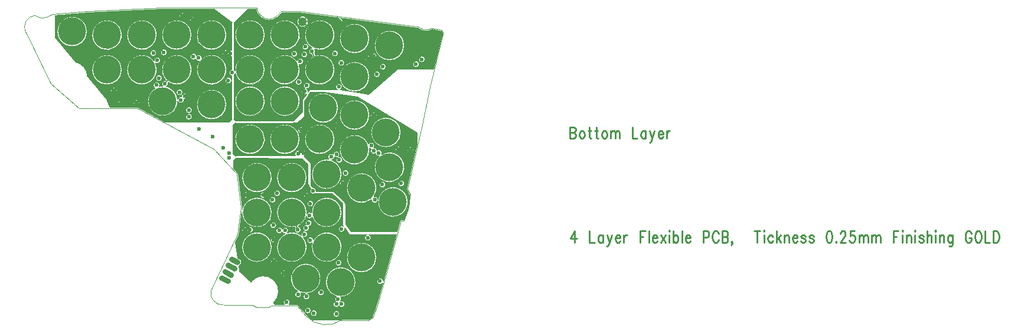
<source format=gbr>
*
*
G04 PADS 9.3 Build Number: 433611 generated Gerber (RS-274-X) file*
G04 PC Version=2.1*
*
%IN "MMSP_R.pcb"*%
*
%MOIN*%
*
%FSLAX35Y35*%
*
*
*
*
G04 PC Standard Apertures*
*
*
G04 Thermal Relief Aperture macro.*
%AMTER*
1,1,$1,0,0*
1,0,$1-$2,0,0*
21,0,$3,$4,0,0,45*
21,0,$3,$4,0,0,135*
%
*
*
G04 Annular Aperture macro.*
%AMANN*
1,1,$1,0,0*
1,0,$2,0,0*
%
*
*
G04 Odd Aperture macro.*
%AMODD*
1,1,$1,0,0*
1,0,$1-0.005,0,0*
%
*
*
G04 PC Custom Aperture Macros*
*
*
*
*
*
*
G04 PC Aperture Table*
*
%ADD010C,0.001*%
%ADD012C,0.004*%
%ADD013C,0.01*%
%ADD014C,0.00591*%
%ADD015C,0.00787*%
%ADD020C,0.05*%
%ADD031C,0.03*%
%ADD035C,0.02362*%
%ADD039C,0.15748*%
%ADD043C,0.015*%
*
*
*
*
G04 PC Circuitry*
G04 Layer Name MMSP_R.pcb - circuitry*
%LPD*%
*
*
G04 PC Custom Flashes*
G04 Layer Name MMSP_R.pcb - flashes*
%LPD*%
*
*
G04 PC Circuitry*
G04 Layer Name MMSP_R.pcb - circuitry*
%LPD*%
*
G54D10*
G01X1198672Y958661D02*
G75*
G03X1198672I-1822J0D01*
G01X1193554Y939567D02*
G03X1193554I-1822J0D01*
G01X1182924Y938976D02*
G03X1182924I-1822J0D01*
G01X1191782Y959055D02*
G03X1191782I-1821J0D01*
G01X1191585Y968504D02*
G03X1191585I-8514J0D01*
G01X1178003Y978346D02*
G03X1178003I-1822J0D01*
G01X1173869D02*
G03X1173869I-8515J0D01*
G01X1156546Y972441D02*
G03X1156546I-1822J0D01*
G01X1134499Y964567D02*
G03X1134499I-8515J0D01*
G01X1137058Y969882D02*
G03X1137058I-1822J0D01*
G01X1160483Y939567D02*
G03X1160483I-1822J0D01*
G01X1162058Y945472D02*
G03X1162058I-1822J0D01*
G01X1201822Y1007087D02*
G03X1201822I-1822J0D01*
G01X1205168Y1009843D02*
G03X1205168I-1822J0D01*
G01X1179774Y1001378D02*
G03X1179774I-1821J0D01*
G01X1183121Y1005709D02*
G03X1183121I-1822J0D01*
G01X1173869Y1000000D02*
G03X1173869I-8515J0D01*
G01X1193554Y1017717D02*
G03X1193554I-8515J0D01*
G01X1159696Y1007874D02*
G03X1159696I-1822J0D01*
G01X1173869Y1021654D02*
G03X1173869I-8515J0D01*
G01X1156152Y1013189D02*
G03X1156152I-1821J0D01*
G01X1158711Y1031496D02*
G03X1158711I-1821J0D01*
G01X1133121Y1012992D02*
G03X1133121I-1822J0D01*
G01X1139200Y1031185D02*
G03X1139200I-3140J0D01*
G01X1114814Y1023622D02*
G03X1114814I-8515J0D01*
G01X1135680Y997047D02*
G03X1135680I-1822J0D01*
G01X1138830Y1012598D02*
G03X1138830I-1822J0D01*
G01X1139420Y1016929D02*
G03X1139420I-1822J0D01*
G01X1156940Y865748D02*
G03X1156940I-1822J0D01*
G01X1177806Y897638D02*
G03X1177806I-8515J0D01*
G01X1158121Y894685D02*
G03X1158121I-1822J0D01*
G01X1148278Y877953D02*
G03X1148278I-1821J0D01*
G01X1144145Y866142D02*
G03X1144145I-1822J0D01*
G01X1140798Y867717D02*
G03X1140798I-1822J0D01*
G01X1127215Y888780D02*
G03X1127215I-1821J0D01*
G01X1121704Y895669D02*
G03X1121704I-1822J0D01*
G01X1142176Y928150D02*
G03X1142176I-1822J0D01*
G01X1140208Y932677D02*
G03X1140208I-1822J0D01*
G01X1121310Y915945D02*
G03X1121310I-1822J0D01*
G01X1120916Y930315D02*
G03X1120916I-1822J0D01*
G01X1123475Y934055D02*
G03X1123475I-1821J0D01*
G01X1138436Y942913D02*
G03X1138436I-8515J0D01*
G01X1115601Y933071D02*
G03X1115601I-1821J0D01*
G01X1105759D02*
G03X1105759I-1822J0D01*
G01X1118751Y903543D02*
G03X1118751I-8515J0D01*
G01X1121507Y907874D02*
G03X1121507I-1822J0D01*
G01X1059499Y1013780D02*
G03X1059499I-1822J0D01*
G01X1073475Y1023622D02*
G03X1073475I-8514J0D01*
G01X1075837Y1032087D02*
G03X1075837I-1821J0D01*
G01X1069932Y1034646D02*
G03X1069932I-1822J0D01*
G01X1043948Y985236D02*
G03X1043948I-1822J0D01*
G01X1053593Y1013386D02*
G03X1053593I-1821J0D01*
G01X1035680Y986024D02*
G03X1035680I-1822J0D01*
G01X1031349Y992323D02*
G03X1031349I-1821J0D01*
G01X1034105Y1003937D02*
G03X1034105I-8514J0D01*
G01X1014420Y1025591D02*
G03X1014420I-8514J0D01*
G01X1056743Y999213D02*
G03X1056743I-1822J0D01*
G01X1073672Y977362D02*
G03X1073672I-1822J0D01*
G01Y981102D02*
G03X1073672I-1822J0D01*
G01X1068357Y991142D02*
G03X1068357I-1822J0D01*
G01X1093160Y984252D02*
G03X1093160I-8514J0D01*
G01X1200541Y961963D02*
Y968476D01*
X1166883Y988731*
X1147996Y991289*
X1140353*
X1136861Y985959*
Y977339*
X1133089Y974163*
X1131252*
X1131119Y974029*
X1130491Y973769D02*
G03X1131119Y974029I0J887D01*
G01X1130491Y973769D02*
X1098464Y973787D01*
X1098003Y973916D02*
G03X1098464Y973787I461J758D01*
G01X1098003Y973916D02*
X1096507Y972420D01*
Y956517*
X1098065Y954958*
X1098212Y955105*
X1098835Y955365D02*
G03X1098212Y955105I5J-887D01*
G01X1098835Y955365D02*
X1131913Y955541D01*
X1134983Y957503D02*
G03X1131913Y955541I-1518J-1007D01*
G01X1136849Y954886D02*
G03X1134983Y957503I-235J1807D01*
G01X1136849Y954886D02*
X1140341Y951394D01*
X1140601Y950767D02*
G03X1140341Y951394I-887J-0D01*
G01X1140601Y950767D02*
Y938578D01*
X1141653Y937234*
X1143718Y935089D02*
G03X1141653Y937234I-1789J344D01*
G01X1143718Y935089D02*
X1153366D01*
X1159499Y929352*
Y928847*
X1159999Y928387*
X1160286Y927734D02*
G03X1159999Y928387I-887J-0D01*
G01X1160286Y927734D02*
Y916609D01*
X1163421Y912255*
X1189265*
X1190916Y918472*
X1191535Y918948D02*
G03X1190916Y918472I0J-641D01*
G01X1191535Y918948D02*
X1193037D01*
G03X1196238Y932838I-27584J13669*
G01X1194764Y936285*
X1194728Y936681D02*
G03X1194764Y936285I625J-144D01*
G01X1194728Y936681D02*
X1200541Y961963D01*
X1214785Y1024185D02*
G03X1214423Y1025781I-1777J437D01*
G01X1209402Y1026842*
X1201094Y1027657D02*
G03X1209402Y1026842I4690J5057D01*
G01X1201094Y1027657D02*
X1200197D01*
X1200113Y1027663D02*
G03X1200197Y1027657I84J635D01*
G01X1200113Y1027663D02*
X1133958Y1036359D01*
X1124281*
X1121520Y1033598*
X1121483Y1033564D02*
G03X1121520Y1033598I-416J487D01*
G01X1112831Y1033515D02*
G03X1121483Y1033564I4297J5144D01*
G01X1109778Y1038359D02*
G03X1112831Y1033515I5700J208D01*
G01X1109778Y1038359D02*
X1105005D01*
X1097285Y1030615*
X1097294Y1030487D02*
G03X1097285Y1030615I-887J0D01*
G01X1097294Y1030487D02*
Y1003862D01*
X1097807Y1003324D02*
G03X1097294Y1003862I-1547J-962D01*
G01X1113365Y1008688D02*
G03X1097807Y1003324I-7066J-4751D01*
G01X1114006Y1007558D02*
G03X1113365Y1008688I-1801J-275D01*
G01X1098027Y1001920D02*
G03X1114006Y1007558I8272J2017D01*
G01X1097294Y1000863D02*
G03X1098027Y1001920I-1034J1499D01*
G01X1097294Y1000863D02*
Y976202D01*
X1097224Y975856D02*
G03X1097294Y976202I-817J346D01*
G01X1097224Y975856D02*
X1097883Y975255D01*
X1098101Y975038*
X1098249Y975050D02*
G03X1098101Y975038I0J-887D01*
G01X1098249Y975050D02*
X1130885D01*
X1135777Y979942*
Y987025*
X1138131Y990164*
X1137406Y993543D02*
G03X1138131Y990164I-201J-1811D01*
G01X1138184Y993268D02*
G03X1137406Y993543I202J1811D01*
G01X1138970Y991282D02*
G03X1138184Y993268I-1765J450D01*
G01X1138970Y991282D02*
X1139936Y992570D01*
X1155901*
X1157091D02*
G03X1155901I-595J1721D01*
G01X1157091D02*
X1157484D01*
X1173232Y990207*
X1173406*
X1189548Y1004381*
X1209930*
X1214784Y1024185*
X1214785D02*
X1187382Y905169*
X1188820Y910580D01*
X1173430*
X1172239D02*
G03X1173430I596J-1722D01*
G01X1172239D02*
X1163017D01*
X1162307Y910935D02*
G03X1163017Y910580I710J532D01*
G01X1162307Y910935D02*
X1159836Y914230D01*
X1158997Y915348D02*
G03X1159836Y914230I-926J-1568D01*
G01X1158997Y915348D02*
X1158789Y915626D01*
X1158611Y916158D02*
G03X1158789Y915626I888J0D01*
G01X1158611Y916158D02*
Y928458D01*
X1152540Y934039*
X1143102*
X1140625Y936705D02*
G03X1143102Y934039I1304J-1272D01*
G01X1140625Y936705D02*
X1139714Y937777D01*
Y938272*
X1139115Y939037*
X1138926Y939584D02*
G03X1139115Y939037I888J0D01*
G01X1138926Y939584D02*
Y950441D01*
X1135479Y953888*
X1098347Y953985*
X1096900Y952538*
Y948203*
X1099469Y945436*
X1099636Y945077D02*
G03X1099469Y945436I-636J-77D01*
G01X1099636Y945077D02*
X1101974Y925666D01*
X1101973Y925505D02*
G03X1101974Y925666I-635J85D01*
G01X1101973Y925505D02*
X1101903Y924976D01*
X1118127Y920030D02*
G03X1101903Y924976I-7891J3198D01*
G01X1116926Y917961D02*
G03X1118127Y920030I-587J1724D01*
G01X1101736Y923726D02*
G03X1116926Y917961I8500J-498D01*
G01X1101736Y923726D02*
X1099973Y910505D01*
X1099916Y910312D02*
G03X1099973Y910505I-578J278D01*
G01X1099916Y910312D02*
X1097969Y906265D01*
X1099297Y897414*
X1100403Y896834*
X1099978Y892874D02*
G03X1100403Y896834I-569J2064D01*
G01X1099978Y892874D02*
X1100441Y889788D01*
X1106843Y883813*
X1119515Y871986D02*
G03X1106843Y883813I-5735J6557D01*
G01X1119515Y871986D02*
X1120556Y871014D01*
X1125625*
X1128312D02*
G03X1125625I-1343J1230D01*
G01X1128312D02*
X1132826D01*
X1133302Y870802D02*
G03X1132826Y871014I-476J-428D01*
G01X1133302Y870802D02*
X1138825Y864654D01*
G03X1141832Y862255I10566J10156*
G01X1156950*
G03X1157692Y862733I-7559J12555*
G01X1158055Y862845D02*
G03X1157692Y862733I-0J-640D01*
G01X1158055Y862845D02*
X1173546D01*
G03X1175319Y864211I-288J2208*
G01X1177951Y871781*
X1181156Y883125*
X1181534Y884464D02*
G03X1181156Y883125I-1810J-212D01*
G01X1181534Y884464D02*
X1187382Y905169D01*
X1096121Y1030704D02*
G03X1095881Y1030097I648J-607D01*
G01X1096121Y1030704D02*
X1086070Y1038359D01*
X1057015*
X1015041Y1036361*
X996310Y1034854*
Y1022262*
X1007924Y1008277*
X1014606Y1000232D02*
G03X1007924Y1008277I-8700J-429D01*
G01X1014606Y1000232D02*
X1025240Y987428D01*
X1027213Y982641*
X1043000*
X1043302Y982565D02*
G03X1043000Y982641I-302J-565D01*
G01X1043302Y982565D02*
X1058273Y974557D01*
X1094762*
X1096012Y975807*
X1095881Y976270D02*
G03X1096012Y975807I888J0D01*
G01X1095881Y976270D02*
Y997481D01*
Y998188D02*
G03Y997481I-1787J-353D01*
G01Y998188D02*
Y1000580D01*
Y1004144D02*
G03Y1000580I379J-1782D01*
G01Y1004144D02*
Y1011471D01*
X1093729Y1012227D02*
G03X1095881Y1011471I1547J962D01*
G01X1093870Y1014348D02*
G03X1093729Y1012227I-1547J-962D01*
G01X1095881Y1014907D02*
G03X1093870Y1014348I-605J-1718D01*
G01X1095881Y1014907D02*
Y1030097D01*
X1178520Y929802D02*
G03X1178590Y930417I8488J-668D01*
G01X1174951Y930265D02*
G03X1178520Y929802I1821J50D01*
G01X1173942Y929875D02*
G03X1174951Y930265I-123J1818D01*
G01X1176213Y932049D02*
G03X1173942Y929875I-6922J4959D01*
G01X1178590Y930417D02*
G03X1176213Y932049I-1818J-102D01*
G01X1198672Y958661D02*
G03X1198672I-1822J0D01*
G01X1193554Y939567D02*
G03X1193554I-1822J0D01*
G01X1182924Y938976D02*
G03X1182924I-1822J0D01*
G01X1179295Y955104D02*
G03X1180558Y956059I5744J-6285D01*
G01X1177151Y956529D02*
G03X1179295Y955104I1786J361D01*
G01X1174754Y959203D02*
G03X1177151Y956529I1427J-1132D01*
G01X1173829Y959484D02*
G03X1174754Y959203I974J1540D01*
G01X1173219Y961923D02*
G03X1173829Y959484I-7865J-3262D01*
G01X1176231Y959892D02*
G03X1173219Y961923I-1428J1132D01*
G01X1177967Y958432D02*
G03X1176231Y959892I-1786J-361D01*
G01X1180558Y956059D02*
G03X1177967Y958432I-1621J831D01*
G01X1191782Y959055D02*
G03X1191782I-1821J0D01*
G01X1191585Y968504D02*
G03X1191585I-8514J0D01*
G01X1178003Y978346D02*
G03X1178003I-1822J0D01*
G01X1173869D02*
G03X1173869I-8515J0D01*
G01X1152461Y969702D02*
G03X1153396Y968144I-6792J-5135D01*
X1152461Y969702I-1821J-34*
G01X1156546Y972441D02*
G03X1156546I-1822J0D01*
G01X1155552Y979143D02*
G03X1155012Y978026I-7914J3140D01*
X1155552Y979143I-1272J1305*
G01X1134499Y964567D02*
G03X1134499I-8515J0D01*
G01X1137058Y969882D02*
G03X1137058I-1822J0D01*
G01X1114695Y963148D02*
G03X1114802Y965020I-1506J1025D01*
X1114695Y963148I-8503J-453*
G01X1160483Y939567D02*
G03X1160483I-1822J0D01*
G01X1162058Y945472D02*
G03X1162058I-1822J0D01*
G01X1155487Y954319D02*
G03X1156324Y954737I1206J-1366D01*
G01X1153986Y954675D02*
G03X1155487Y954319I1132J1427D01*
G01X1152415Y952920D02*
G03X1153986Y954675I-250J1804D01*
G01X1157543Y947965D02*
G03X1152415Y952920I-7937J-3083D01*
G01X1157920Y946723D02*
G03X1157543Y947965I-1818J127D01*
G01X1151068Y953270D02*
G03X1157920Y946723I-1462J-8388D01*
G01X1153297Y956152D02*
G03X1151068Y953270I-1132J-1428D01*
G01X1156324Y954737D02*
G03X1153297Y956152I-1206J1365D01*
G01X1201822Y1007087D02*
G03X1201822I-1822J0D01*
G01X1205168Y1009843D02*
G03X1205168I-1822J0D01*
G01X1179774Y1001378D02*
G03X1179774I-1821J0D01*
G01X1183121Y1005709D02*
G03X1183121I-1822J0D01*
G01X1173869Y1000000D02*
G03X1173869I-8515J0D01*
G01X1174848Y1010373D02*
G03X1174365Y1011478I1333J1241D01*
X1174848Y1010373I-1334J-1242*
G01X1193554Y1017717D02*
G03X1193554I-8515J0D01*
G01X1159696Y1007874D02*
G03X1159696I-1822J0D01*
G01X1173869Y1021654D02*
G03X1173869I-8515J0D01*
G01X1156152Y1013189D02*
G03X1156152I-1821J0D01*
G01X1158711Y1031496D02*
G03X1158711I-1821J0D01*
G01X1148145Y1015475D02*
G03X1141529Y1016182I-2476J8147D01*
G01X1146613Y1015160D02*
G03X1148145Y1015475I434J1769D01*
G01X1142608Y1015677D02*
G03X1146613Y1015160I3061J7945D01*
G01X1142869Y1013382D02*
G03X1142608Y1015677I-1530J988D01*
G01X1142869Y1013382D02*
X1143384Y1012139D01*
X1141474Y1011346D02*
G03X1143384Y1012139I4195J-7409D01*
G01X1141474Y1011346D02*
X1140958Y1012589D01*
X1141529Y1016182D02*
G03X1140958Y1012589I-190J-1812D01*
G01X1133121Y1012992D02*
G03X1133121I-1822J0D01*
G01X1134430Y1022543D02*
G03X1134025Y1020822I-8446J1079D01*
X1134430Y1022543I-1348J1225*
G01X1139200Y1031185D02*
G03X1139200I-3140J0D01*
G01X1113704Y990425D02*
G03X1114412Y988805I-7405J-4205D01*
X1113704Y990425I-1814J171*
G01X1114814Y1023622D02*
G03X1114814I-8515J0D01*
G01X1131582Y992636D02*
G03X1132623Y991552I-5598J-6416D01*
X1131582Y992636I-1717J-607*
G01X1135680Y997047D02*
G03X1135680I-1822J0D01*
G01X1133935Y1006984D02*
G03X1132851Y1008972I711J1677D01*
X1133935Y1006984I-6867J-5035*
G01X1138830Y1012598D02*
G03X1138830I-1822J0D01*
G01X1139420Y1016929D02*
G03X1139420I-1822J0D01*
G01X1156940Y865748D02*
G03X1156940I-1822J0D01*
G01X1157530Y875344D02*
G03X1150414Y888609I-50J8514D01*
G01X1157430Y872965D02*
G03X1157530Y875344I-1328J1248D01*
G01X1156594Y870193D02*
G03X1157430Y872965I1477J1067D01*
G01X1154712Y873036D02*
G03X1156594Y870193I406J-1776D01*
G01X1155048Y875698D02*
G03X1154712Y873036I1054J-1485D01*
G01X1149774Y887479D02*
G03X1155048Y875698I7706J-3621D01*
G01X1150414Y888609D02*
G03X1149774Y887479I1161J-1404D01*
G01X1177806Y897638D02*
G03X1177806I-8515J0D01*
G01X1158121Y894685D02*
G03X1158121I-1822J0D01*
G01X1148278Y877953D02*
G03X1148278I-1821J0D01*
G01X1144145Y866142D02*
G03X1144145I-1822J0D01*
G01X1140798Y867717D02*
G03X1140798I-1822J0D01*
G01X1138644Y877355D02*
G03X1129754Y888627I-849J8472D01*
G01X1137600Y877314D02*
G03X1138644Y877355I589J-1723D01*
G01X1134973Y877794D02*
G03X1137600Y877314I2822J8033D01*
G01X1133314Y878587D02*
G03X1134973Y877794I151J-1815D01*
G01X1129349Y886906D02*
G03X1133314Y878587I8446J-1079D01*
G01X1129754Y888627D02*
G03X1129349Y886906I1348J-1225D01*
G01X1141093Y903701D02*
G03X1142165Y907681I8513J-158D01*
G01X1141390Y905776D02*
G03X1141093Y903701I1327J-1248D01*
G01X1141465Y906036D02*
G03X1141390Y905776I8141J-2493D01*
G01X1142165Y907681D02*
G03X1141465Y906036I-1811J-201D01*
G01X1127215Y888780D02*
G03X1127215I-1821J0D01*
G01X1121704Y895669D02*
G03X1121704I-1822J0D01*
G01X1136348Y909129D02*
G03X1135329Y910120I660J1698D01*
G01X1126137Y911171D02*
G03X1136348Y909129I3784J-7628D01*
G01X1124508Y912272D02*
G03X1126137Y911171I1673J720D01*
G01X1124508Y913712D02*
G03Y912272I-1673J-720D01*
G01X1127459Y911694D02*
G03X1124508Y913712I-1278J1298D01*
G01X1135329Y910120D02*
G03X1127459Y911694I-5408J-6577D01*
G01X1139551Y915313D02*
G03X1137812Y916183I-181J1813D01*
X1139551Y915313I180J-1813*
G01X1142540Y918478D02*
G03X1141099Y922879I7066J4750D01*
G01X1141900Y919608D02*
G03X1142540Y918478I1801J274D01*
G01X1141530Y920532D02*
G03X1141900Y919608I8076J2696D01*
G01X1138170Y921119D02*
G03X1141530Y920532I1791J338D01*
G01X1133621Y915560D02*
G03X1138170Y921119I-3700J7668D01*
G01X1133621Y915560D02*
X1133764Y915139D01*
X1131806Y914473D02*
G03X1133764Y915139I1462J-1087D01*
G01X1131806Y914473D02*
X1131663Y914894D01*
X1138394Y922387D02*
G03X1131663Y914894I-8473J841D01*
G01X1141099Y922879D02*
G03X1138394Y922387I-1138J-1422D01*
G01X1142176Y928150D02*
G03X1142176I-1822J0D01*
G01X1140208Y932677D02*
G03X1140208I-1822J0D01*
G01X1121310Y915945D02*
G03X1121310I-1822J0D01*
G01X1104894Y912227D02*
G03X1104752Y914348I1405J1159D01*
X1104894Y912227I-1406J-1159*
G01X1120916Y930315D02*
G03X1120916I-1822J0D01*
G01X1123475Y934055D02*
G03X1123475I-1821J0D01*
G01X1138436Y942913D02*
G03X1138436I-8515J0D01*
G01X1115601Y933071D02*
G03X1115601I-1821J0D01*
G01X1105759D02*
G03X1105759I-1822J0D01*
G01X1118712Y942105D02*
G03X1118477Y940772I-8476J808D01*
X1118712Y942105I-1548J960*
G01X1118751Y903543D02*
G03X1118751I-8515J0D01*
G01X1121507Y907874D02*
G03X1121507I-1822J0D01*
G01X1077630Y1018798D02*
G03X1076577Y1020904I7016J4824D01*
X1077630Y1018798I1769J-432*
G01X1059499Y1013780D02*
G03X1059499I-1822J0D01*
G01X1073475Y1023622D02*
G03X1073475I-8514J0D01*
G01X1075837Y1032087D02*
G03X1075837I-1821J0D01*
G01X1069932Y1034646D02*
G03X1069932I-1822J0D01*
G01X1043948Y985236D02*
G03X1043948I-1822J0D01*
G01X1052879Y1007769D02*
G03X1052136Y1008981I1058J1483D01*
G01X1048392Y1011861D02*
G03X1052879Y1007769I-3116J-7924D01*
G01X1049929Y1011067D02*
G03X1048392Y1011861I-1504J-1028D01*
G01X1052136Y1008981D02*
G03X1049929Y1011067I-6860J-5044D01*
G01X1053593Y1013386D02*
G03X1053593I-1821J0D01*
G01X1053082Y1020223D02*
G03X1052987Y1020012I-7806J3399D01*
X1053082Y1020223I-1609J854*
G01X1035680Y986024D02*
G03X1035680I-1822J0D01*
G01X1031349Y992323D02*
G03X1031349I-1821J0D01*
G01X1034105Y1003937D02*
G03X1034105I-8514J0D01*
G01X1027547Y1015335D02*
G03X1025554Y1015108I-1956J8287D01*
X1027547Y1015335I824J1624*
G01X1014420Y1025591D02*
G03X1014420I-8514J0D01*
G01X1056743Y999213D02*
G03X1056743I-1822J0D01*
G01X1073672Y977362D02*
G03X1073672I-1822J0D01*
G01Y981102D02*
G03X1073672I-1822J0D01*
G01X1068357Y991142D02*
G03X1068357I-1822J0D01*
G01X1060275Y996828D02*
G03X1058699Y998167I4686J7109D01*
G01X1060275Y996828D02*
X1060027Y996536D01*
X1059165Y994478D02*
G03X1060027Y996536I-897J1585D01*
G01X1065544Y987204D02*
G03X1059165Y994478I-8457J-984D01*
G01X1067708Y988592D02*
G03X1065544Y987204I-385J-1781D01*
G01X1069103Y987196D02*
G03X1067708Y988592I385J1780D01*
G01X1065601Y986216D02*
G03X1069103Y987196I1722J595D01*
G01X1050111Y991103D02*
G03X1065601Y986216I6976J-4883D01*
G01X1050637Y991780D02*
G03X1050111Y991103I1135J-1426D01*
G01X1052835Y993597D02*
G03X1050637Y991780I4252J-7377D01*
G01X1055203Y994524D02*
G03X1052835Y993597I-1660J752D01*
G01X1057021Y994735D02*
G03X1055203Y994524I66J-8515D01*
G01X1058451Y997875D02*
G03X1057021Y994735I-183J-1812D01*
G01X1058451Y997875D02*
X1058699Y998167D01*
X1093160Y984252D02*
G03X1093160I-8514J0D01*
G01X1077682Y1008837D02*
G03X1079176Y1010463I6964J-4900D01*
G01X1075630Y1010065D02*
G03X1077682Y1008837I1732J565D01*
G01X1076141Y1011982D02*
G03X1075630Y1010065I-1732J-565D01*
G01X1079176Y1010463D02*
G03X1076141Y1011982I-1814J167D01*
G01X1191585Y968436D02*
X1200541D01*
X1191584Y968346D02*
X1200541D01*
X1191582Y968256D02*
X1200541D01*
X1191579Y968166D02*
X1200541D01*
X1191575Y968076D02*
X1200541D01*
X1191570Y967986D02*
X1200541D01*
X1191564Y967896D02*
X1200541D01*
X1191557Y967806D02*
X1200541D01*
X1191549Y967716D02*
X1200541D01*
X1191540Y967626D02*
X1200541D01*
X1191530Y967536D02*
X1200541D01*
X1191519Y967446D02*
X1200541D01*
X1191508Y967356D02*
X1200541D01*
X1191495Y967266D02*
X1200541D01*
X1191481Y967176D02*
X1200541D01*
X1191467Y967086D02*
X1200541D01*
X1191451Y966996D02*
X1200541D01*
X1191434Y966906D02*
X1200541D01*
X1191416Y966816D02*
X1200541D01*
X1191398Y966726D02*
X1200541D01*
X1191378Y966636D02*
X1200541D01*
X1191357Y966546D02*
X1200541D01*
X1191336Y966456D02*
X1200541D01*
X1191313Y966366D02*
X1200541D01*
X1191289Y966276D02*
X1200541D01*
X1191264Y966186D02*
X1200541D01*
X1191238Y966096D02*
X1200541D01*
X1191211Y966006D02*
X1200541D01*
X1191183Y965916D02*
X1200541D01*
X1191153Y965826D02*
X1200541D01*
X1191123Y965736D02*
X1200541D01*
X1191091Y965646D02*
X1200541D01*
X1191059Y965556D02*
X1200541D01*
X1191025Y965466D02*
X1200541D01*
X1190990Y965376D02*
X1200541D01*
X1190954Y965286D02*
X1200541D01*
X1190917Y965196D02*
X1200541D01*
X1190878Y965106D02*
X1200541D01*
X1190838Y965016D02*
X1200541D01*
X1190797Y964926D02*
X1200541D01*
X1190755Y964836D02*
X1200541D01*
X1190711Y964746D02*
X1200541D01*
X1190666Y964656D02*
X1200541D01*
X1190620Y964566D02*
X1200541D01*
X1190572Y964476D02*
X1200541D01*
X1190523Y964386D02*
X1200541D01*
X1190473Y964296D02*
X1200541D01*
X1190421Y964206D02*
X1200541D01*
X1190368Y964116D02*
X1200541D01*
X1190313Y964026D02*
X1200541D01*
X1190256Y963936D02*
X1200541D01*
X1190198Y963846D02*
X1200541D01*
X1190139Y963756D02*
X1200541D01*
X1190077Y963666D02*
X1200541D01*
X1190014Y963576D02*
X1200541D01*
X1189950Y963486D02*
X1200541D01*
X1189883Y963396D02*
X1200541D01*
X1189815Y963306D02*
X1200541D01*
X1189744Y963216D02*
X1200541D01*
X1189672Y963126D02*
X1200541D01*
X1189598Y963036D02*
X1200541D01*
X1189521Y962946D02*
X1200541D01*
X1189443Y962856D02*
X1200541D01*
X1189362Y962766D02*
X1200541D01*
X1189278Y962676D02*
X1200541D01*
X1189193Y962586D02*
X1200541D01*
X1189104Y962496D02*
X1200541D01*
X1189013Y962406D02*
X1200541D01*
X1188920Y962316D02*
X1200541D01*
X1188823Y962226D02*
X1200541D01*
X1188723Y962136D02*
X1200541D01*
X1188620Y962046D02*
X1200541D01*
X1188514Y961956D02*
X1200539D01*
X1188403Y961866D02*
X1200518D01*
X1188289Y961776D02*
X1200498D01*
X1188171Y961686D02*
X1200477D01*
X1191585Y968526D02*
X1200457D01*
X1188049Y961596D02*
X1200456D01*
X1187921Y961506D02*
X1200435D01*
X1187789Y961416D02*
X1200415D01*
X1187651Y961326D02*
X1200394D01*
X1187507Y961236D02*
X1200373D01*
X1187356Y961146D02*
X1200353D01*
X1187197Y961056D02*
X1200332D01*
X1187030Y960966D02*
X1200311D01*
X1191585Y968616D02*
X1200307D01*
X1190014Y960876D02*
X1200291D01*
X1190529Y960786D02*
X1200270D01*
X1190752Y960696D02*
X1200249D01*
X1190916Y960606D02*
X1200229D01*
X1191049Y960516D02*
X1200208D01*
X1197303Y960426D02*
X1200187D01*
X1197567Y960336D02*
X1200167D01*
X1191583Y968706D02*
X1200158D01*
X1197749Y960246D02*
X1200146D01*
X1197892Y960156D02*
X1200125D01*
X1198010Y960066D02*
X1200104D01*
X1198111Y959976D02*
X1200084D01*
X1198199Y959886D02*
X1200063D01*
X1198276Y959796D02*
X1200042D01*
X1198343Y959706D02*
X1200022D01*
X1191580Y968796D02*
X1200008D01*
X1198402Y959616D02*
X1200001D01*
X1198454Y959526D02*
X1199980D01*
X1198499Y959436D02*
X1199960D01*
X1198539Y959346D02*
X1199939D01*
X1198572Y959256D02*
X1199918D01*
X1198601Y959166D02*
X1199898D01*
X1198624Y959076D02*
X1199877D01*
X1191577Y968886D02*
X1199859D01*
X1198643Y958986D02*
X1199856D01*
X1198657Y958896D02*
X1199835D01*
X1198666Y958806D02*
X1199815D01*
X1198671Y958716D02*
X1199794D01*
X1198672Y958626D02*
X1199773D01*
X1198668Y958536D02*
X1199753D01*
X1198659Y958446D02*
X1199732D01*
X1198646Y958356D02*
X1199711D01*
X1191572Y968976D02*
X1199709D01*
X1198629Y958266D02*
X1199691D01*
X1198606Y958176D02*
X1199670D01*
X1198579Y958086D02*
X1199649D01*
X1198546Y957996D02*
X1199629D01*
X1198508Y957906D02*
X1199608D01*
X1198464Y957816D02*
X1199587D01*
X1198414Y957726D02*
X1199567D01*
X1191567Y969066D02*
X1199560D01*
X1198356Y957636D02*
X1199546D01*
X1198291Y957546D02*
X1199525D01*
X1198216Y957456D02*
X1199504D01*
X1198131Y957366D02*
X1199484D01*
X1198033Y957276D02*
X1199463D01*
X1197919Y957186D02*
X1199442D01*
X1197782Y957096D02*
X1199422D01*
X1191560Y969156D02*
X1199410D01*
X1197611Y957006D02*
X1199401D01*
X1197372Y956916D02*
X1199380D01*
X1187935Y956826D02*
X1199360D01*
X1188173Y956736D02*
X1199339D01*
X1188391Y956646D02*
X1199318D01*
X1188594Y956556D02*
X1199298D01*
X1188784Y956466D02*
X1199277D01*
X1191553Y969246D02*
X1199261D01*
X1188962Y956376D02*
X1199256D01*
X1189131Y956286D02*
X1199235D01*
X1189291Y956196D02*
X1199215D01*
X1189443Y956106D02*
X1199194D01*
X1189589Y956016D02*
X1199173D01*
X1189728Y955926D02*
X1199153D01*
X1189862Y955836D02*
X1199132D01*
X1189990Y955746D02*
X1199111D01*
X1191545Y969336D02*
X1199111D01*
X1190114Y955656D02*
X1199091D01*
X1190233Y955566D02*
X1199070D01*
X1190348Y955476D02*
X1199049D01*
X1190459Y955386D02*
X1199029D01*
X1190566Y955296D02*
X1199008D01*
X1190670Y955206D02*
X1198987D01*
X1190770Y955116D02*
X1198967D01*
X1191535Y969426D02*
X1198961D01*
X1190868Y955026D02*
X1198946D01*
X1190962Y954936D02*
X1198925D01*
X1191054Y954846D02*
X1198904D01*
X1191143Y954756D02*
X1198884D01*
X1191229Y954666D02*
X1198863D01*
X1191313Y954576D02*
X1198842D01*
X1191394Y954486D02*
X1198822D01*
X1191525Y969516D02*
X1198812D01*
X1191473Y954396D02*
X1198801D01*
X1191550Y954306D02*
X1198780D01*
X1191625Y954216D02*
X1198760D01*
X1191698Y954126D02*
X1198739D01*
X1191768Y954036D02*
X1198718D01*
X1191837Y953946D02*
X1198698D01*
X1191904Y953856D02*
X1198677D01*
X1191514Y969606D02*
X1198662D01*
X1191969Y953766D02*
X1198656D01*
X1192033Y953676D02*
X1198635D01*
X1192094Y953586D02*
X1198615D01*
X1192154Y953496D02*
X1198594D01*
X1192213Y953406D02*
X1198573D01*
X1192269Y953316D02*
X1198553D01*
X1192325Y953226D02*
X1198532D01*
X1191502Y969696D02*
X1198513D01*
X1192378Y953136D02*
X1198511D01*
X1192431Y953046D02*
X1198491D01*
X1192481Y952956D02*
X1198470D01*
X1192531Y952866D02*
X1198449D01*
X1192579Y952776D02*
X1198429D01*
X1192625Y952686D02*
X1198408D01*
X1192670Y952596D02*
X1198387D01*
X1192714Y952506D02*
X1198367D01*
X1191488Y969786D02*
X1198363D01*
X1192757Y952416D02*
X1198346D01*
X1192798Y952326D02*
X1198325D01*
X1192838Y952236D02*
X1198304D01*
X1192877Y952146D02*
X1198284D01*
X1192915Y952056D02*
X1198263D01*
X1192951Y951966D02*
X1198242D01*
X1192986Y951876D02*
X1198222D01*
X1191474Y969876D02*
X1198214D01*
X1193020Y951786D02*
X1198201D01*
X1193053Y951696D02*
X1198180D01*
X1193085Y951606D02*
X1198160D01*
X1193115Y951516D02*
X1198139D01*
X1193145Y951426D02*
X1198118D01*
X1193173Y951336D02*
X1198098D01*
X1193201Y951246D02*
X1198077D01*
X1191459Y969966D02*
X1198064D01*
X1193227Y951156D02*
X1198056D01*
X1193252Y951066D02*
X1198035D01*
X1193276Y950976D02*
X1198015D01*
X1193299Y950886D02*
X1197994D01*
X1193321Y950796D02*
X1197973D01*
X1193342Y950706D02*
X1197953D01*
X1193362Y950616D02*
X1197932D01*
X1191443Y970056D02*
X1197915D01*
X1193381Y950526D02*
X1197911D01*
X1193399Y950436D02*
X1197891D01*
X1193416Y950346D02*
X1197870D01*
X1193432Y950256D02*
X1197849D01*
X1193447Y950166D02*
X1197829D01*
X1193461Y950076D02*
X1197808D01*
X1193474Y949986D02*
X1197787D01*
X1193486Y949896D02*
X1197767D01*
X1191426Y970146D02*
X1197765D01*
X1193497Y949806D02*
X1197746D01*
X1193507Y949716D02*
X1197725D01*
X1193516Y949626D02*
X1197704D01*
X1193524Y949536D02*
X1197684D01*
X1193531Y949446D02*
X1197663D01*
X1193537Y949356D02*
X1197642D01*
X1193542Y949266D02*
X1197622D01*
X1191407Y970236D02*
X1197615D01*
X1193546Y949176D02*
X1197601D01*
X1193550Y949086D02*
X1197580D01*
X1193552Y948996D02*
X1197560D01*
X1193554Y948906D02*
X1197539D01*
X1193554Y948816D02*
X1197518D01*
X1193553Y948726D02*
X1197498D01*
X1193552Y948636D02*
X1197477D01*
X1191388Y970326D02*
X1197466D01*
X1193550Y948546D02*
X1197456D01*
X1193546Y948456D02*
X1197435D01*
X1193542Y948366D02*
X1197415D01*
X1193537Y948276D02*
X1197394D01*
X1193530Y948186D02*
X1197373D01*
X1193523Y948096D02*
X1197353D01*
X1193515Y948006D02*
X1197332D01*
X1191368Y970416D02*
X1197316D01*
X1193506Y947916D02*
X1197311D01*
X1193496Y947826D02*
X1197291D01*
X1193485Y947736D02*
X1197270D01*
X1193473Y947646D02*
X1197249D01*
X1193460Y947556D02*
X1197229D01*
X1193446Y947466D02*
X1197208D01*
X1193431Y947376D02*
X1197187D01*
X1191347Y970506D02*
X1197167D01*
X1193415Y947286D02*
X1197167D01*
X1193398Y947196D02*
X1197146D01*
X1193380Y947106D02*
X1197125D01*
X1193361Y947016D02*
X1197104D01*
X1193341Y946926D02*
X1197084D01*
X1193320Y946836D02*
X1197063D01*
X1193298Y946746D02*
X1197042D01*
X1193275Y946656D02*
X1197022D01*
X1191324Y970596D02*
X1197017D01*
X1193251Y946566D02*
X1197001D01*
X1193225Y946476D02*
X1196980D01*
X1193199Y946386D02*
X1196960D01*
X1193172Y946296D02*
X1196939D01*
X1193143Y946206D02*
X1196918D01*
X1193114Y946116D02*
X1196898D01*
X1193083Y946026D02*
X1196877D01*
X1191301Y970686D02*
X1196868D01*
X1193051Y945936D02*
X1196856D01*
X1193018Y945846D02*
X1196835D01*
X1192984Y945756D02*
X1196815D01*
X1192949Y945666D02*
X1196794D01*
X1192912Y945576D02*
X1196773D01*
X1192875Y945486D02*
X1196753D01*
X1192836Y945396D02*
X1196732D01*
X1191277Y970776D02*
X1196718D01*
X1192796Y945306D02*
X1196711D01*
X1192754Y945216D02*
X1196691D01*
X1192711Y945126D02*
X1196670D01*
X1192667Y945036D02*
X1196649D01*
X1192622Y944946D02*
X1196629D01*
X1192576Y944856D02*
X1196608D01*
X1192528Y944766D02*
X1196587D01*
X1191251Y970866D02*
X1196569D01*
X1192478Y944676D02*
X1196567D01*
X1192427Y944586D02*
X1196546D01*
X1192375Y944496D02*
X1196525D01*
X1192321Y944406D02*
X1196504D01*
X1192266Y944316D02*
X1196484D01*
X1192209Y944226D02*
X1196463D01*
X1192151Y944136D02*
X1196442D01*
X1192090Y944046D02*
X1196422D01*
X1191225Y970956D02*
X1196419D01*
X1192029Y943956D02*
X1196401D01*
X1191160Y960426D02*
X1196398D01*
X1191965Y943866D02*
X1196380D01*
X1191900Y943776D02*
X1196360D01*
X1191833Y943686D02*
X1196339D01*
X1187673Y956916D02*
X1196329D01*
X1191764Y943596D02*
X1196318D01*
X1191693Y943506D02*
X1196298D01*
X1191620Y943416D02*
X1196277D01*
X1191197Y971046D02*
X1196270D01*
X1191545Y943326D02*
X1196256D01*
X1194778Y932616D02*
X1196238D01*
X1194737Y932706D02*
X1196238D01*
X1194818Y932526D02*
X1196238D01*
X1194695Y932796D02*
X1196238D01*
X1194856Y932436D02*
X1196238D01*
X1194893Y932346D02*
X1196237D01*
X1194929Y932256D02*
X1196236D01*
X1191468Y943236D02*
X1196235D01*
X1194964Y932166D02*
X1196235D01*
X1194998Y932076D02*
X1196234D01*
X1195031Y931986D02*
X1196232D01*
X1195062Y931896D02*
X1196230D01*
X1195092Y931806D02*
X1196228D01*
X1195121Y931716D02*
X1196225D01*
X1195150Y931626D02*
X1196222D01*
X1195177Y931536D02*
X1196219D01*
X1194651Y932886D02*
X1196217D01*
X1195203Y931446D02*
X1196216D01*
X1191389Y943146D02*
X1196215D01*
X1195227Y931356D02*
X1196213D01*
X1195251Y931266D02*
X1196209D01*
X1195274Y931176D02*
X1196205D01*
X1195296Y931086D02*
X1196200D01*
X1195316Y930996D02*
X1196196D01*
X1191307Y943056D02*
X1196194D01*
X1195336Y930906D02*
X1196191D01*
X1195355Y930816D02*
X1196186D01*
X1195372Y930726D02*
X1196180D01*
X1194606Y932976D02*
X1196179D01*
X1195389Y930636D02*
X1196175D01*
X1191223Y942966D02*
X1196173D01*
X1195405Y930546D02*
X1196169D01*
X1195419Y930456D02*
X1196162D01*
X1195433Y930366D02*
X1196156D01*
X1191137Y942876D02*
X1196153D01*
X1195446Y930276D02*
X1196149D01*
X1195457Y930186D02*
X1196142D01*
X1194560Y933066D02*
X1196140D01*
X1195468Y930096D02*
X1196135D01*
X1191256Y960336D02*
X1196133D01*
X1191048Y942786D02*
X1196132D01*
X1195478Y930006D02*
X1196128D01*
X1191168Y971136D02*
X1196120D01*
X1195486Y929916D02*
X1196120D01*
X1195494Y929826D02*
X1196112D01*
X1190956Y942696D02*
X1196111D01*
X1195501Y929736D02*
X1196103D01*
X1194513Y933156D02*
X1196102D01*
X1195507Y929646D02*
X1196095D01*
X1190862Y942606D02*
X1196091D01*
X1187378Y957006D02*
X1196090D01*
X1195512Y929556D02*
X1196086D01*
X1195516Y929466D02*
X1196077D01*
X1190764Y942516D02*
X1196070D01*
X1195519Y929376D02*
X1196067D01*
X1194464Y933246D02*
X1196063D01*
X1195521Y929286D02*
X1196058D01*
X1190663Y942426D02*
X1196049D01*
X1195522Y929196D02*
X1196048D01*
X1195522Y929106D02*
X1196038D01*
X1190559Y942336D02*
X1196029D01*
X1195522Y929016D02*
X1196027D01*
X1194413Y933336D02*
X1196025D01*
X1195520Y928926D02*
X1196016D01*
X1190452Y942246D02*
X1196008D01*
X1195517Y928836D02*
X1196005D01*
X1195514Y928746D02*
X1195994D01*
X1190341Y942156D02*
X1195987D01*
X1194361Y933426D02*
X1195986D01*
X1195509Y928656D02*
X1195983D01*
X1195504Y928566D02*
X1195971D01*
X1191139Y971226D02*
X1195970D01*
X1190226Y942066D02*
X1195967D01*
X1195497Y928476D02*
X1195959D01*
X1191339Y960246D02*
X1195952D01*
X1194308Y933516D02*
X1195948D01*
X1195490Y928386D02*
X1195946D01*
X1190106Y941976D02*
X1195946D01*
X1195481Y928296D02*
X1195934D01*
X1189982Y941886D02*
X1195925D01*
X1195472Y928206D02*
X1195921D01*
X1187036Y957096D02*
X1195919D01*
X1194253Y933606D02*
X1195909D01*
X1195461Y928116D02*
X1195908D01*
X1189854Y941796D02*
X1195904D01*
X1195450Y928026D02*
X1195894D01*
X1189720Y941706D02*
X1195884D01*
X1195438Y927936D02*
X1195880D01*
X1194197Y933696D02*
X1195871D01*
X1195425Y927846D02*
X1195867D01*
X1189580Y941616D02*
X1195863D01*
X1195410Y927756D02*
X1195852D01*
X1189434Y941526D02*
X1195842D01*
X1195395Y927666D02*
X1195838D01*
X1194139Y933786D02*
X1195832D01*
X1195379Y927576D02*
X1195823D01*
X1189281Y941436D02*
X1195822D01*
X1191108Y971316D02*
X1195821D01*
X1191412Y960156D02*
X1195809D01*
X1195361Y927486D02*
X1195808D01*
X1192124Y941346D02*
X1195801D01*
X1194080Y933876D02*
X1195794D01*
X1195343Y927396D02*
X1195793D01*
X1186617Y957186D02*
X1195782D01*
X1192415Y941256D02*
X1195780D01*
X1195324Y927306D02*
X1195777D01*
X1195304Y927216D02*
X1195761D01*
X1192605Y941166D02*
X1195760D01*
X1194018Y933966D02*
X1195755D01*
X1195282Y927126D02*
X1195745D01*
X1192753Y941076D02*
X1195739D01*
X1195260Y927036D02*
X1195728D01*
X1192875Y940986D02*
X1195718D01*
X1193956Y934056D02*
X1195717D01*
X1195237Y926946D02*
X1195712D01*
X1192978Y940896D02*
X1195698D01*
X1195212Y926856D02*
X1195695D01*
X1191476Y960066D02*
X1195690D01*
X1193891Y934146D02*
X1195678D01*
X1195187Y926766D02*
X1195677D01*
X1193068Y940806D02*
X1195677D01*
X1191076Y971406D02*
X1195671D01*
X1190352Y957276D02*
X1195668D01*
X1195160Y926676D02*
X1195660D01*
X1193146Y940716D02*
X1195656D01*
X1195132Y926586D02*
X1195642D01*
X1193824Y934236D02*
X1195640D01*
X1193214Y940626D02*
X1195635D01*
X1195104Y926496D02*
X1195624D01*
X1193275Y940536D02*
X1195615D01*
X1195074Y926406D02*
X1195605D01*
X1193756Y934326D02*
X1195601D01*
X1193328Y940446D02*
X1195594D01*
X1191532Y959976D02*
X1195589D01*
X1195043Y926316D02*
X1195587D01*
X1193374Y940356D02*
X1195573D01*
X1190643Y957366D02*
X1195570D01*
X1195011Y926226D02*
X1195568D01*
X1193686Y934416D02*
X1195563D01*
X1193414Y940266D02*
X1195553D01*
X1194977Y926136D02*
X1195549D01*
X1193449Y940176D02*
X1195532D01*
X1194943Y926046D02*
X1195529D01*
X1193614Y934506D02*
X1195525D01*
X1191042Y971496D02*
X1195522D01*
X1193478Y940086D02*
X1195511D01*
X1194907Y925956D02*
X1195509D01*
X1191582Y959886D02*
X1195502D01*
X1193503Y939996D02*
X1195491D01*
X1194870Y925866D02*
X1195489D01*
X1193540Y934596D02*
X1195486D01*
X1190833Y957456D02*
X1195485D01*
X1193522Y939906D02*
X1195470D01*
X1194832Y925776D02*
X1195469D01*
X1193537Y939816D02*
X1195449D01*
X1194793Y925686D02*
X1195448D01*
X1193463Y934686D02*
X1195448D01*
X1193547Y939726D02*
X1195429D01*
X1194753Y925596D02*
X1195427D01*
X1191625Y959796D02*
X1195425D01*
X1190981Y957546D02*
X1195410D01*
X1193385Y934776D02*
X1195409D01*
X1193553Y939636D02*
X1195408D01*
X1194711Y925506D02*
X1195406D01*
X1193554Y939546D02*
X1195387D01*
X1194668Y925416D02*
X1195384D01*
X1191008Y971586D02*
X1195372D01*
X1193304Y934866D02*
X1195371D01*
X1193551Y939456D02*
X1195367D01*
X1194624Y925326D02*
X1195363D01*
X1191662Y959706D02*
X1195358D01*
X1193543Y939366D02*
X1195346D01*
X1191103Y957636D02*
X1195345D01*
X1194578Y925236D02*
X1195341D01*
X1193221Y934956D02*
X1195332D01*
X1193531Y939276D02*
X1195325D01*
X1194531Y925146D02*
X1195318D01*
X1193514Y939186D02*
X1195304D01*
X1191694Y959616D02*
X1195299D01*
X1194482Y925056D02*
X1195296D01*
X1193135Y935046D02*
X1195294D01*
X1191206Y957726D02*
X1195287D01*
X1193492Y939096D02*
X1195284D01*
X1194433Y924966D02*
X1195273D01*
X1193465Y939006D02*
X1195263D01*
X1193047Y935136D02*
X1195255D01*
X1194381Y924876D02*
X1195249D01*
X1191720Y959526D02*
X1195247D01*
X1193434Y938916D02*
X1195242D01*
X1191296Y957816D02*
X1195237D01*
X1194329Y924786D02*
X1195226D01*
X1190973Y971676D02*
X1195223D01*
X1193396Y938826D02*
X1195222D01*
X1192956Y935226D02*
X1195217D01*
X1194274Y924696D02*
X1195202D01*
X1191742Y959436D02*
X1195202D01*
X1193353Y938736D02*
X1195201D01*
X1191374Y957906D02*
X1195193D01*
X1193304Y938646D02*
X1195180D01*
X1192863Y935316D02*
X1195178D01*
X1194219Y924606D02*
X1195178D01*
X1191759Y959346D02*
X1195162D01*
X1193248Y938556D02*
X1195160D01*
X1191443Y957996D02*
X1195155D01*
X1194161Y924516D02*
X1195154D01*
X1192766Y935406D02*
X1195140D01*
X1193184Y938466D02*
X1195139D01*
X1194103Y924426D02*
X1195129D01*
X1191771Y959256D02*
X1195128D01*
X1191503Y958086D02*
X1195122D01*
X1193111Y938376D02*
X1195118D01*
X1194042Y924336D02*
X1195104D01*
X1192667Y935496D02*
X1195101D01*
X1191779Y959166D02*
X1195100D01*
X1193028Y938286D02*
X1195098D01*
X1191556Y958176D02*
X1195095D01*
X1193980Y924246D02*
X1195079D01*
X1192932Y938196D02*
X1195077D01*
X1191782Y959076D02*
X1195077D01*
X1190936Y971766D02*
X1195073D01*
X1191603Y958266D02*
X1195072D01*
X1192564Y935586D02*
X1195063D01*
X1191781Y958986D02*
X1195058D01*
X1192820Y938106D02*
X1195056D01*
X1191643Y958356D02*
X1195055D01*
X1193916Y924156D02*
X1195053D01*
X1191775Y958896D02*
X1195044D01*
X1191677Y958446D02*
X1195041D01*
X1192688Y938016D02*
X1195035D01*
X1191765Y958806D02*
X1195034D01*
X1191707Y958536D02*
X1195033D01*
X1191750Y958716D02*
X1195030D01*
X1191731Y958626D02*
X1195029D01*
X1193850Y924066D02*
X1195027D01*
X1192458Y935676D02*
X1195024D01*
X1192523Y937926D02*
X1195015D01*
X1193782Y923976D02*
X1195001D01*
X1192300Y937836D02*
X1194994D01*
X1192348Y935766D02*
X1194986D01*
X1193713Y923886D02*
X1194974D01*
X1191785Y937746D02*
X1194973D01*
X1182357Y937656D02*
X1194953D01*
X1193642Y923796D02*
X1194948D01*
X1192234Y935856D02*
X1194947D01*
X1188190Y937566D02*
X1194932D01*
X1190898Y971856D02*
X1194924D01*
X1193568Y923706D02*
X1194921D01*
X1188713Y937476D02*
X1194911D01*
X1192116Y935946D02*
X1194909D01*
X1193493Y923616D02*
X1194893D01*
X1189106Y937386D02*
X1194891D01*
X1191994Y936036D02*
X1194870D01*
X1189432Y937296D02*
X1194870D01*
X1193415Y923526D02*
X1194866D01*
X1189717Y937206D02*
X1194849D01*
X1193335Y923436D02*
X1194838D01*
X1191867Y936126D02*
X1194832D01*
X1189972Y937116D02*
X1194829D01*
X1193253Y923346D02*
X1194809D01*
X1190204Y937026D02*
X1194808D01*
X1191735Y936216D02*
X1194793D01*
X1190417Y936936D02*
X1194787D01*
X1193168Y923256D02*
X1194781D01*
X1190859Y971946D02*
X1194774D01*
X1190616Y936846D02*
X1194767D01*
X1191597Y936306D02*
X1194755D01*
X1193081Y923166D02*
X1194752D01*
X1190803Y936756D02*
X1194746D01*
X1191453Y936396D02*
X1194728D01*
X1190978Y936666D02*
X1194725D01*
X1192991Y923076D02*
X1194723D01*
X1191303Y936486D02*
X1194714D01*
X1191145Y936576D02*
X1194713D01*
X1192899Y922986D02*
X1194693D01*
X1192803Y922896D02*
X1194663D01*
X1192705Y922806D02*
X1194633D01*
X1190818Y972036D02*
X1194625D01*
X1192603Y922716D02*
X1194603D01*
X1192498Y922626D02*
X1194572D01*
X1192390Y922536D02*
X1194541D01*
X1192278Y922446D02*
X1194510D01*
X1192161Y922356D02*
X1194478D01*
X1190777Y972126D02*
X1194475D01*
X1192041Y922266D02*
X1194446D01*
X1191916Y922176D02*
X1194414D01*
X1191786Y922086D02*
X1194381D01*
X1191650Y921996D02*
X1194348D01*
X1190734Y972216D02*
X1194325D01*
X1191509Y921906D02*
X1194315D01*
X1191361Y921816D02*
X1194282D01*
X1191206Y921726D02*
X1194248D01*
X1191043Y921636D02*
X1194214D01*
X1190871Y921546D02*
X1194179D01*
X1190689Y972306D02*
X1194176D01*
X1190689Y921456D02*
X1194144D01*
X1190495Y921366D02*
X1194109D01*
X1190287Y921276D02*
X1194073D01*
X1190062Y921186D02*
X1194038D01*
X1190644Y972396D02*
X1194026D01*
X1189817Y921096D02*
X1194001D01*
X1189545Y921006D02*
X1193965D01*
X1189236Y920916D02*
X1193928D01*
X1188873Y920826D02*
X1193891D01*
X1190597Y972486D02*
X1193877D01*
X1188413Y920736D02*
X1193854D01*
X1187682Y920646D02*
X1193816D01*
X1160286Y920556D02*
X1193778D01*
X1160286Y920466D02*
X1193739D01*
X1190549Y972576D02*
X1193727D01*
X1160286Y920376D02*
X1193700D01*
X1160286Y920286D02*
X1193661D01*
X1160286Y920196D02*
X1193622D01*
X1160286Y920106D02*
X1193582D01*
X1190499Y972666D02*
X1193578D01*
X1160286Y920016D02*
X1193542D01*
X1160286Y919926D02*
X1193501D01*
X1160286Y919836D02*
X1193460D01*
X1190448Y972756D02*
X1193428D01*
X1160286Y919746D02*
X1193419D01*
X1160286Y919656D02*
X1193377D01*
X1160286Y919566D02*
X1193335D01*
X1160286Y919476D02*
X1193293D01*
X1190395Y972846D02*
X1193279D01*
X1160286Y919386D02*
X1193250D01*
X1160286Y919296D02*
X1193207D01*
X1160286Y919206D02*
X1193164D01*
X1190341Y972936D02*
X1193129D01*
X1160286Y919116D02*
X1193120D01*
X1160286Y919026D02*
X1193076D01*
X1190285Y973026D02*
X1192979D01*
X1190228Y973116D02*
X1192830D01*
X1190169Y973206D02*
X1192680D01*
X1190109Y973296D02*
X1192531D01*
X1190047Y973386D02*
X1192381D01*
X1189983Y973476D02*
X1192232D01*
X1189917Y973566D02*
X1192082D01*
X1189850Y973656D02*
X1191933D01*
X1189780Y973746D02*
X1191783D01*
X1182446Y937746D02*
X1191680D01*
X1189709Y973836D02*
X1191634D01*
X1189636Y973926D02*
X1191484D01*
X1160286Y918936D02*
X1191414D01*
X1189120Y941346D02*
X1191341D01*
X1189560Y974016D02*
X1191334D01*
X1160286Y918846D02*
X1191189D01*
X1189483Y974106D02*
X1191185D01*
X1182523Y937836D02*
X1191164D01*
X1160286Y918756D02*
X1191078D01*
X1188951Y941256D02*
X1191050D01*
X1189403Y974196D02*
X1191035D01*
X1160286Y918666D02*
X1191005D01*
X1160286Y918576D02*
X1190954D01*
X1182591Y937926D02*
X1190941D01*
X1160286Y918486D02*
X1190920D01*
X1160286Y918396D02*
X1190896D01*
X1189321Y974286D02*
X1190886D01*
X1160286Y918306D02*
X1190872D01*
X1188772Y941166D02*
X1190860D01*
X1160286Y918216D02*
X1190848D01*
X1160286Y918126D02*
X1190825D01*
X1160286Y918036D02*
X1190801D01*
X1160286Y917946D02*
X1190777D01*
X1182650Y938016D02*
X1190777D01*
X1160286Y917856D02*
X1190753D01*
X1189237Y974376D02*
X1190736D01*
X1160286Y917766D02*
X1190729D01*
X1188581Y941076D02*
X1190712D01*
X1160286Y917676D02*
X1190705D01*
X1160286Y917586D02*
X1190681D01*
X1160286Y917496D02*
X1190657D01*
X1182703Y938106D02*
X1190644D01*
X1160286Y917406D02*
X1190633D01*
X1160286Y917316D02*
X1190609D01*
X1188378Y940986D02*
X1190590D01*
X1189150Y974466D02*
X1190587D01*
X1160286Y917226D02*
X1190585D01*
X1160286Y917136D02*
X1190562D01*
X1160286Y917046D02*
X1190538D01*
X1182748Y938196D02*
X1190533D01*
X1160286Y916956D02*
X1190514D01*
X1160286Y916866D02*
X1190490D01*
X1188158Y940896D02*
X1190486D01*
X1160286Y916776D02*
X1190466D01*
X1160286Y916686D02*
X1190442D01*
X1189060Y974556D02*
X1190437D01*
X1182788Y938286D02*
X1190437D01*
X1160295Y916596D02*
X1190418D01*
X1187919Y940806D02*
X1190397D01*
X1160360Y916506D02*
X1190394D01*
X1160425Y916416D02*
X1190370D01*
X1182822Y938376D02*
X1190354D01*
X1160490Y916326D02*
X1190346D01*
X1160555Y916236D02*
X1190322D01*
X1187655Y940716D02*
X1190319D01*
X1160619Y916146D02*
X1190298D01*
X1188968Y974646D02*
X1190288D01*
X1182851Y938466D02*
X1190281D01*
X1160684Y916056D02*
X1190275D01*
X1160749Y915966D02*
X1190251D01*
X1187358Y940626D02*
X1190250D01*
X1160814Y915876D02*
X1190227D01*
X1182875Y938556D02*
X1190217D01*
X1160879Y915786D02*
X1190203D01*
X1187012Y940536D02*
X1190190D01*
X1160943Y915696D02*
X1190179D01*
X1182894Y938646D02*
X1190161D01*
X1161008Y915606D02*
X1190155D01*
X1188873Y974736D02*
X1190138D01*
X1186586Y940446D02*
X1190137D01*
X1161073Y915516D02*
X1190131D01*
X1182908Y938736D02*
X1190111D01*
X1161138Y915426D02*
X1190107D01*
X1185976Y940356D02*
X1190090D01*
X1161203Y915336D02*
X1190083D01*
X1182918Y938826D02*
X1190068D01*
X1161267Y915246D02*
X1190059D01*
X1182389Y940266D02*
X1190050D01*
X1161332Y915156D02*
X1190035D01*
X1182923Y938916D02*
X1190031D01*
X1182473Y940176D02*
X1190015D01*
X1161397Y915066D02*
X1190012D01*
X1182924Y939006D02*
X1189999D01*
X1188774Y974826D02*
X1189989D01*
X1161462Y914976D02*
X1189988D01*
X1182547Y940086D02*
X1189986D01*
X1182920Y939096D02*
X1189973D01*
X1161527Y914886D02*
X1189964D01*
X1182612Y939996D02*
X1189962D01*
X1182912Y939186D02*
X1189951D01*
X1182669Y939906D02*
X1189942D01*
X1161591Y914796D02*
X1189940D01*
X1182899Y939276D02*
X1189934D01*
X1182719Y939816D02*
X1189928D01*
X1182882Y939366D02*
X1189922D01*
X1182763Y939726D02*
X1189918D01*
X1161656Y914706D02*
X1189916D01*
X1182860Y939456D02*
X1189914D01*
X1182800Y939636D02*
X1189912D01*
X1182833Y939546D02*
X1189911D01*
X1186854Y960876D02*
X1189907D01*
X1161721Y914616D02*
X1189892D01*
X1161786Y914526D02*
X1189868D01*
X1161851Y914436D02*
X1189844D01*
X1188673Y974916D02*
X1189839D01*
X1161915Y914346D02*
X1189820D01*
X1161980Y914256D02*
X1189796D01*
X1162045Y914166D02*
X1189772D01*
X1162110Y914076D02*
X1189749D01*
X1162175Y913986D02*
X1189725D01*
X1162239Y913896D02*
X1189701D01*
X1188568Y975006D02*
X1189689D01*
X1162304Y913806D02*
X1189677D01*
X1162369Y913716D02*
X1189653D01*
X1162434Y913626D02*
X1189629D01*
X1162499Y913536D02*
X1189605D01*
X1162563Y913446D02*
X1189581D01*
X1186027Y957276D02*
X1189569D01*
X1162628Y913356D02*
X1189557D01*
X1188460Y975096D02*
X1189540D01*
X1162693Y913266D02*
X1189533D01*
X1162758Y913176D02*
X1189509D01*
X1162823Y913086D02*
X1189486D01*
X1162887Y912996D02*
X1189462D01*
X1162952Y912906D02*
X1189438D01*
X1163017Y912816D02*
X1189414D01*
X1186667Y960786D02*
X1189393D01*
X1188348Y975186D02*
X1189390D01*
X1163082Y912726D02*
X1189390D01*
X1163147Y912636D02*
X1189366D01*
X1163211Y912546D02*
X1189342D01*
X1163276Y912456D02*
X1189318D01*
X1163341Y912366D02*
X1189294D01*
X1180695Y957366D02*
X1189278D01*
X1163406Y912276D02*
X1189270D01*
X1188232Y975276D02*
X1189241D01*
X1186467Y960696D02*
X1189169D01*
X1188112Y975366D02*
X1189091D01*
X1180668Y957456D02*
X1189088D01*
X1186252Y960606D02*
X1189005D01*
X1187987Y975456D02*
X1188942D01*
X1180636Y957546D02*
X1188940D01*
X1186019Y960516D02*
X1188872D01*
X1180599Y957636D02*
X1188818D01*
X1187857Y975546D02*
X1188792D01*
X1185763Y960426D02*
X1188761D01*
X1180555Y957726D02*
X1188715D01*
X1185476Y960336D02*
X1188665D01*
X1187722Y975636D02*
X1188643D01*
X1180506Y957816D02*
X1188625D01*
X1185146Y960246D02*
X1188582D01*
X1180449Y957906D02*
X1188547D01*
X1184747Y960156D02*
X1188509D01*
X1187581Y975726D02*
X1188493D01*
X1180384Y957996D02*
X1188478D01*
X1184211Y960066D02*
X1188445D01*
X1180311Y958086D02*
X1188418D01*
X1176293Y959976D02*
X1188389D01*
X1180227Y958176D02*
X1188365D01*
X1187433Y975816D02*
X1188343D01*
X1176335Y959886D02*
X1188339D01*
X1180131Y958266D02*
X1188319D01*
X1176766Y959796D02*
X1188296D01*
X1180018Y958356D02*
X1188278D01*
X1176984Y959706D02*
X1188259D01*
X1179884Y958446D02*
X1188244D01*
X1177146Y959616D02*
X1188227D01*
X1179717Y958536D02*
X1188214D01*
X1177277Y959526D02*
X1188201D01*
X1187279Y975906D02*
X1188194D01*
X1179488Y958626D02*
X1188190D01*
X1177387Y959436D02*
X1188179D01*
X1177885Y958716D02*
X1188171D01*
X1177482Y959346D02*
X1188162D01*
X1177848Y958806D02*
X1188156D01*
X1177565Y959256D02*
X1188150D01*
X1177805Y958896D02*
X1188146D01*
X1177637Y959166D02*
X1188142D01*
X1177756Y958986D02*
X1188140D01*
X1177700Y959076D02*
X1188139D01*
X1187116Y975996D02*
X1188044D01*
X1186945Y976086D02*
X1187895D01*
X1186764Y976176D02*
X1187745D01*
X1186571Y976266D02*
X1187596D01*
X1186364Y976356D02*
X1187446D01*
X1186140Y976446D02*
X1187297D01*
X1185896Y976536D02*
X1187147D01*
X1185626Y976626D02*
X1186998D01*
X1185320Y976716D02*
X1186848D01*
X1184961Y976806D02*
X1186698D01*
X1184510Y976896D02*
X1186549D01*
X1183814Y976986D02*
X1186399D01*
X1160286Y920646D02*
X1186334D01*
X1177487Y977076D02*
X1186250D01*
X1177569Y977166D02*
X1186100D01*
X1177640Y977256D02*
X1185951D01*
X1182255Y937566D02*
X1185826D01*
X1177703Y977346D02*
X1185801D01*
X1177759Y977436D02*
X1185652D01*
X1160286Y920736D02*
X1185603D01*
X1177808Y977526D02*
X1185502D01*
X1177850Y977616D02*
X1185353D01*
X1182136Y937476D02*
X1185303D01*
X1177886Y977706D02*
X1185203D01*
X1160286Y920826D02*
X1185143D01*
X1177918Y977796D02*
X1185053D01*
X1181991Y937386D02*
X1184910D01*
X1177944Y977886D02*
X1184904D01*
X1160286Y920916D02*
X1184780D01*
X1177965Y977976D02*
X1184754D01*
X1177981Y978066D02*
X1184605D01*
X1181806Y937296D02*
X1184584D01*
X1160286Y921006D02*
X1184471D01*
X1177993Y978156D02*
X1184455D01*
X1178000Y978246D02*
X1184306D01*
X1181532Y937206D02*
X1184299D01*
X1160286Y921096D02*
X1184199D01*
X1178003Y978336D02*
X1184156D01*
X1182292Y940356D02*
X1184102D01*
X1180717Y957276D02*
X1184052D01*
X1177805Y937116D02*
X1184044D01*
X1178001Y978426D02*
X1184007D01*
X1160286Y921186D02*
X1183953D01*
X1177995Y978516D02*
X1183857D01*
X1177806Y937026D02*
X1183812D01*
X1160286Y921276D02*
X1183729D01*
X1177984Y978606D02*
X1183707D01*
X1177806Y936936D02*
X1183598D01*
X1177969Y978696D02*
X1183558D01*
X1160286Y921366D02*
X1183521D01*
X1182179Y940446D02*
X1183492D01*
X1180734Y957186D02*
X1183462D01*
X1177949Y978786D02*
X1183408D01*
X1177804Y936846D02*
X1183399D01*
X1160286Y921456D02*
X1183327D01*
X1177924Y978876D02*
X1183259D01*
X1177802Y936756D02*
X1183213D01*
X1160286Y921546D02*
X1183145D01*
X1177894Y978966D02*
X1183109D01*
X1182044Y940536D02*
X1183067D01*
X1180747Y957096D02*
X1183042D01*
X1177799Y936666D02*
X1183037D01*
X1160286Y921636D02*
X1182973D01*
X1177859Y979056D02*
X1182960D01*
X1177795Y936576D02*
X1182871D01*
X1177818Y979146D02*
X1182810D01*
X1160286Y921726D02*
X1182810D01*
X1181875Y940626D02*
X1182721D01*
X1177790Y936486D02*
X1182713D01*
X1180755Y957006D02*
X1182701D01*
X1177771Y979236D02*
X1182661D01*
X1160286Y921816D02*
X1182655D01*
X1177784Y936396D02*
X1182563D01*
X1177717Y979326D02*
X1182511D01*
X1160286Y921906D02*
X1182507D01*
X1181643Y940716D02*
X1182424D01*
X1177777Y936306D02*
X1182419D01*
X1180758Y956916D02*
X1182406D01*
X1160286Y921996D02*
X1182366D01*
X1177656Y979416D02*
X1182362D01*
X1177393Y976986D02*
X1182327D01*
X1177769Y936216D02*
X1182281D01*
X1160286Y922086D02*
X1182230D01*
X1177586Y979506D02*
X1182212D01*
X1176912Y940806D02*
X1182160D01*
X1177760Y936126D02*
X1182149D01*
X1180758Y956826D02*
X1182144D01*
X1160286Y922176D02*
X1182100D01*
X1177507Y979596D02*
X1182062D01*
X1177750Y936036D02*
X1182022D01*
X1160286Y922266D02*
X1181975D01*
X1176353Y960066D02*
X1181931D01*
X1176866Y940896D02*
X1181921D01*
X1177416Y979686D02*
X1181913D01*
X1180752Y956736D02*
X1181906D01*
X1177739Y935946D02*
X1181900D01*
X1160286Y922356D02*
X1181854D01*
X1177728Y935856D02*
X1181782D01*
X1177310Y979776D02*
X1181763D01*
X1160286Y922446D02*
X1181738D01*
X1176819Y940986D02*
X1181701D01*
X1180742Y956646D02*
X1181688D01*
X1177715Y935766D02*
X1181668D01*
X1177283Y976896D02*
X1181632D01*
X1160286Y922536D02*
X1181626D01*
X1177186Y979866D02*
X1181614D01*
X1177701Y935676D02*
X1181558D01*
X1160286Y922626D02*
X1181517D01*
X1176771Y941076D02*
X1181497D01*
X1180728Y956556D02*
X1181485D01*
X1177034Y979956D02*
X1181464D01*
X1177686Y935586D02*
X1181452D01*
X1160286Y922716D02*
X1181412D01*
X1176405Y960156D02*
X1181394D01*
X1177671Y935496D02*
X1181349D01*
X1176837Y980046D02*
X1181315D01*
X1160286Y922806D02*
X1181311D01*
X1176722Y941166D02*
X1181307D01*
X1180709Y956466D02*
X1181295D01*
X1177654Y935406D02*
X1181250D01*
X1160286Y922896D02*
X1181212D01*
X1177153Y976806D02*
X1181180D01*
X1176522Y980136D02*
X1181165D01*
X1177636Y935316D02*
X1181153D01*
X1176670Y941256D02*
X1181128D01*
X1160286Y922986D02*
X1181117D01*
X1180685Y956376D02*
X1181117D01*
X1177617Y935226D02*
X1181059D01*
X1160286Y923076D02*
X1181025D01*
X1173659Y980226D02*
X1181016D01*
X1176451Y960246D02*
X1180996D01*
X1177598Y935136D02*
X1180969D01*
X1176618Y941346D02*
X1180958D01*
X1180656Y956286D02*
X1180948D01*
X1160286Y923166D02*
X1180935D01*
X1177577Y935046D02*
X1180881D01*
X1173638Y980316D02*
X1180866D01*
X1160286Y923256D02*
X1180848D01*
X1176994Y976716D02*
X1180821D01*
X1176564Y941436D02*
X1180798D01*
X1177555Y934956D02*
X1180795D01*
X1180621Y956196D02*
X1180788D01*
X1160286Y923346D02*
X1180763D01*
X1173616Y980406D02*
X1180717D01*
X1177532Y934866D02*
X1180712D01*
X1160286Y923436D02*
X1180681D01*
X1177804Y937206D02*
X1180673D01*
X1176490Y960336D02*
X1180666D01*
X1176508Y941526D02*
X1180645D01*
X1180581Y956106D02*
X1180635D01*
X1177508Y934776D02*
X1180631D01*
X1160286Y923526D02*
X1180601D01*
X1173593Y980496D02*
X1180567D01*
X1176956Y940716D02*
X1180562D01*
X1177483Y934686D02*
X1180553D01*
X1160286Y923616D02*
X1180523D01*
X1176780Y976626D02*
X1180515D01*
X1176451Y941616D02*
X1180499D01*
X1177457Y934596D02*
X1180476D01*
X1160286Y923706D02*
X1180448D01*
X1173569Y980586D02*
X1180417D01*
X1177430Y934506D02*
X1180402D01*
X1177801Y937296D02*
X1180399D01*
X1176524Y960426D02*
X1180379D01*
X1160286Y923796D02*
X1180374D01*
X1176392Y941706D02*
X1180359D01*
X1177402Y934416D02*
X1180330D01*
X1176999Y940626D02*
X1180330D01*
X1160286Y923886D02*
X1180303D01*
X1173544Y980676D02*
X1180268D01*
X1177373Y934326D02*
X1180260D01*
X1176383Y976536D02*
X1180245D01*
X1160286Y923976D02*
X1180233D01*
X1176332Y941796D02*
X1180225D01*
X1177798Y937386D02*
X1180214D01*
X1177342Y934236D02*
X1180191D01*
X1160286Y924066D02*
X1180166D01*
X1177041Y940536D02*
X1180161D01*
X1177311Y934146D02*
X1180125D01*
X1176553Y960516D02*
X1180123D01*
X1173518Y980766D02*
X1180118D01*
X1160286Y924156D02*
X1180100D01*
X1176270Y941886D02*
X1180096D01*
X1177793Y937476D02*
X1180069D01*
X1177278Y934056D02*
X1180060D01*
X1160286Y924246D02*
X1180036D01*
X1177081Y940446D02*
X1180026D01*
X1173654Y976446D02*
X1180001D01*
X1177244Y933966D02*
X1179997D01*
X1160286Y924336D02*
X1179974D01*
X1176206Y941976D02*
X1179973D01*
X1173491Y980856D02*
X1179969D01*
X1177788Y937566D02*
X1179949D01*
X1177209Y933876D02*
X1179936D01*
X1160286Y924426D02*
X1179913D01*
X1177120Y940356D02*
X1179913D01*
X1176576Y960606D02*
X1179890D01*
X1177173Y933786D02*
X1179877D01*
X1160286Y924516D02*
X1179854D01*
X1176141Y942066D02*
X1179853D01*
X1177781Y937656D02*
X1179847D01*
X1173462Y980946D02*
X1179819D01*
X1177135Y933696D02*
X1179819D01*
X1177158Y940266D02*
X1179816D01*
X1160286Y924606D02*
X1179797D01*
X1173633Y976356D02*
X1179778D01*
X1177097Y933606D02*
X1179762D01*
X1177774Y937746D02*
X1179759D01*
X1160286Y924696D02*
X1179741D01*
X1176073Y942156D02*
X1179738D01*
X1177195Y940176D02*
X1179731D01*
X1177057Y933516D02*
X1179708D01*
X1160286Y924786D02*
X1179687D01*
X1177766Y937836D02*
X1179682D01*
X1176595Y960696D02*
X1179675D01*
X1173433Y981036D02*
X1179670D01*
X1177230Y940086D02*
X1179658D01*
X1177016Y933426D02*
X1179654D01*
X1160286Y924876D02*
X1179634D01*
X1176004Y942246D02*
X1179627D01*
X1177756Y937926D02*
X1179614D01*
X1176974Y933336D02*
X1179602D01*
X1177264Y939996D02*
X1179593D01*
X1160286Y924966D02*
X1179583D01*
X1173611Y976266D02*
X1179571D01*
X1177746Y938016D02*
X1179554D01*
X1176930Y933246D02*
X1179552D01*
X1177298Y939906D02*
X1179536D01*
X1160286Y925056D02*
X1179533D01*
X1173402Y981126D02*
X1179520D01*
X1175933Y942336D02*
X1179519D01*
X1176885Y933156D02*
X1179503D01*
X1177735Y938106D02*
X1179502D01*
X1177330Y939816D02*
X1179486D01*
X1160286Y925146D02*
X1179485D01*
X1176609Y960786D02*
X1179475D01*
X1177723Y938196D02*
X1179456D01*
X1176839Y933066D02*
X1179456D01*
X1177360Y939726D02*
X1179442D01*
X1160286Y925236D02*
X1179438D01*
X1177709Y938286D02*
X1179417D01*
X1175860Y942426D02*
X1179415D01*
X1176791Y932976D02*
X1179409D01*
X1177390Y939636D02*
X1179404D01*
X1160286Y925326D02*
X1179392D01*
X1177695Y938376D02*
X1179382D01*
X1173588Y976176D02*
X1179378D01*
X1177419Y939546D02*
X1179372D01*
X1173371Y981216D02*
X1179371D01*
X1176742Y932886D02*
X1179365D01*
X1177680Y938466D02*
X1179354D01*
X1160286Y925416D02*
X1179348D01*
X1177446Y939456D02*
X1179345D01*
X1177664Y938556D02*
X1179330D01*
X1177473Y939366D02*
X1179323D01*
X1176691Y932796D02*
X1179321D01*
X1175784Y942516D02*
X1179315D01*
X1177647Y938646D02*
X1179311D01*
X1177498Y939276D02*
X1179305D01*
X1160286Y925506D02*
X1179305D01*
X1177629Y938736D02*
X1179297D01*
X1177523Y939186D02*
X1179293D01*
X1176619Y960876D02*
X1179288D01*
X1177610Y938826D02*
X1179287D01*
X1177546Y939096D02*
X1179285D01*
X1177589Y938916D02*
X1179282D01*
X1177568Y939006D02*
X1179281D01*
X1176639Y932706D02*
X1179279D01*
X1160286Y925596D02*
X1179263D01*
X1176586Y932616D02*
X1179238D01*
X1160286Y925686D02*
X1179223D01*
X1173338Y981306D02*
X1179221D01*
X1175707Y942606D02*
X1179217D01*
X1173054Y955026D02*
X1179211D01*
X1176531Y932526D02*
X1179198D01*
X1173563Y976086D02*
X1179197D01*
X1160286Y925776D02*
X1179183D01*
X1176474Y932436D02*
X1179160D01*
X1160286Y925866D02*
X1179145D01*
X1175627Y942696D02*
X1179123D01*
X1176416Y932346D02*
X1179122D01*
X1173011Y954936D02*
X1179117D01*
X1176624Y960966D02*
X1179111D01*
X1160286Y925956D02*
X1179109D01*
X1176357Y932256D02*
X1179086D01*
X1160286Y926046D02*
X1179073D01*
X1173304Y981396D02*
X1179071D01*
X1176295Y932166D02*
X1179051D01*
X1160286Y926136D02*
X1179038D01*
X1175545Y942786D02*
X1179031D01*
X1173538Y975996D02*
X1179025D01*
X1172966Y954846D02*
X1179025D01*
X1177238Y932076D02*
X1179018D01*
X1160286Y926226D02*
X1179005D01*
X1177497Y931986D02*
X1178985D01*
X1160286Y926316D02*
X1178973D01*
X1177677Y931896D02*
X1178954D01*
X1176625Y961056D02*
X1178945D01*
X1160286Y926406D02*
X1178942D01*
X1175461Y942876D02*
X1178942D01*
X1172920Y954756D02*
X1178936D01*
X1177818Y931806D02*
X1178923D01*
X1173269Y981486D02*
X1178922D01*
X1160286Y926496D02*
X1178912D01*
X1177936Y931716D02*
X1178894D01*
X1160286Y926586D02*
X1178883D01*
X1178036Y931626D02*
X1178866D01*
X1173512Y975906D02*
X1178863D01*
X1160286Y926676D02*
X1178856D01*
X1175374Y942966D02*
X1178855D01*
X1172873Y954666D02*
X1178850D01*
X1178124Y931536D02*
X1178839D01*
X1160286Y926766D02*
X1178829D01*
X1178200Y931446D02*
X1178813D01*
X1160286Y926856D02*
X1178804D01*
X1178267Y931356D02*
X1178788D01*
X1176621Y961146D02*
X1178786D01*
X1160286Y926946D02*
X1178779D01*
X1173233Y981576D02*
X1178772D01*
X1175285Y943056D02*
X1178771D01*
X1172825Y954576D02*
X1178766D01*
X1178325Y931266D02*
X1178765D01*
X1160286Y927036D02*
X1178756D01*
X1178377Y931176D02*
X1178742D01*
X1160286Y927126D02*
X1178733D01*
X1178422Y931086D02*
X1178720D01*
X1160286Y927216D02*
X1178712D01*
X1173484Y975816D02*
X1178708D01*
X1178461Y930996D02*
X1178699D01*
X1160286Y927306D02*
X1178692D01*
X1175192Y943146D02*
X1178690D01*
X1172775Y954486D02*
X1178685D01*
X1178495Y930906D02*
X1178680D01*
X1160286Y927396D02*
X1178673D01*
X1178523Y930816D02*
X1178661D01*
X1160286Y927486D02*
X1178654D01*
X1178546Y930726D02*
X1178643D01*
X1160286Y927576D02*
X1178637D01*
X1176612Y961236D02*
X1178635D01*
X1178565Y930636D02*
X1178627D01*
X1173195Y981666D02*
X1178623D01*
X1160286Y927666D02*
X1178621D01*
X1178579Y930546D02*
X1178611D01*
X1175097Y943236D02*
X1178611D01*
X1172723Y954396D02*
X1178606D01*
X1160286Y927756D02*
X1178606D01*
X1178588Y930456D02*
X1178597D01*
X1160279Y927846D02*
X1178591D01*
X1160263Y927936D02*
X1178578D01*
X1160237Y928026D02*
X1178566D01*
X1173456Y975726D02*
X1178561D01*
X1160200Y928116D02*
X1178554D01*
X1160150Y928206D02*
X1178544D01*
X1160086Y928296D02*
X1178535D01*
X1174999Y943326D02*
X1178533D01*
X1172671Y954306D02*
X1178529D01*
X1160001Y928386D02*
X1178526D01*
X1173096Y955116D02*
X1178522D01*
X1159903Y928476D02*
X1178519D01*
X1178499Y929736D02*
X1178515D01*
X1177281Y928566D02*
X1178512D01*
X1178466Y929646D02*
X1178509D01*
X1177524Y928656D02*
X1178507D01*
X1178428Y929556D02*
X1178504D01*
X1177697Y928746D02*
X1178502D01*
X1178383Y929466D02*
X1178500D01*
X1177835Y928836D02*
X1178498D01*
X1178333Y929376D02*
X1178497D01*
X1177950Y928926D02*
X1178496D01*
X1178275Y929286D02*
X1178495D01*
X1178049Y929016D02*
X1178494D01*
X1178209Y929196D02*
X1178494D01*
X1178134Y929106D02*
X1178493D01*
X1176600Y961326D02*
X1178491D01*
X1173156Y981756D02*
X1178473D01*
X1174898Y943416D02*
X1178459D01*
X1172616Y954216D02*
X1178454D01*
X1173426Y975636D02*
X1178420D01*
X1177916Y958626D02*
X1178386D01*
X1174793Y943506D02*
X1178386D01*
X1172560Y954126D02*
X1178381D01*
X1176582Y961416D02*
X1178353D01*
X1173117Y981846D02*
X1178324D01*
X1174685Y943596D02*
X1178315D01*
X1172503Y954036D02*
X1178310D01*
X1173395Y975546D02*
X1178285D01*
X1174573Y943686D02*
X1178246D01*
X1173136Y955206D02*
X1178242D01*
X1172444Y953946D02*
X1178242D01*
X1176560Y961506D02*
X1178220D01*
X1174458Y943776D02*
X1178179D01*
X1172383Y953856D02*
X1178175D01*
X1173075Y981936D02*
X1178174D01*
X1177942Y958536D02*
X1178157D01*
X1173363Y975456D02*
X1178155D01*
X1174338Y943866D02*
X1178114D01*
X1172321Y953766D02*
X1178109D01*
X1176533Y961596D02*
X1178093D01*
X1173176Y955296D02*
X1178055D01*
X1174213Y943956D02*
X1178050D01*
X1172257Y953676D02*
X1178046D01*
X1173330Y975366D02*
X1178030D01*
X1173033Y982026D02*
X1178025D01*
X1177964Y958446D02*
X1177990D01*
X1174083Y944046D02*
X1177988D01*
X1172191Y953586D02*
X1177984D01*
X1176500Y961686D02*
X1177970D01*
X1173948Y944136D02*
X1177928D01*
X1172123Y953496D02*
X1177924D01*
X1173296Y975276D02*
X1177910D01*
X1173214Y955386D02*
X1177909D01*
X1172989Y982116D02*
X1177875D01*
X1173808Y944226D02*
X1177870D01*
X1172054Y953406D02*
X1177866D01*
X1176462Y961776D02*
X1177852D01*
X1173660Y944316D02*
X1177813D01*
X1171982Y953316D02*
X1177809D01*
X1173261Y975186D02*
X1177794D01*
X1173251Y955476D02*
X1177788D01*
X1173506Y944406D02*
X1177758D01*
X1171908Y953226D02*
X1177754D01*
X1176418Y961866D02*
X1177738D01*
X1172944Y982206D02*
X1177726D01*
X1173344Y944496D02*
X1177704D01*
X1171833Y953136D02*
X1177700D01*
X1173286Y955566D02*
X1177686D01*
X1173224Y975096D02*
X1177682D01*
X1173173Y944586D02*
X1177651D01*
X1171755Y953046D02*
X1177648D01*
X1176368Y961956D02*
X1177628D01*
X1172992Y944676D02*
X1177601D01*
X1171675Y952956D02*
X1177597D01*
X1173321Y955656D02*
X1177597D01*
X1172897Y982296D02*
X1177576D01*
X1173186Y975006D02*
X1177573D01*
X1172800Y944766D02*
X1177551D01*
X1171592Y952866D02*
X1177548D01*
X1176311Y962046D02*
X1177522D01*
X1173354Y955746D02*
X1177519D01*
X1172594Y944856D02*
X1177503D01*
X1171507Y952776D02*
X1177500D01*
X1173147Y974916D02*
X1177469D01*
X1172371Y944946D02*
X1177457D01*
X1171420Y952686D02*
X1177454D01*
X1173386Y955836D02*
X1177451D01*
X1172850Y982386D02*
X1177426D01*
X1176246Y962136D02*
X1177419D01*
X1172128Y945036D02*
X1177411D01*
X1171330Y952596D02*
X1177408D01*
X1173418Y955926D02*
X1177391D01*
X1173107Y974826D02*
X1177367D01*
X1171859Y945126D02*
X1177367D01*
X1171237Y952506D02*
X1177365D01*
X1173448Y956016D02*
X1177339D01*
X1171555Y945216D02*
X1177325D01*
X1171142Y952416D02*
X1177322D01*
X1176172Y962226D02*
X1177319D01*
X1173476Y956106D02*
X1177293D01*
X1171199Y945306D02*
X1177283D01*
X1171043Y952326D02*
X1177281D01*
X1172800Y982476D02*
X1177277D01*
X1173066Y974736D02*
X1177269D01*
X1173504Y956196D02*
X1177253D01*
X1170753Y945396D02*
X1177243D01*
X1170941Y952236D02*
X1177241D01*
X1176087Y962316D02*
X1177222D01*
X1176546Y956286D02*
X1177218D01*
X1170078Y945486D02*
X1177204D01*
X1170836Y952146D02*
X1177202D01*
X1176849Y956376D02*
X1177189D01*
X1173023Y974646D02*
X1177174D01*
X1162055Y945576D02*
X1177167D01*
X1177043Y956466D02*
X1177165D01*
X1170727Y952056D02*
X1177164D01*
X1162048Y945666D02*
X1177130D01*
X1175990Y962406D02*
X1177128D01*
X1170615Y951966D02*
X1177128D01*
X1172750Y982566D02*
X1177127D01*
X1162036Y945756D02*
X1177095D01*
X1170498Y951876D02*
X1177093D01*
X1172979Y974556D02*
X1177082D01*
X1162019Y945846D02*
X1177061D01*
X1170377Y951786D02*
X1177058D01*
X1175876Y962496D02*
X1177037D01*
X1161998Y945936D02*
X1177028D01*
X1170251Y951696D02*
X1177026D01*
X1161972Y946026D02*
X1176996D01*
X1170121Y951606D02*
X1176994D01*
X1172933Y974466D02*
X1176992D01*
X1172698Y982656D02*
X1176978D01*
X1161940Y946116D02*
X1176965D01*
X1169985Y951516D02*
X1176963D01*
X1175740Y962586D02*
X1176949D01*
X1161904Y946206D02*
X1176936D01*
X1169843Y951426D02*
X1176934D01*
X1161861Y946296D02*
X1176907D01*
X1169694Y951336D02*
X1176905D01*
X1172887Y974376D02*
X1176905D01*
X1161812Y946386D02*
X1176880D01*
X1169539Y951246D02*
X1176878D01*
X1175570Y962676D02*
X1176863D01*
X1161757Y946476D02*
X1176853D01*
X1169375Y951156D02*
X1176852D01*
X1172644Y982746D02*
X1176828D01*
X1161693Y946566D02*
X1176828D01*
X1169202Y951066D02*
X1176827D01*
X1172838Y974286D02*
X1176821D01*
X1161621Y946656D02*
X1176804D01*
X1169019Y950976D02*
X1176803D01*
X1161539Y946746D02*
X1176781D01*
X1175335Y962766D02*
X1176780D01*
X1168824Y950886D02*
X1176780D01*
X1161444Y946836D02*
X1176759D01*
X1168615Y950796D02*
X1176758D01*
X1172789Y974196D02*
X1176739D01*
X1161334Y946926D02*
X1176738D01*
X1168389Y950706D02*
X1176737D01*
X1161204Y947016D02*
X1176718D01*
X1168142Y950616D02*
X1176717D01*
X1172764Y962856D02*
X1176699D01*
X1161042Y947106D02*
X1176699D01*
X1167867Y950526D02*
X1176698D01*
X1160826Y947196D02*
X1176681D01*
X1167555Y950436D02*
X1176680D01*
X1172589Y982836D02*
X1176679D01*
X1160408Y947286D02*
X1176664D01*
X1167185Y950346D02*
X1176663D01*
X1172738Y974106D02*
X1176659D01*
X1157847Y947376D02*
X1176648D01*
X1166714Y950256D02*
X1176647D01*
X1157817Y947466D02*
X1176633D01*
X1165926Y950166D02*
X1176632D01*
X1172712Y962946D02*
X1176620D01*
X1157782Y947556D02*
X1176619D01*
X1156353Y950076D02*
X1176618D01*
X1157741Y947646D02*
X1176606D01*
X1156421Y949986D02*
X1176605D01*
X1157694Y947736D02*
X1176594D01*
X1156488Y949896D02*
X1176593D01*
X1157641Y947826D02*
X1176583D01*
X1156553Y949806D02*
X1176582D01*
X1172685Y974016D02*
X1176581D01*
X1157580Y947916D02*
X1176573D01*
X1156616Y949716D02*
X1176572D01*
X1157527Y948006D02*
X1176564D01*
X1156677Y949626D02*
X1176563D01*
X1157491Y948096D02*
X1176556D01*
X1156736Y949536D02*
X1176555D01*
X1157454Y948186D02*
X1176548D01*
X1156794Y949446D02*
X1176548D01*
X1172659Y963036D02*
X1176544D01*
X1157415Y948276D02*
X1176542D01*
X1156851Y949356D02*
X1176542D01*
X1157375Y948366D02*
X1176537D01*
X1156905Y949266D02*
X1176537D01*
X1157334Y948456D02*
X1176533D01*
X1156959Y949176D02*
X1176532D01*
X1172532Y982926D02*
X1176529D01*
X1157292Y948546D02*
X1176529D01*
X1157011Y949086D02*
X1176529D01*
X1157249Y948636D02*
X1176527D01*
X1157061Y948996D02*
X1176527D01*
X1157204Y948726D02*
X1176525D01*
X1157110Y948906D02*
X1176525D01*
X1157158Y948816D02*
X1176525D01*
X1172632Y973926D02*
X1176506D01*
X1172605Y963126D02*
X1176470D01*
X1172576Y973836D02*
X1176433D01*
X1172548Y963216D02*
X1176397D01*
X1172474Y983016D02*
X1176380D01*
X1172519Y973746D02*
X1176361D01*
X1172491Y963306D02*
X1176327D01*
X1176232Y932076D02*
X1176306D01*
X1172461Y973656D02*
X1176292D01*
X1170402Y928566D02*
X1176262D01*
X1172431Y963396D02*
X1176259D01*
X1172414Y983106D02*
X1176230D01*
X1172400Y973566D02*
X1176224D01*
X1172370Y963486D02*
X1176192D01*
X1172338Y973476D02*
X1176159D01*
X1172307Y963576D02*
X1176127D01*
X1172275Y973386D02*
X1176095D01*
X1172353Y983196D02*
X1176081D01*
X1172243Y963666D02*
X1176064D01*
X1172209Y973296D02*
X1176033D01*
X1170948Y928656D02*
X1176019D01*
X1172177Y963756D02*
X1176003D01*
X1173674Y976536D02*
X1175979D01*
X1172142Y973206D02*
X1175972D01*
X1172108Y963846D02*
X1175943D01*
X1172290Y983286D02*
X1175931D01*
X1172073Y973116D02*
X1175914D01*
X1172038Y963936D02*
X1175885D01*
X1172002Y973026D02*
X1175856D01*
X1171350Y928746D02*
X1175846D01*
X1173679Y980136D02*
X1175841D01*
X1171966Y964026D02*
X1175829D01*
X1173531Y956286D02*
X1175817D01*
X1171929Y972936D02*
X1175801D01*
X1172225Y983376D02*
X1175781D01*
X1171892Y964116D02*
X1175774D01*
X1171854Y972846D02*
X1175747D01*
X1171816Y964206D02*
X1175721D01*
X1171683Y928836D02*
X1175708D01*
X1171777Y972756D02*
X1175694D01*
X1171738Y964296D02*
X1175669D01*
X1171697Y972666D02*
X1175643D01*
X1172158Y983466D02*
X1175632D01*
X1171657Y964386D02*
X1175618D01*
X1171615Y972576D02*
X1175593D01*
X1171971Y928926D02*
X1175593D01*
X1173693Y976626D02*
X1175582D01*
X1171574Y964476D02*
X1175569D01*
X1171531Y972486D02*
X1175545D01*
X1173698Y980046D02*
X1175525D01*
X1171489Y964566D02*
X1175522D01*
X1173556Y956376D02*
X1175513D01*
X1171445Y972396D02*
X1175498D01*
X1172229Y929016D02*
X1175494D01*
X1172089Y983556D02*
X1175482D01*
X1171401Y964656D02*
X1175475D01*
X1171355Y972306D02*
X1175452D01*
X1171310Y964746D02*
X1175430D01*
X1172463Y929106D02*
X1175409D01*
X1171263Y972216D02*
X1175408D01*
X1171217Y964836D02*
X1175387D01*
X1173711Y976716D02*
X1175369D01*
X1171168Y972126D02*
X1175365D01*
X1171121Y964926D02*
X1175345D01*
X1172679Y929196D02*
X1175334D01*
X1172019Y983646D02*
X1175333D01*
X1173715Y979956D02*
X1175328D01*
X1171071Y972036D02*
X1175323D01*
X1173581Y956466D02*
X1175319D01*
X1171022Y965016D02*
X1175303D01*
X1170970Y971946D02*
X1175283D01*
X1172879Y929286D02*
X1175268D01*
X1170919Y965106D02*
X1175264D01*
X1170865Y971856D02*
X1175244D01*
X1170813Y965196D02*
X1175225D01*
X1173067Y929376D02*
X1175211D01*
X1173728Y976806D02*
X1175209D01*
X1170758Y971766D02*
X1175206D01*
X1170703Y965286D02*
X1175188D01*
X1171946Y983736D02*
X1175183D01*
X1173732Y979866D02*
X1175176D01*
X1173605Y956556D02*
X1175169D01*
X1170646Y971676D02*
X1175169D01*
X1173243Y929466D02*
X1175160D01*
X1170590Y965376D02*
X1175152D01*
X1170531Y971586D02*
X1175134D01*
X1170473Y965466D02*
X1175117D01*
X1173411Y929556D02*
X1175116D01*
X1170411Y971496D02*
X1175099D01*
X1170351Y965556D02*
X1175083D01*
X1173744Y976896D02*
X1175079D01*
X1173569Y929646D02*
X1175077D01*
X1170287Y971406D02*
X1175066D01*
X1173748Y979776D02*
X1175052D01*
X1170224Y965646D02*
X1175050D01*
X1173627Y956646D02*
X1175046D01*
X1173721Y929736D02*
X1175044D01*
X1170158Y971316D02*
X1175034D01*
X1171871Y983826D02*
X1175034D01*
X1170092Y965736D02*
X1175019D01*
X1173865Y929826D02*
X1175017D01*
X1170023Y971226D02*
X1175003D01*
X1174220Y929916D02*
X1174994D01*
X1169955Y965826D02*
X1174988D01*
X1174507Y930006D02*
X1174976D01*
X1169883Y971136D02*
X1174973D01*
X1173760Y976986D02*
X1174970D01*
X1174695Y930096D02*
X1174963D01*
X1169812Y965916D02*
X1174959D01*
X1174842Y930186D02*
X1174955D01*
X1173763Y979686D02*
X1174947D01*
X1169736Y971046D02*
X1174945D01*
X1173648Y956736D02*
X1174941D01*
X1169662Y966006D02*
X1174931D01*
X1169583Y970956D02*
X1174917D01*
X1169505Y966096D02*
X1174904D01*
X1169421Y970866D02*
X1174890D01*
X1171795Y983916D02*
X1174884D01*
X1169339Y966186D02*
X1174878D01*
X1173774Y977076D02*
X1174876D01*
X1169251Y970776D02*
X1174865D01*
X1173777Y979596D02*
X1174856D01*
X1169164Y966276D02*
X1174853D01*
X1173669Y956826D02*
X1174851D01*
X1169071Y970686D02*
X1174841D01*
X1168979Y966366D02*
X1174829D01*
X1168880Y970596D02*
X1174817D01*
X1168781Y966456D02*
X1174806D01*
X1168675Y970506D02*
X1174795D01*
X1173787Y977166D02*
X1174794D01*
X1168569Y966546D02*
X1174784D01*
X1173790Y979506D02*
X1174776D01*
X1168454Y970416D02*
X1174774D01*
X1173688Y956916D02*
X1174772D01*
X1168338Y966636D02*
X1174764D01*
X1168213Y970326D02*
X1174754D01*
X1168086Y966726D02*
X1174744D01*
X1171716Y984006D02*
X1174735D01*
X1167946Y970236D02*
X1174734D01*
X1173854Y959166D02*
X1174725D01*
X1167804Y966816D02*
X1174725D01*
X1173799Y977256D02*
X1174722D01*
X1167646Y970146D02*
X1174716D01*
X1167482Y966906D02*
X1174708D01*
X1173801Y979416D02*
X1174706D01*
X1173706Y957006D02*
X1174703D01*
X1167295Y970056D02*
X1174699D01*
X1167096Y966996D02*
X1174691D01*
X1166860Y969966D02*
X1174683D01*
X1166589Y967086D02*
X1174675D01*
X1166220Y969876D02*
X1174668D01*
X1173859Y959076D02*
X1174662D01*
X1153774Y967176D02*
X1174660D01*
X1173810Y977346D02*
X1174659D01*
X1152397Y969786D02*
X1174653D01*
X1153745Y967266D02*
X1174647D01*
X1173812Y979326D02*
X1174645D01*
X1173724Y957096D02*
X1174642D01*
X1152471Y969696D02*
X1174640D01*
X1153714Y967356D02*
X1174634D01*
X1152615Y969606D02*
X1174628D01*
X1153682Y967446D02*
X1174622D01*
X1152733Y969516D02*
X1174617D01*
X1153649Y967536D02*
X1174611D01*
X1152835Y969426D02*
X1174606D01*
X1173863Y958986D02*
X1174606D01*
X1173820Y977436D02*
X1174603D01*
X1153615Y967626D02*
X1174602D01*
X1152922Y969336D02*
X1174597D01*
X1153580Y967716D02*
X1174593D01*
X1173822Y979236D02*
X1174591D01*
X1173740Y957186D02*
X1174589D01*
X1152999Y969246D02*
X1174589D01*
X1171635Y984096D02*
X1174585D01*
X1153544Y967806D02*
X1174585D01*
X1153066Y969156D02*
X1174581D01*
X1153506Y967896D02*
X1174578D01*
X1153126Y969066D02*
X1174575D01*
X1153467Y967986D02*
X1174572D01*
X1153178Y968976D02*
X1174569D01*
X1153427Y968076D02*
X1174567D01*
X1153223Y968886D02*
X1174565D01*
X1153396Y968166D02*
X1174563D01*
X1153262Y968796D02*
X1174561D01*
X1153391Y968256D02*
X1174560D01*
X1153296Y968706D02*
X1174559D01*
X1153381Y968346D02*
X1174558D01*
X1173866Y958896D02*
X1174557D01*
X1153325Y968616D02*
X1174557D01*
X1153367Y968436D02*
X1174557D01*
X1153348Y968526D02*
X1174556D01*
X1173829Y977526D02*
X1174555D01*
X1173831Y979146D02*
X1174544D01*
X1173755Y957276D02*
X1174542D01*
X1173868Y958806D02*
X1174514D01*
X1173838Y977616D02*
X1174512D01*
X1173839Y979056D02*
X1174503D01*
X1173770Y957366D02*
X1174501D01*
X1173869Y958716D02*
X1174477D01*
X1173845Y977706D02*
X1174476D01*
X1173846Y978966D02*
X1174468D01*
X1173783Y957456D02*
X1174466D01*
X1173869Y958626D02*
X1174446D01*
X1173851Y977796D02*
X1174445D01*
X1173852Y978876D02*
X1174438D01*
X1173796Y957546D02*
X1174437D01*
X1171551Y984186D02*
X1174435D01*
X1173868Y958536D02*
X1174420D01*
X1173856Y977886D02*
X1174419D01*
X1173858Y978786D02*
X1174413D01*
X1173807Y957636D02*
X1174412D01*
X1173866Y958446D02*
X1174398D01*
X1173861Y977976D02*
X1174397D01*
X1173862Y978696D02*
X1174393D01*
X1173817Y957726D02*
X1174392D01*
X1173863Y958356D02*
X1174382D01*
X1173864Y978066D02*
X1174381D01*
X1173865Y978606D02*
X1174378D01*
X1173827Y957816D02*
X1174377D01*
X1173860Y958266D02*
X1174370D01*
X1173867Y978156D02*
X1174369D01*
X1173867Y978516D02*
X1174367D01*
X1173835Y957906D02*
X1174367D01*
X1173848Y959256D02*
X1174363D01*
X1173855Y958176D02*
X1174362D01*
X1173868Y978246D02*
X1174362D01*
X1173869Y978426D02*
X1174361D01*
X1173843Y957996D02*
X1174361D01*
X1173849Y958086D02*
X1174359D01*
X1173869Y978336D02*
X1174359D01*
X1171465Y984276D02*
X1174286D01*
X1172814Y962766D02*
X1174272D01*
X1171376Y984366D02*
X1174136D01*
X1173841Y959346D02*
X1174093D01*
X1172863Y962676D02*
X1174036D01*
X1171285Y984456D02*
X1173987D01*
X1173834Y959436D02*
X1173910D01*
X1172911Y962586D02*
X1173866D01*
X1171191Y984546D02*
X1173837D01*
X1172957Y962496D02*
X1173731D01*
X1171094Y984636D02*
X1173688D01*
X1173001Y962406D02*
X1173617D01*
X1170993Y984726D02*
X1173538D01*
X1173045Y962316D02*
X1173519D01*
X1173087Y962226D02*
X1173435D01*
X1170890Y984816D02*
X1173389D01*
X1173128Y962136D02*
X1173361D01*
X1173167Y962046D02*
X1173295D01*
X1170783Y984906D02*
X1173239D01*
X1173206Y961956D02*
X1173238D01*
X1170672Y984996D02*
X1173090D01*
X1170558Y985086D02*
X1172940D01*
X1170439Y985176D02*
X1172790D01*
X1170316Y985266D02*
X1172641D01*
X1170188Y985356D02*
X1172491D01*
X1170055Y985446D02*
X1172342D01*
X1169916Y985536D02*
X1172192D01*
X1169771Y985626D02*
X1172043D01*
X1169619Y985716D02*
X1171893D01*
X1169460Y985806D02*
X1171744D01*
X1169292Y985896D02*
X1171594D01*
X1169114Y985986D02*
X1171445D01*
X1168925Y986076D02*
X1171295D01*
X1168724Y986166D02*
X1171145D01*
X1168507Y986256D02*
X1170996D01*
X1168271Y986346D02*
X1170846D01*
X1168011Y986436D02*
X1170697D01*
X1167719Y986526D02*
X1170547D01*
X1167382Y986616D02*
X1170398D01*
X1166972Y986706D02*
X1170248D01*
X1166405Y986796D02*
X1170099D01*
X1154801Y986886D02*
X1169949D01*
X1154743Y986976D02*
X1169799D01*
X1154682Y987066D02*
X1169650D01*
X1154620Y987156D02*
X1169500D01*
X1154557Y987246D02*
X1169351D01*
X1154491Y987336D02*
X1169201D01*
X1154424Y987426D02*
X1169052D01*
X1154355Y987516D02*
X1168902D01*
X1154284Y987606D02*
X1168753D01*
X1154211Y987696D02*
X1168603D01*
X1162058Y945486D02*
X1168504D01*
X1154136Y987786D02*
X1168454D01*
X1154058Y987876D02*
X1168304D01*
X1159805Y928566D02*
X1168181D01*
X1153979Y987966D02*
X1168154D01*
X1153897Y988056D02*
X1168005D01*
X1153813Y988146D02*
X1167855D01*
X1162056Y945396D02*
X1167829D01*
X1153726Y988236D02*
X1167706D01*
X1159707Y928656D02*
X1167635D01*
X1153637Y988326D02*
X1167556D01*
X1153545Y988416D02*
X1167407D01*
X1162050Y945306D02*
X1167384D01*
X1153450Y988506D02*
X1167257D01*
X1159609Y928746D02*
X1167232D01*
X1153352Y988596D02*
X1167108D01*
X1162040Y945216D02*
X1167028D01*
X1153251Y988686D02*
X1166958D01*
X1159511Y928836D02*
X1166900D01*
X1162025Y945126D02*
X1166723D01*
X1159499Y928926D02*
X1166611D01*
X1153146Y988776D02*
X1166553D01*
X1162005Y945036D02*
X1166455D01*
X1159499Y929016D02*
X1166354D01*
X1161980Y944946D02*
X1166212D01*
X1159499Y929106D02*
X1166120D01*
X1161950Y944856D02*
X1165989D01*
X1159499Y929196D02*
X1165904D01*
X1153039Y988866D02*
X1165888D01*
X1161915Y944766D02*
X1165783D01*
X1159499Y929286D02*
X1165704D01*
X1161875Y944676D02*
X1165590D01*
X1159474Y929376D02*
X1165516D01*
X1161828Y944586D02*
X1165409D01*
X1159377Y929466D02*
X1165339D01*
X1161774Y944496D02*
X1165238D01*
X1152927Y988956D02*
X1165224D01*
X1159281Y929556D02*
X1165172D01*
X1161713Y944406D02*
X1165076D01*
X1159185Y929646D02*
X1165013D01*
X1161644Y944316D02*
X1164922D01*
X1159089Y929736D02*
X1164862D01*
X1156283Y950166D02*
X1164783D01*
X1161565Y944226D02*
X1164775D01*
X1158993Y929826D02*
X1164718D01*
X1161474Y944136D02*
X1164634D01*
X1158896Y929916D02*
X1164579D01*
X1152811Y989046D02*
X1164559D01*
X1161369Y944046D02*
X1164499D01*
X1152326Y969876D02*
X1164488D01*
X1158800Y930006D02*
X1164447D01*
X1161246Y943956D02*
X1164370D01*
X1158704Y930096D02*
X1164319D01*
X1154858Y986796D02*
X1164304D01*
X1161095Y943866D02*
X1164245D01*
X1158608Y930186D02*
X1164196D01*
X1160900Y943776D02*
X1164125D01*
X1153803Y967086D02*
X1164120D01*
X1158512Y930276D02*
X1164078D01*
X1160593Y943686D02*
X1164009D01*
X1156211Y950256D02*
X1163995D01*
X1158415Y930366D02*
X1163964D01*
X1158023Y943596D02*
X1163897D01*
X1152692Y989136D02*
X1163894D01*
X1158319Y930456D02*
X1163853D01*
X1152253Y969966D02*
X1163849D01*
X1158009Y943506D02*
X1163789D01*
X1158223Y930546D02*
X1163747D01*
X1154914Y986706D02*
X1163737D01*
X1157994Y943416D02*
X1163685D01*
X1158127Y930636D02*
X1163644D01*
X1153830Y966996D02*
X1163613D01*
X1157978Y943326D02*
X1163584D01*
X1158030Y930726D02*
X1163544D01*
X1156136Y950346D02*
X1163523D01*
X1157960Y943236D02*
X1163485D01*
X1157934Y930816D02*
X1163447D01*
X1152178Y970056D02*
X1163414D01*
X1157942Y943146D02*
X1163390D01*
X1157838Y930906D02*
X1163353D01*
X1154968Y986616D02*
X1163326D01*
X1157923Y943056D02*
X1163298D01*
X1157742Y930996D02*
X1163262D01*
X1152567Y989226D02*
X1163229D01*
X1153856Y966906D02*
X1163227D01*
X1157903Y942966D02*
X1163209D01*
X1157646Y931086D02*
X1163173D01*
X1156060Y950436D02*
X1163154D01*
X1157881Y942876D02*
X1163122D01*
X1157549Y931176D02*
X1163088D01*
X1152101Y970146D02*
X1163063D01*
X1157859Y942786D02*
X1163037D01*
X1157453Y931266D02*
X1163004D01*
X1155020Y986526D02*
X1162989D01*
X1157836Y942696D02*
X1162955D01*
X1157357Y931356D02*
X1162923D01*
X1153881Y966816D02*
X1162905D01*
X1157811Y942606D02*
X1162876D01*
X1157261Y931446D02*
X1162844D01*
X1155981Y950526D02*
X1162842D01*
X1157786Y942516D02*
X1162798D01*
X1157165Y931536D02*
X1162768D01*
X1152022Y970236D02*
X1162762D01*
X1157759Y942426D02*
X1162723D01*
X1155071Y986436D02*
X1162698D01*
X1157068Y931626D02*
X1162693D01*
X1157731Y942336D02*
X1162650D01*
X1153906Y966726D02*
X1162623D01*
X1156972Y931716D02*
X1162621D01*
X1157703Y942246D02*
X1162579D01*
X1155901Y950616D02*
X1162567D01*
X1152438Y989316D02*
X1162565D01*
X1156876Y931806D02*
X1162551D01*
X1157673Y942156D02*
X1162509D01*
X1151941Y970326D02*
X1162496D01*
X1156780Y931896D02*
X1162482D01*
X1157642Y942066D02*
X1162442D01*
X1155121Y986346D02*
X1162438D01*
X1156684Y931986D02*
X1162415D01*
X1157610Y941976D02*
X1162376D01*
X1153929Y966636D02*
X1162370D01*
X1156587Y932076D02*
X1162351D01*
X1155817Y950706D02*
X1162320D01*
X1157576Y941886D02*
X1162313D01*
X1156491Y932166D02*
X1162287D01*
X1151857Y970416D02*
X1162255D01*
X1157542Y941796D02*
X1162251D01*
X1156395Y932256D02*
X1162226D01*
X1155169Y986256D02*
X1162202D01*
X1157506Y941706D02*
X1162190D01*
X1156299Y932346D02*
X1162166D01*
X1153951Y966546D02*
X1162140D01*
X1157470Y941616D02*
X1162132D01*
X1156203Y932436D02*
X1162108D01*
X1155732Y950796D02*
X1162093D01*
X1157432Y941526D02*
X1162074D01*
X1156106Y932526D02*
X1162052D01*
X1151771Y970506D02*
X1162034D01*
X1157392Y941436D02*
X1162019D01*
X1156010Y932616D02*
X1161997D01*
X1155216Y986166D02*
X1161985D01*
X1159053Y941346D02*
X1161965D01*
X1155914Y932706D02*
X1161943D01*
X1153972Y966456D02*
X1161928D01*
X1159344Y941256D02*
X1161912D01*
X1152303Y989406D02*
X1161900D01*
X1155818Y932796D02*
X1161891D01*
X1155644Y950886D02*
X1161884D01*
X1159534Y941166D02*
X1161861D01*
X1155722Y932886D02*
X1161841D01*
X1151682Y970596D02*
X1161829D01*
X1159682Y941076D02*
X1161811D01*
X1155625Y932976D02*
X1161792D01*
X1155261Y986076D02*
X1161783D01*
X1159804Y940986D02*
X1161763D01*
X1155529Y933066D02*
X1161744D01*
X1153992Y966366D02*
X1161730D01*
X1159907Y940896D02*
X1161716D01*
X1155433Y933156D02*
X1161698D01*
X1155553Y950976D02*
X1161689D01*
X1159997Y940806D02*
X1161671D01*
X1155337Y933246D02*
X1161653D01*
X1155213Y970686D02*
X1161637D01*
X1160075Y940716D02*
X1161627D01*
X1155240Y933336D02*
X1161609D01*
X1155305Y985986D02*
X1161595D01*
X1160144Y940626D02*
X1161584D01*
X1155144Y933426D02*
X1161567D01*
X1154011Y966276D02*
X1161544D01*
X1160204Y940536D02*
X1161542D01*
X1155048Y933516D02*
X1161526D01*
X1155459Y951066D02*
X1161506D01*
X1160257Y940446D02*
X1161502D01*
X1154952Y933606D02*
X1161486D01*
X1160303Y940356D02*
X1161463D01*
X1155464Y970776D02*
X1161457D01*
X1154856Y933696D02*
X1161447D01*
X1160344Y940266D02*
X1161425D01*
X1155348Y985896D02*
X1161417D01*
X1154759Y933786D02*
X1161410D01*
X1160378Y940176D02*
X1161388D01*
X1154663Y933876D02*
X1161374D01*
X1154029Y966186D02*
X1161370D01*
X1160408Y940086D02*
X1161353D01*
X1154567Y933966D02*
X1161339D01*
X1156993Y951156D02*
X1161334D01*
X1160432Y939996D02*
X1161318D01*
X1154471Y934056D02*
X1161305D01*
X1155640Y970866D02*
X1161287D01*
X1160451Y939906D02*
X1161285D01*
X1154375Y934146D02*
X1161272D01*
X1160466Y939816D02*
X1161253D01*
X1155390Y985806D02*
X1161249D01*
X1154278Y934236D02*
X1161241D01*
X1152163Y989496D02*
X1161235D01*
X1160476Y939726D02*
X1161222D01*
X1154182Y934326D02*
X1161210D01*
X1154045Y966096D02*
X1161204D01*
X1160482Y939636D02*
X1161193D01*
X1154086Y934416D02*
X1161181D01*
X1157330Y951246D02*
X1161170D01*
X1160483Y939546D02*
X1161164D01*
X1153990Y934506D02*
X1161153D01*
X1160480Y939456D02*
X1161136D01*
X1155780Y970956D02*
X1161126D01*
X1153894Y934596D02*
X1161125D01*
X1160472Y939366D02*
X1161110D01*
X1153797Y934686D02*
X1161099D01*
X1155430Y985716D02*
X1161090D01*
X1160460Y939276D02*
X1161084D01*
X1153701Y934776D02*
X1161074D01*
X1160443Y939186D02*
X1161060D01*
X1153605Y934866D02*
X1161051D01*
X1154061Y966006D02*
X1161047D01*
X1160421Y939096D02*
X1161037D01*
X1153509Y934956D02*
X1161028D01*
X1160395Y939006D02*
X1161015D01*
X1157532Y951336D02*
X1161014D01*
X1153413Y935046D02*
X1161006D01*
X1160363Y938916D02*
X1160993D01*
X1143726Y935136D02*
X1160985D01*
X1160326Y938826D02*
X1160973D01*
X1155896Y971046D02*
X1160972D01*
X1143739Y935226D02*
X1160965D01*
X1160283Y938736D02*
X1160954D01*
X1143747Y935316D02*
X1160947D01*
X1155469Y985626D02*
X1160938D01*
X1160233Y938646D02*
X1160936D01*
X1143751Y935406D02*
X1160929D01*
X1160177Y938556D02*
X1160919D01*
X1143750Y935496D02*
X1160912D01*
X1160113Y938466D02*
X1160903D01*
X1154076Y965916D02*
X1160897D01*
X1143744Y935586D02*
X1160896D01*
X1160040Y938376D02*
X1160887D01*
X1143735Y935676D02*
X1160882D01*
X1159957Y938286D02*
X1160873D01*
X1143720Y935766D02*
X1160868D01*
X1157687Y951426D02*
X1160866D01*
X1159861Y938196D02*
X1160860D01*
X1143701Y935856D02*
X1160855D01*
X1159750Y938106D02*
X1160848D01*
X1143677Y935946D02*
X1160843D01*
X1159617Y938016D02*
X1160837D01*
X1143648Y936036D02*
X1160832D01*
X1159453Y937926D02*
X1160826D01*
X1155995Y971136D02*
X1160826D01*
X1143614Y936126D02*
X1160823D01*
X1159229Y937836D02*
X1160817D01*
X1143574Y936216D02*
X1160814D01*
X1158714Y937746D02*
X1160809D01*
X1143528Y936306D02*
X1160806D01*
X1154110Y937656D02*
X1160801D01*
X1150305Y936396D02*
X1160799D01*
X1153962Y937566D02*
X1160795D01*
X1151023Y936486D02*
X1160793D01*
X1155507Y985536D02*
X1160793D01*
X1153808Y937476D02*
X1160790D01*
X1151480Y936576D02*
X1160788D01*
X1153645Y937386D02*
X1160785D01*
X1151842Y936666D02*
X1160784D01*
X1153473Y937296D02*
X1160782D01*
X1152150Y936756D02*
X1160780D01*
X1153291Y937206D02*
X1160779D01*
X1152421Y936846D02*
X1160778D01*
X1153098Y937116D02*
X1160777D01*
X1152666Y936936D02*
X1160777D01*
X1152890Y937026D02*
X1160777D01*
X1154090Y965826D02*
X1160754D01*
X1157813Y951516D02*
X1160724D01*
X1156082Y971226D02*
X1160686D01*
X1155543Y985446D02*
X1160654D01*
X1154103Y965736D02*
X1160616D01*
X1157920Y951606D02*
X1160588D01*
X1152016Y989586D02*
X1160570D01*
X1156157Y971316D02*
X1160551D01*
X1155579Y985356D02*
X1160521D01*
X1154115Y965646D02*
X1160485D01*
X1158012Y951696D02*
X1160457D01*
X1156224Y971406D02*
X1160422D01*
X1155613Y985266D02*
X1160393D01*
X1154126Y965556D02*
X1160358D01*
X1158092Y951786D02*
X1160332D01*
X1156282Y971496D02*
X1160298D01*
X1155646Y985176D02*
X1160270D01*
X1154136Y965466D02*
X1160236D01*
X1158162Y951876D02*
X1160211D01*
X1156333Y971586D02*
X1160178D01*
X1155678Y985086D02*
X1160151D01*
X1154145Y965376D02*
X1160119D01*
X1158224Y951966D02*
X1160094D01*
X1157871Y947286D02*
X1160065D01*
X1156378Y971676D02*
X1160063D01*
X1155709Y984996D02*
X1160036D01*
X1154153Y965286D02*
X1160005D01*
X1158279Y952056D02*
X1159982D01*
X1156416Y971766D02*
X1159951D01*
X1155738Y984906D02*
X1159926D01*
X1151863Y989676D02*
X1159906D01*
X1154161Y965196D02*
X1159896D01*
X1158036Y943686D02*
X1159880D01*
X1158326Y952146D02*
X1159873D01*
X1156450Y971856D02*
X1159843D01*
X1155767Y984816D02*
X1159819D01*
X1154167Y965106D02*
X1159790D01*
X1158368Y952236D02*
X1159768D01*
X1156478Y971946D02*
X1159739D01*
X1155795Y984726D02*
X1159715D01*
X1154172Y965016D02*
X1159687D01*
X1158403Y952326D02*
X1159666D01*
X1157891Y947196D02*
X1159646D01*
X1156501Y972036D02*
X1159638D01*
X1155821Y984636D02*
X1159615D01*
X1154176Y964926D02*
X1159588D01*
X1158049Y943776D02*
X1159572D01*
X1158434Y952416D02*
X1159567D01*
X1156519Y972126D02*
X1159540D01*
X1155846Y984546D02*
X1159518D01*
X1154180Y964836D02*
X1159492D01*
X1158459Y952506D02*
X1159471D01*
X1156532Y972216D02*
X1159445D01*
X1157906Y947106D02*
X1159430D01*
X1155871Y984456D02*
X1159424D01*
X1154182Y964746D02*
X1159398D01*
X1158479Y952596D02*
X1159379D01*
X1158060Y943866D02*
X1159377D01*
X1156541Y972306D02*
X1159353D01*
X1155894Y984366D02*
X1159332D01*
X1154183Y964656D02*
X1159308D01*
X1158495Y952686D02*
X1159289D01*
X1157916Y947016D02*
X1159269D01*
X1156546Y972396D02*
X1159264D01*
X1155916Y984276D02*
X1159244D01*
X1151701Y989766D02*
X1159241D01*
X1158070Y943956D02*
X1159227D01*
X1154184Y964566D02*
X1159220D01*
X1158506Y952776D02*
X1159201D01*
X1156546Y972486D02*
X1159177D01*
X1155937Y984186D02*
X1159158D01*
X1157922Y946926D02*
X1159138D01*
X1154183Y964476D02*
X1159134D01*
X1158513Y952866D02*
X1159116D01*
X1158080Y944046D02*
X1159103D01*
X1156541Y972576D02*
X1159093D01*
X1155957Y984096D02*
X1159074D01*
X1154182Y964386D02*
X1159051D01*
X1158515Y952956D02*
X1159034D01*
X1157924Y946836D02*
X1159028D01*
X1156532Y972666D02*
X1159012D01*
X1158088Y944136D02*
X1158998D01*
X1155976Y984006D02*
X1158993D01*
X1154180Y964296D02*
X1158971D01*
X1158512Y953046D02*
X1158954D01*
X1157921Y946746D02*
X1158934D01*
X1156519Y972756D02*
X1158932D01*
X1155994Y983916D02*
X1158914D01*
X1158096Y944226D02*
X1158908D01*
X1154176Y964206D02*
X1158892D01*
X1158505Y953136D02*
X1158876D01*
X1156500Y972846D02*
X1158855D01*
X1157934Y946656D02*
X1158851D01*
X1156011Y983826D02*
X1158837D01*
X1158102Y944316D02*
X1158829D01*
X1154172Y964116D02*
X1158816D01*
X1158494Y953226D02*
X1158800D01*
X1156478Y972936D02*
X1158780D01*
X1157953Y946566D02*
X1158779D01*
X1156028Y983736D02*
X1158763D01*
X1158108Y944406D02*
X1158759D01*
X1154167Y964026D02*
X1158742D01*
X1158478Y953316D02*
X1158727D01*
X1157970Y946476D02*
X1158716D01*
X1156450Y973026D02*
X1158707D01*
X1158112Y944496D02*
X1158698D01*
X1156043Y983646D02*
X1158690D01*
X1154160Y963936D02*
X1158670D01*
X1157987Y946386D02*
X1158660D01*
X1158457Y953406D02*
X1158655D01*
X1158116Y944586D02*
X1158645D01*
X1156416Y973116D02*
X1158636D01*
X1156057Y983556D02*
X1158619D01*
X1158003Y946296D02*
X1158611D01*
X1154251Y937746D02*
X1158609D01*
X1154153Y963846D02*
X1158600D01*
X1158118Y944676D02*
X1158598D01*
X1158432Y953496D02*
X1158586D01*
X1151531Y989856D02*
X1158576D01*
X1158017Y946206D02*
X1158569D01*
X1156378Y973206D02*
X1158567D01*
X1158120Y944766D02*
X1158557D01*
X1156070Y983466D02*
X1158551D01*
X1154145Y963756D02*
X1158532D01*
X1158031Y946116D02*
X1158532D01*
X1158121Y944856D02*
X1158522D01*
X1158401Y953586D02*
X1158518D01*
X1158044Y946026D02*
X1158501D01*
X1156333Y973296D02*
X1158499D01*
X1158121Y944946D02*
X1158492D01*
X1156082Y983376D02*
X1158484D01*
X1158055Y945936D02*
X1158475D01*
X1158119Y945036D02*
X1158468D01*
X1154136Y963666D02*
X1158466D01*
X1158066Y945846D02*
X1158453D01*
X1158365Y953676D02*
X1158452D01*
X1158117Y945126D02*
X1158448D01*
X1158076Y945756D02*
X1158437D01*
X1156282Y973386D02*
X1158434D01*
X1158114Y945216D02*
X1158433D01*
X1158085Y945666D02*
X1158425D01*
X1158110Y945306D02*
X1158422D01*
X1156093Y983286D02*
X1158419D01*
X1158093Y945576D02*
X1158417D01*
X1158105Y945396D02*
X1158416D01*
X1158099Y945486D02*
X1158415D01*
X1154126Y963576D02*
X1158401D01*
X1158323Y953766D02*
X1158388D01*
X1156223Y973476D02*
X1158370D01*
X1156103Y983196D02*
X1158356D01*
X1154115Y963486D02*
X1158339D01*
X1158275Y953856D02*
X1158325D01*
X1156157Y973566D02*
X1158308D01*
X1156113Y983106D02*
X1158294D01*
X1154103Y963396D02*
X1158277D01*
X1157352Y941346D02*
X1158270D01*
X1158220Y953946D02*
X1158265D01*
X1156082Y973656D02*
X1158248D01*
X1156121Y983016D02*
X1158234D01*
X1154090Y963306D02*
X1158218D01*
X1158158Y954036D02*
X1158206D01*
X1155995Y973746D02*
X1158190D01*
X1156128Y982926D02*
X1158176D01*
X1154076Y963216D02*
X1158160D01*
X1158086Y954126D02*
X1158148D01*
X1155896Y973836D02*
X1158133D01*
X1156134Y982836D02*
X1158120D01*
X1154061Y963126D02*
X1158104D01*
X1154387Y937836D02*
X1158094D01*
X1158005Y954216D02*
X1158092D01*
X1155779Y973926D02*
X1158077D01*
X1156140Y982746D02*
X1158064D01*
X1154045Y963036D02*
X1158049D01*
X1157912Y954306D02*
X1158038D01*
X1155640Y974016D02*
X1158023D01*
X1156144Y982656D02*
X1158011D01*
X1154028Y962946D02*
X1157996D01*
X1157804Y954396D02*
X1157985D01*
X1157310Y941256D02*
X1157979D01*
X1155463Y974106D02*
X1157971D01*
X1156148Y982566D02*
X1157959D01*
X1154010Y962856D02*
X1157945D01*
X1157677Y954486D02*
X1157934D01*
X1155213Y974196D02*
X1157920D01*
X1151350Y989946D02*
X1157912D01*
X1156150Y982476D02*
X1157908D01*
X1153991Y962766D02*
X1157894D01*
X1157520Y954576D02*
X1157884D01*
X1154517Y937926D02*
X1157870D01*
X1150560Y974286D02*
X1157870D01*
X1156152Y982386D02*
X1157859D01*
X1153971Y962676D02*
X1157846D01*
X1157312Y954666D02*
X1157835D01*
X1150795Y974376D02*
X1157822D01*
X1156152Y982296D02*
X1157811D01*
X1153950Y962586D02*
X1157798D01*
X1157267Y941166D02*
X1157789D01*
X1156951Y954756D02*
X1157788D01*
X1151012Y974466D02*
X1157775D01*
X1156152Y982206D02*
X1157765D01*
X1153928Y962496D02*
X1157752D01*
X1156437Y954846D02*
X1157742D01*
X1151213Y974556D02*
X1157730D01*
X1156151Y982116D02*
X1157720D01*
X1153905Y962406D02*
X1157707D01*
X1154642Y938016D02*
X1157706D01*
X1156517Y954936D02*
X1157698D01*
X1151402Y974646D02*
X1157686D01*
X1156148Y982026D02*
X1157676D01*
X1153881Y962316D02*
X1157664D01*
X1156588Y955026D02*
X1157655D01*
X1151579Y974736D02*
X1157643D01*
X1157223Y941076D02*
X1157641D01*
X1156145Y981936D02*
X1157633D01*
X1153856Y962226D02*
X1157622D01*
X1156650Y955116D02*
X1157613D01*
X1151747Y974826D02*
X1157602D01*
X1156141Y981846D02*
X1157592D01*
X1153829Y962136D02*
X1157581D01*
X1154762Y938106D02*
X1157573D01*
X1156704Y955206D02*
X1157572D01*
X1151906Y974916D02*
X1157561D01*
X1156136Y981756D02*
X1157552D01*
X1153802Y962046D02*
X1157541D01*
X1156752Y955296D02*
X1157533D01*
X1152058Y975006D02*
X1157522D01*
X1157177Y940986D02*
X1157519D01*
X1156130Y981666D02*
X1157513D01*
X1153774Y961956D02*
X1157503D01*
X1156793Y955386D02*
X1157495D01*
X1152203Y975096D02*
X1157485D01*
X1156123Y981576D02*
X1157476D01*
X1153744Y961866D02*
X1157466D01*
X1154879Y938196D02*
X1157462D01*
X1156829Y955476D02*
X1157458D01*
X1152341Y975186D02*
X1157448D01*
X1156115Y981486D02*
X1157440D01*
X1153713Y961776D02*
X1157430D01*
X1156859Y955566D02*
X1157422D01*
X1157130Y940896D02*
X1157416D01*
X1152475Y975276D02*
X1157413D01*
X1156106Y981396D02*
X1157405D01*
X1153682Y961686D02*
X1157395D01*
X1156884Y955656D02*
X1157388D01*
X1152602Y975366D02*
X1157378D01*
X1156096Y981306D02*
X1157371D01*
X1154991Y938286D02*
X1157366D01*
X1153649Y961596D02*
X1157361D01*
X1156905Y955746D02*
X1157354D01*
X1152725Y975456D02*
X1157345D01*
X1156085Y981216D02*
X1157338D01*
X1153615Y961506D02*
X1157329D01*
X1157082Y940806D02*
X1157326D01*
X1156920Y955836D02*
X1157322D01*
X1152844Y975546D02*
X1157313D01*
X1156073Y981126D02*
X1157306D01*
X1153579Y961416D02*
X1157298D01*
X1156931Y955926D02*
X1157291D01*
X1155099Y938376D02*
X1157283D01*
X1152958Y975636D02*
X1157283D01*
X1156061Y981036D02*
X1157276D01*
X1153543Y961326D02*
X1157267D01*
X1156938Y956016D02*
X1157261D01*
X1153069Y975726D02*
X1157253D01*
X1157032Y940716D02*
X1157248D01*
X1151159Y990036D02*
X1157247D01*
X1156047Y980946D02*
X1157246D01*
X1153505Y961236D02*
X1157238D01*
X1156940Y956106D02*
X1157232D01*
X1153176Y975816D02*
X1157224D01*
X1156032Y980856D02*
X1157218D01*
X1153466Y961146D02*
X1157210D01*
X1155204Y938466D02*
X1157210D01*
X1156937Y956196D02*
X1157204D01*
X1153279Y975906D02*
X1157197D01*
X1156016Y980766D02*
X1157191D01*
X1153426Y961056D02*
X1157183D01*
X1156981Y940626D02*
X1157179D01*
X1156931Y956286D02*
X1157178D01*
X1153379Y975996D02*
X1157171D01*
X1155999Y980676D02*
X1157165D01*
X1153385Y960966D02*
X1157158D01*
X1156919Y956376D02*
X1157152D01*
X1155306Y938556D02*
X1157146D01*
X1153476Y976086D02*
X1157145D01*
X1155981Y980586D02*
X1157140D01*
X1153342Y960876D02*
X1157133D01*
X1156903Y956466D02*
X1157128D01*
X1153571Y976176D02*
X1157121D01*
X1156928Y940536D02*
X1157119D01*
X1155963Y980496D02*
X1157116D01*
X1153298Y960786D02*
X1157109D01*
X1156882Y956556D02*
X1157104D01*
X1153662Y976266D02*
X1157098D01*
X1155943Y980406D02*
X1157093D01*
X1155404Y938646D02*
X1157090D01*
X1153253Y960696D02*
X1157086D01*
X1156857Y956646D02*
X1157082D01*
X1153750Y976356D02*
X1157076D01*
X1155922Y980316D02*
X1157071D01*
X1156874Y940446D02*
X1157066D01*
X1153206Y960606D02*
X1157065D01*
X1156826Y956736D02*
X1157060D01*
X1153836Y976446D02*
X1157055D01*
X1155900Y980226D02*
X1157050D01*
X1153159Y960516D02*
X1157044D01*
X1155499Y938736D02*
X1157040D01*
X1156790Y956826D02*
X1157040D01*
X1153920Y976536D02*
X1157034D01*
X1155877Y980136D02*
X1157030D01*
X1153109Y960426D02*
X1157025D01*
X1156748Y956916D02*
X1157021D01*
X1156818Y940356D02*
X1157020D01*
X1154001Y976626D02*
X1157015D01*
X1155853Y980046D02*
X1157011D01*
X1153058Y960336D02*
X1157006D01*
X1156700Y957006D02*
X1157002D01*
X1154080Y976716D02*
X1156997D01*
X1155592Y938826D02*
X1156997D01*
X1155828Y979956D02*
X1156993D01*
X1153006Y960246D02*
X1156988D01*
X1156645Y957096D02*
X1156985D01*
X1154157Y976806D02*
X1156980D01*
X1156761Y940266D02*
X1156979D01*
X1155802Y979866D02*
X1156976D01*
X1152952Y960156D02*
X1156972D01*
X1156582Y957186D02*
X1156969D01*
X1154231Y976896D02*
X1156964D01*
X1155775Y979776D02*
X1156961D01*
X1155681Y938916D02*
X1156960D01*
X1152897Y960066D02*
X1156956D01*
X1156511Y957276D02*
X1156953D01*
X1154304Y976986D02*
X1156949D01*
X1155747Y979686D02*
X1156946D01*
X1156702Y940176D02*
X1156945D01*
X1152840Y959976D02*
X1156942D01*
X1156430Y957366D02*
X1156939D01*
X1154374Y977076D02*
X1156935D01*
X1155717Y979596D02*
X1156932D01*
X1152782Y959886D02*
X1156928D01*
X1155768Y939006D02*
X1156928D01*
X1156337Y957456D02*
X1156925D01*
X1154443Y977166D02*
X1156922D01*
X1155687Y979506D02*
X1156919D01*
X1152722Y959796D02*
X1156916D01*
X1156642Y940086D02*
X1156915D01*
X1156229Y957546D02*
X1156913D01*
X1154510Y977256D02*
X1156910D01*
X1155655Y979416D02*
X1156907D01*
X1152660Y959706D02*
X1156904D01*
X1156101Y957636D02*
X1156902D01*
X1155853Y939096D02*
X1156902D01*
X1154575Y977346D02*
X1156899D01*
X1155622Y979326D02*
X1156896D01*
X1152597Y959616D02*
X1156893D01*
X1155944Y957726D02*
X1156891D01*
X1156580Y939996D02*
X1156891D01*
X1154638Y977436D02*
X1156889D01*
X1155588Y979236D02*
X1156886D01*
X1152531Y959526D02*
X1156884D01*
X1155736Y957816D02*
X1156882D01*
X1155935Y939186D02*
X1156880D01*
X1154699Y977526D02*
X1156879D01*
X1155553Y979146D02*
X1156877D01*
X1152464Y959436D02*
X1156875D01*
X1155374Y957906D02*
X1156873D01*
X1156516Y939906D02*
X1156872D01*
X1154759Y977616D02*
X1156871D01*
X1155541Y979056D02*
X1156869D01*
X1152395Y959346D02*
X1156867D01*
X1151084Y957996D02*
X1156866D01*
X1154817Y977706D02*
X1156864D01*
X1156015Y939276D02*
X1156863D01*
X1155525Y978966D02*
X1156862D01*
X1152325Y959256D02*
X1156861D01*
X1151192Y958086D02*
X1156859D01*
X1154874Y977796D02*
X1156858D01*
X1156450Y939816D02*
X1156857D01*
X1155504Y978876D02*
X1156856D01*
X1152252Y959166D02*
X1156855D01*
X1151296Y958176D02*
X1156854D01*
X1154929Y977886D02*
X1156852D01*
X1155478Y978786D02*
X1156851D01*
X1156093Y939366D02*
X1156851D01*
X1152177Y959076D02*
X1156850D01*
X1151396Y958266D02*
X1156849D01*
X1154982Y977976D02*
X1156848D01*
X1155448Y978696D02*
X1156847D01*
X1156382Y939726D02*
X1156847D01*
X1152100Y958986D02*
X1156846D01*
X1151494Y958356D02*
X1156845D01*
X1155051Y978066D02*
X1156844D01*
X1155411Y978606D02*
X1156844D01*
X1156168Y939456D02*
X1156843D01*
X1152021Y958896D02*
X1156843D01*
X1151588Y958446D02*
X1156842D01*
X1155132Y978156D02*
X1156842D01*
X1155370Y978516D02*
X1156841D01*
X1156313Y939636D02*
X1156841D01*
X1151939Y958806D02*
X1156841D01*
X1151680Y958536D02*
X1156841D01*
X1155204Y978246D02*
X1156840D01*
X1155321Y978426D02*
X1156840D01*
X1151855Y958716D02*
X1156840D01*
X1156242Y939546D02*
X1156840D01*
X1151769Y958626D02*
X1156840D01*
X1155266Y978336D02*
X1156840D01*
X1150953Y990126D02*
X1156582D01*
X1156345Y954756D02*
X1156435D01*
X1155362Y951156D02*
X1156393D01*
X1155263Y951246D02*
X1156056D01*
X1150732Y990216D02*
X1155917D01*
X1155160Y951336D02*
X1155853D01*
X1155054Y951426D02*
X1155699D01*
X1154944Y951516D02*
X1155573D01*
X1155421Y954306D02*
X1155473D01*
X1154830Y951606D02*
X1155466D01*
X1153915Y954216D02*
X1155380D01*
X1154712Y951696D02*
X1155374D01*
X1153886Y954126D02*
X1155299D01*
X1154589Y951786D02*
X1155294D01*
X1150490Y990306D02*
X1155253D01*
X1153852Y954036D02*
X1155228D01*
X1154462Y951876D02*
X1155224D01*
X1153812Y953946D02*
X1155166D01*
X1154330Y951966D02*
X1155162D01*
X1153767Y953856D02*
X1155111D01*
X1154192Y952056D02*
X1155107D01*
X1153715Y953766D02*
X1155063D01*
X1154048Y952146D02*
X1155060D01*
X1153655Y953676D02*
X1155021D01*
X1153898Y952236D02*
X1155018D01*
X1153588Y953586D02*
X1154985D01*
X1153739Y952326D02*
X1154982D01*
X1153511Y953496D02*
X1154954D01*
X1153573Y952416D02*
X1154952D01*
X1153422Y953406D02*
X1154929D01*
X1153397Y952506D02*
X1154927D01*
X1153321Y953316D02*
X1154908D01*
X1153211Y952596D02*
X1154907D01*
X1153201Y953226D02*
X1154892D01*
X1153011Y952686D02*
X1154891D01*
X1153057Y953136D02*
X1154880D01*
X1152797Y952776D02*
X1154880D01*
X1152874Y953046D02*
X1154874D01*
X1152565Y952866D02*
X1154873D01*
X1152603Y952956D02*
X1154871D01*
X1150973Y957906D02*
X1154862D01*
X1153938Y954306D02*
X1154815D01*
X1150223Y990396D02*
X1154588D01*
X1150858Y957816D02*
X1154500D01*
X1153957Y954396D02*
X1154480D01*
X1150739Y957726D02*
X1154292D01*
X1153971Y954486D02*
X1154278D01*
X1150301Y974196D02*
X1154236D01*
X1151590Y970686D02*
X1154236D01*
X1150615Y957636D02*
X1154135D01*
X1153981Y954576D02*
X1154124D01*
X1150486Y957546D02*
X1154007D01*
X1153986Y954666D02*
X1153998D01*
X1150010Y974106D02*
X1153985D01*
X1151496Y970776D02*
X1153985D01*
X1149922Y990486D02*
X1153923D01*
X1150353Y957456D02*
X1153899D01*
X1149674Y974016D02*
X1153809D01*
X1151398Y970866D02*
X1153809D01*
X1150213Y957366D02*
X1153806D01*
X1150067Y957276D02*
X1153725D01*
X1149266Y973926D02*
X1153669D01*
X1151298Y970956D02*
X1153669D01*
X1149914Y957186D02*
X1153654D01*
X1149754Y957096D02*
X1153591D01*
X1148705Y973836D02*
X1153553D01*
X1151194Y971046D02*
X1153553D01*
X1149585Y957006D02*
X1153536D01*
X1149406Y956916D02*
X1153488D01*
X1097832Y973746D02*
X1153453D01*
X1151086Y971136D02*
X1153453D01*
X1149216Y956826D02*
X1153446D01*
X1149012Y956736D02*
X1153410D01*
X1148793Y956646D02*
X1153379D01*
X1097742Y973656D02*
X1153367D01*
X1150975Y971226D02*
X1153367D01*
X1148554Y956556D02*
X1153354D01*
X1152700Y956466D02*
X1153333D01*
X1152934Y956376D02*
X1153317D01*
X1153103Y956286D02*
X1153306D01*
X1153239Y956196D02*
X1153299D01*
X1097652Y973566D02*
X1153292D01*
X1150860Y971316D02*
X1153292D01*
X1149570Y990576D02*
X1153259D01*
X1097562Y973476D02*
X1153225D01*
X1150741Y971406D02*
X1153225D01*
X1097472Y973386D02*
X1153167D01*
X1150618Y971496D02*
X1153167D01*
X1097382Y973296D02*
X1153116D01*
X1150489Y971586D02*
X1153116D01*
X1097292Y973206D02*
X1153071D01*
X1150355Y971676D02*
X1153071D01*
X1097202Y973116D02*
X1153032D01*
X1150216Y971766D02*
X1153032D01*
X1146640Y973026D02*
X1152999D01*
X1150070Y971856D02*
X1152999D01*
X1147237Y972936D02*
X1152971D01*
X1149918Y971946D02*
X1152971D01*
X1147658Y972846D02*
X1152948D01*
X1149757Y972036D02*
X1152948D01*
X1148001Y972756D02*
X1152930D01*
X1149588Y972126D02*
X1152930D01*
X1148297Y972666D02*
X1152917D01*
X1149410Y972216D02*
X1152917D01*
X1148559Y972576D02*
X1152908D01*
X1149220Y972306D02*
X1152908D01*
X1148798Y972486D02*
X1152903D01*
X1149016Y972396D02*
X1152903D01*
X1149131Y990666D02*
X1152594D01*
X1148483Y990756D02*
X1151929D01*
X1148291Y956466D02*
X1151631D01*
X1147995Y956376D02*
X1151397D01*
X1140063Y990846D02*
X1151264D01*
X1147650Y956286D02*
X1151227D01*
X1147227Y956196D02*
X1151092D01*
X1150774Y953316D02*
X1151010D01*
X1146624Y956106D02*
X1150978D01*
X1138329Y953406D02*
X1150908D01*
X1138305Y956016D02*
X1150881D01*
X1138239Y953496D02*
X1150820D01*
X1138267Y955926D02*
X1150796D01*
X1138149Y953586D02*
X1150743D01*
X1138222Y955836D02*
X1150722D01*
X1138059Y953676D02*
X1150676D01*
X1138170Y955746D02*
X1150657D01*
X1137969Y953766D02*
X1150616D01*
X1138112Y955656D02*
X1150600D01*
X1140122Y990936D02*
X1150600D01*
X1137879Y953856D02*
X1150564D01*
X1138045Y955566D02*
X1150550D01*
X1137789Y953946D02*
X1150518D01*
X1137970Y955476D02*
X1150506D01*
X1137699Y954036D02*
X1150479D01*
X1137883Y955386D02*
X1150468D01*
X1137609Y954126D02*
X1150445D01*
X1137783Y955296D02*
X1150436D01*
X1137519Y954216D02*
X1150416D01*
X1137667Y955206D02*
X1150408D01*
X1137429Y954306D02*
X1150392D01*
X1137526Y955116D02*
X1150386D01*
X1137339Y954396D02*
X1150374D01*
X1137349Y955026D02*
X1150369D01*
X1137249Y954486D02*
X1150359D01*
X1137096Y954936D02*
X1150356D01*
X1137159Y954576D02*
X1150350D01*
X1136889Y954846D02*
X1150348D01*
X1137069Y954666D02*
X1150345D01*
X1136979Y954756D02*
X1150344D01*
X1140181Y991026D02*
X1149935D01*
X1140240Y991116D02*
X1149270D01*
X1143475Y936396D02*
X1148908D01*
X1140299Y991206D02*
X1148605D01*
X1138419Y953316D02*
X1148438D01*
X1143416Y936486D02*
X1148189D01*
X1138509Y953226D02*
X1147911D01*
X1143348Y936576D02*
X1147733D01*
X1138599Y953136D02*
X1147516D01*
X1143270Y936666D02*
X1147371D01*
X1138689Y953046D02*
X1147189D01*
X1143181Y936756D02*
X1147063D01*
X1138779Y952956D02*
X1146903D01*
X1140004Y990756D02*
X1146793D01*
X1143079Y936846D02*
X1146792D01*
X1138869Y952866D02*
X1146648D01*
X1130830Y973836D02*
X1146571D01*
X1142959Y936936D02*
X1146547D01*
X1138959Y952776D02*
X1146416D01*
X1142813Y937026D02*
X1146322D01*
X1139049Y952686D02*
X1146201D01*
X1139945Y990666D02*
X1146144D01*
X1142626Y937116D02*
X1146115D01*
X1130995Y973926D02*
X1146010D01*
X1139139Y952596D02*
X1146002D01*
X1142348Y937206D02*
X1145921D01*
X1139229Y952506D02*
X1145815D01*
X1141605Y937296D02*
X1145739D01*
X1139886Y990576D02*
X1145706D01*
X1139319Y952416D02*
X1145640D01*
X1131106Y974016D02*
X1145601D01*
X1141534Y937386D02*
X1145568D01*
X1139409Y952326D02*
X1145473D01*
X1141464Y937476D02*
X1145405D01*
X1139827Y990486D02*
X1145354D01*
X1139499Y952236D02*
X1145315D01*
X1131196Y974106D02*
X1145266D01*
X1141393Y937566D02*
X1145250D01*
X1139589Y952146D02*
X1145164D01*
X1141323Y937656D02*
X1145102D01*
X1139768Y990396D02*
X1145052D01*
X1139679Y952056D02*
X1145020D01*
X1133129Y974196D02*
X1144975D01*
X1141252Y937746D02*
X1144961D01*
X1139769Y951966D02*
X1144883D01*
X1141182Y937836D02*
X1144826D01*
X1139709Y990306D02*
X1144785D01*
X1139859Y951876D02*
X1144750D01*
X1133236Y974286D02*
X1144716D01*
X1138339Y956106D02*
X1144715D01*
X1126955Y973026D02*
X1144699D01*
X1141111Y937926D02*
X1144696D01*
X1139949Y951786D02*
X1144623D01*
X1141041Y938016D02*
X1144571D01*
X1139650Y990216D02*
X1144544D01*
X1140039Y951696D02*
X1144501D01*
X1133343Y974376D02*
X1144480D01*
X1140971Y938106D02*
X1144450D01*
X1140129Y951606D02*
X1144383D01*
X1140900Y938196D02*
X1144334D01*
X1139591Y990126D02*
X1144322D01*
X1140219Y951516D02*
X1144269D01*
X1133449Y974466D02*
X1144264D01*
X1140830Y938286D02*
X1144222D01*
X1140309Y951426D02*
X1144159D01*
X1139532Y990036D02*
X1144117D01*
X1140759Y938376D02*
X1144113D01*
X1138367Y956196D02*
X1144112D01*
X1127552Y972936D02*
X1144102D01*
X1133556Y974556D02*
X1144062D01*
X1140395Y951336D02*
X1144053D01*
X1140689Y938466D02*
X1144009D01*
X1140461Y951246D02*
X1143950D01*
X1139473Y989946D02*
X1143925D01*
X1140618Y938556D02*
X1143907D01*
X1133663Y974646D02*
X1143874D01*
X1140511Y951156D02*
X1143850D01*
X1140601Y938646D02*
X1143809D01*
X1140549Y951066D02*
X1143754D01*
X1139414Y989856D02*
X1143745D01*
X1140601Y938736D02*
X1143713D01*
X1133770Y974736D02*
X1143696D01*
X1138390Y956286D02*
X1143688D01*
X1127973Y972846D02*
X1143681D01*
X1140576Y950976D02*
X1143660D01*
X1140601Y938826D02*
X1143621D01*
X1139355Y989766D02*
X1143575D01*
X1140593Y950886D02*
X1143569D01*
X1140601Y938916D02*
X1143531D01*
X1133877Y974826D02*
X1143529D01*
X1140601Y950796D02*
X1143481D01*
X1140601Y939006D02*
X1143444D01*
X1139296Y989676D02*
X1143413D01*
X1140601Y950706D02*
X1143395D01*
X1133984Y974916D02*
X1143369D01*
X1140601Y939096D02*
X1143360D01*
X1138408Y956376D02*
X1143344D01*
X1128316Y972756D02*
X1143338D01*
X1140601Y950616D02*
X1143312D01*
X1140601Y939186D02*
X1143277D01*
X1139238Y989586D02*
X1143259D01*
X1140601Y950526D02*
X1143231D01*
X1134091Y975006D02*
X1143218D01*
X1140601Y939276D02*
X1143198D01*
X1140601Y950436D02*
X1143153D01*
X1140601Y939366D02*
X1143120D01*
X1139179Y989496D02*
X1143113D01*
X1140601Y950346D02*
X1143076D01*
X1134198Y975096D02*
X1143073D01*
X1138422Y956466D02*
X1143048D01*
X1140601Y939456D02*
X1143044D01*
X1128612Y972666D02*
X1143042D01*
X1140601Y950256D02*
X1143002D01*
X1139120Y989406D02*
X1142972D01*
X1140601Y939546D02*
X1142971D01*
X1134304Y975186D02*
X1142934D01*
X1140601Y950166D02*
X1142930D01*
X1140601Y939636D02*
X1142900D01*
X1140601Y950076D02*
X1142859D01*
X1139061Y989316D02*
X1142838D01*
X1140601Y939726D02*
X1142830D01*
X1134411Y975276D02*
X1142801D01*
X1140601Y949986D02*
X1142791D01*
X1138431Y956556D02*
X1142784D01*
X1128874Y972576D02*
X1142779D01*
X1140601Y939816D02*
X1142763D01*
X1140601Y949896D02*
X1142725D01*
X1139002Y989226D02*
X1142708D01*
X1140601Y939906D02*
X1142697D01*
X1134518Y975366D02*
X1142673D01*
X1140601Y949806D02*
X1142660D01*
X1140601Y939996D02*
X1142633D01*
X1140601Y949716D02*
X1142597D01*
X1138943Y989136D02*
X1142584D01*
X1140601Y940086D02*
X1142571D01*
X1134625Y975456D02*
X1142550D01*
X1138435Y956646D02*
X1142546D01*
X1129113Y972486D02*
X1142541D01*
X1140601Y949626D02*
X1142536D01*
X1140601Y940176D02*
X1142510D01*
X1140601Y949536D02*
X1142476D01*
X1138884Y989046D02*
X1142464D01*
X1140601Y940266D02*
X1142451D01*
X1134732Y975546D02*
X1142432D01*
X1140601Y949446D02*
X1142418D01*
X1140601Y940356D02*
X1142394D01*
X1140601Y949356D02*
X1142362D01*
X1138825Y988956D02*
X1142349D01*
X1140601Y940446D02*
X1142338D01*
X1138435Y956736D02*
X1142326D01*
X1129331Y972396D02*
X1142322D01*
X1134839Y975636D02*
X1142317D01*
X1140601Y949266D02*
X1142307D01*
X1140601Y940536D02*
X1142284D01*
X1140601Y949176D02*
X1142254D01*
X1138766Y988866D02*
X1142237D01*
X1140601Y940626D02*
X1142232D01*
X1134946Y975726D02*
X1142207D01*
X1140601Y949086D02*
X1142202D01*
X1140601Y940716D02*
X1142180D01*
X1140601Y948996D02*
X1142152D01*
X1140601Y940806D02*
X1142131D01*
X1138707Y988776D02*
X1142129D01*
X1138431Y956826D02*
X1142123D01*
X1129535Y972306D02*
X1142119D01*
X1140601Y948906D02*
X1142103D01*
X1135053Y975816D02*
X1142100D01*
X1140601Y940896D02*
X1142082D01*
X1140601Y948816D02*
X1142055D01*
X1140601Y940986D02*
X1142035D01*
X1138648Y988686D02*
X1142025D01*
X1140601Y948726D02*
X1142009D01*
X1135159Y975906D02*
X1141996D01*
X1140601Y941076D02*
X1141990D01*
X1140601Y948636D02*
X1141964D01*
X1140601Y941166D02*
X1141945D01*
X1138422Y956916D02*
X1141933D01*
X1129725Y972216D02*
X1141929D01*
X1138589Y988596D02*
X1141924D01*
X1140601Y948546D02*
X1141920D01*
X1140601Y941256D02*
X1141902D01*
X1135266Y975996D02*
X1141896D01*
X1140601Y948456D02*
X1141878D01*
X1140601Y941346D02*
X1141861D01*
X1140601Y948366D02*
X1141837D01*
X1138530Y988506D02*
X1141826D01*
X1140601Y941436D02*
X1141820D01*
X1135373Y976086D02*
X1141799D01*
X1140601Y948276D02*
X1141797D01*
X1140601Y941526D02*
X1141781D01*
X1140601Y948186D02*
X1141759D01*
X1138409Y957006D02*
X1141754D01*
X1129903Y972126D02*
X1141750D01*
X1140601Y941616D02*
X1141743D01*
X1138471Y988416D02*
X1141731D01*
X1140601Y948096D02*
X1141722D01*
X1140601Y941706D02*
X1141706D01*
X1135480Y976176D02*
X1141705D01*
X1140601Y948006D02*
X1141686D01*
X1140601Y941796D02*
X1141671D01*
X1140601Y947916D02*
X1141651D01*
X1138412Y988326D02*
X1141639D01*
X1140601Y941886D02*
X1141636D01*
X1140601Y947826D02*
X1141617D01*
X1135587Y976266D02*
X1141614D01*
X1140601Y941976D02*
X1141603D01*
X1138391Y957096D02*
X1141585D01*
X1140601Y947736D02*
X1141584D01*
X1130072Y972036D02*
X1141581D01*
X1140601Y942066D02*
X1141571D01*
X1140601Y947646D02*
X1141553D01*
X1138353Y988236D02*
X1141550D01*
X1140601Y942156D02*
X1141540D01*
X1135694Y976356D02*
X1141525D01*
X1140601Y947556D02*
X1141523D01*
X1140601Y942246D02*
X1141510D01*
X1140601Y947466D02*
X1141493D01*
X1140601Y942336D02*
X1141481D01*
X1140601Y947376D02*
X1141465D01*
X1138294Y988146D02*
X1141463D01*
X1140601Y942426D02*
X1141454D01*
X1135801Y976446D02*
X1141439D01*
X1140601Y947286D02*
X1141438D01*
X1140601Y942516D02*
X1141427D01*
X1138368Y957186D02*
X1141424D01*
X1130232Y971946D02*
X1141421D01*
X1140601Y947196D02*
X1141412D01*
X1140601Y942606D02*
X1141402D01*
X1140601Y947106D02*
X1141387D01*
X1138235Y988056D02*
X1141379D01*
X1140601Y942696D02*
X1141377D01*
X1140601Y947016D02*
X1141364D01*
X1135908Y976536D02*
X1141356D01*
X1140601Y942786D02*
X1141354D01*
X1140601Y946926D02*
X1141341D01*
X1140601Y942876D02*
X1141331D01*
X1140601Y946836D02*
X1141319D01*
X1140601Y942966D02*
X1141310D01*
X1140601Y946746D02*
X1141298D01*
X1138176Y987966D02*
X1141297D01*
X1140601Y943056D02*
X1141290D01*
X1140601Y946656D02*
X1141279D01*
X1136014Y976626D02*
X1141275D01*
X1138340Y957276D02*
X1141271D01*
X1140601Y943146D02*
X1141271D01*
X1130385Y971856D02*
X1141268D01*
X1140601Y946566D02*
X1141260D01*
X1140601Y943236D02*
X1141252D01*
X1140601Y946476D02*
X1141242D01*
X1140601Y943326D02*
X1141235D01*
X1140601Y946386D02*
X1141226D01*
X1140601Y943416D02*
X1141219D01*
X1138117Y987876D02*
X1141217D01*
X1140601Y946296D02*
X1141210D01*
X1140601Y943506D02*
X1141204D01*
X1136121Y976716D02*
X1141196D01*
X1140601Y946206D02*
X1141195D01*
X1140601Y943596D02*
X1141189D01*
X1140601Y946116D02*
X1141182D01*
X1140601Y943686D02*
X1141176D01*
X1140601Y946026D02*
X1141169D01*
X1140601Y943776D02*
X1141164D01*
X1140601Y945936D02*
X1141157D01*
X1140601Y943866D02*
X1141153D01*
X1140601Y945846D02*
X1141146D01*
X1140601Y943956D02*
X1141142D01*
X1138058Y987786D02*
X1141140D01*
X1140601Y945756D02*
X1141137D01*
X1140601Y944046D02*
X1141133D01*
X1140601Y945666D02*
X1141128D01*
X1138307Y957366D02*
X1141126D01*
X1140601Y944136D02*
X1141124D01*
X1130531Y971766D02*
X1141123D01*
X1140601Y945576D02*
X1141120D01*
X1136228Y976806D02*
X1141119D01*
X1140601Y944226D02*
X1141117D01*
X1140601Y945486D02*
X1141113D01*
X1140601Y944316D02*
X1141111D01*
X1140601Y945396D02*
X1141107D01*
X1140601Y944406D02*
X1141105D01*
X1140601Y945306D02*
X1141102D01*
X1140601Y944496D02*
X1141100D01*
X1140601Y945216D02*
X1141098D01*
X1140601Y944586D02*
X1141097D01*
X1140601Y945126D02*
X1141095D01*
X1140601Y944676D02*
X1141094D01*
X1140601Y945036D02*
X1141093D01*
X1140601Y944766D02*
X1141092D01*
X1140601Y944946D02*
X1141092D01*
X1140601Y944856D02*
X1141092D01*
X1137999Y987696D02*
X1141065D01*
X1136335Y976896D02*
X1141044D01*
X1137940Y987606D02*
X1140992D01*
X1138268Y957456D02*
X1140986D01*
X1135552Y971676D02*
X1140983D01*
X1136442Y976986D02*
X1140972D01*
X1137881Y987516D02*
X1140921D01*
X1136549Y977076D02*
X1140901D01*
X1138224Y957546D02*
X1140852D01*
X1137822Y987426D02*
X1140852D01*
X1135880Y971586D02*
X1140849D01*
X1136656Y977166D02*
X1140833D01*
X1137763Y987336D02*
X1140784D01*
X1136763Y977256D02*
X1140766D01*
X1138173Y957636D02*
X1140724D01*
X1136081Y971496D02*
X1140721D01*
X1137704Y987246D02*
X1140719D01*
X1136861Y977346D02*
X1140701D01*
X1137645Y987156D02*
X1140655D01*
X1136861Y977436D02*
X1140638D01*
X1138115Y957726D02*
X1140600D01*
X1136234Y971406D02*
X1140597D01*
X1137586Y987066D02*
X1140593D01*
X1136861Y977526D02*
X1140576D01*
X1137527Y986976D02*
X1140533D01*
X1136861Y977616D02*
X1140516D01*
X1138048Y957816D02*
X1140481D01*
X1136360Y971316D02*
X1140478D01*
X1137468Y986886D02*
X1140474D01*
X1136861Y977706D02*
X1140458D01*
X1137409Y986796D02*
X1140417D01*
X1136861Y977796D02*
X1140402D01*
X1137973Y957906D02*
X1140365D01*
X1136466Y971226D02*
X1140363D01*
X1137350Y986706D02*
X1140362D01*
X1136861Y977886D02*
X1140347D01*
X1137291Y986616D02*
X1140308D01*
X1136861Y977976D02*
X1140293D01*
X1137232Y986526D02*
X1140255D01*
X1137887Y957996D02*
X1140254D01*
X1136557Y971136D02*
X1140252D01*
X1136861Y978066D02*
X1140241D01*
X1137173Y986436D02*
X1140204D01*
X1136861Y978156D02*
X1140190D01*
X1137114Y986346D02*
X1140155D01*
X1137788Y958086D02*
X1140147D01*
X1136637Y971046D02*
X1140145D01*
X1136861Y978246D02*
X1140141D01*
X1137055Y986256D02*
X1140107D01*
X1136861Y978336D02*
X1140094D01*
X1136996Y986166D02*
X1140060D01*
X1136861Y978426D02*
X1140047D01*
X1137672Y958176D02*
X1140043D01*
X1136708Y970956D02*
X1140041D01*
X1136937Y986076D02*
X1140014D01*
X1136861Y978516D02*
X1140002D01*
X1136878Y985986D02*
X1139970D01*
X1136861Y978606D02*
X1139958D01*
X1137533Y958266D02*
X1139942D01*
X1136769Y970866D02*
X1139940D01*
X1136861Y985896D02*
X1139928D01*
X1136861Y978696D02*
X1139916D01*
X1136861Y985806D02*
X1139886D01*
X1136861Y978786D02*
X1139875D01*
X1136861Y985716D02*
X1139846D01*
X1137358Y958356D02*
X1139845D01*
X1136823Y970776D02*
X1139843D01*
X1136861Y978876D02*
X1139835D01*
X1136861Y985626D02*
X1139807D01*
X1136861Y978966D02*
X1139796D01*
X1136861Y985536D02*
X1139769D01*
X1136861Y979056D02*
X1139759D01*
X1137109Y958446D02*
X1139750D01*
X1136871Y970686D02*
X1139749D01*
X1136861Y985446D02*
X1139732D01*
X1136861Y979146D02*
X1139722D01*
X1136861Y985356D02*
X1139697D01*
X1136861Y979236D02*
X1139687D01*
X1136861Y985266D02*
X1139663D01*
X1131995Y958536D02*
X1139659D01*
X1136912Y970596D02*
X1139657D01*
X1136861Y979326D02*
X1139653D01*
X1136861Y985176D02*
X1139630D01*
X1136861Y979416D02*
X1139621D01*
X1136861Y985086D02*
X1139598D01*
X1136861Y979506D02*
X1139589D01*
X1132084Y958626D02*
X1139570D01*
X1136948Y970506D02*
X1139568D01*
X1136861Y984996D02*
X1139567D01*
X1136861Y979596D02*
X1139558D01*
X1136861Y984906D02*
X1139537D01*
X1136861Y979686D02*
X1139529D01*
X1136861Y984816D02*
X1139509D01*
X1136861Y979776D02*
X1139501D01*
X1132170Y958716D02*
X1139483D01*
X1136978Y970416D02*
X1139482D01*
X1136861Y984726D02*
X1139481D01*
X1136861Y979866D02*
X1139474D01*
X1136861Y984636D02*
X1139455D01*
X1136861Y979956D02*
X1139447D01*
X1136861Y984546D02*
X1139429D01*
X1136861Y980046D02*
X1139422D01*
X1136861Y984456D02*
X1139405D01*
X1132254Y958806D02*
X1139400D01*
X1136861Y980136D02*
X1139398D01*
X1137003Y970326D02*
X1139398D01*
X1136861Y984366D02*
X1139382D01*
X1136861Y980226D02*
X1139376D01*
X1136861Y984276D02*
X1139360D01*
X1136861Y980316D02*
X1139354D01*
X1136861Y984186D02*
X1139338D01*
X1136861Y980406D02*
X1139333D01*
X1136861Y984096D02*
X1139318D01*
X1132336Y958896D02*
X1139318D01*
X1137023Y970236D02*
X1139316D01*
X1136861Y980496D02*
X1139313D01*
X1136861Y984006D02*
X1139299D01*
X1136861Y980586D02*
X1139294D01*
X1136861Y983916D02*
X1139281D01*
X1136861Y980676D02*
X1139276D01*
X1136861Y983826D02*
X1139264D01*
X1136861Y980766D02*
X1139260D01*
X1136861Y983736D02*
X1139248D01*
X1136861Y980856D02*
X1139244D01*
X1132415Y958986D02*
X1139239D01*
X1137039Y970146D02*
X1139237D01*
X1136861Y983646D02*
X1139233D01*
X1136861Y980946D02*
X1139229D01*
X1136861Y983556D02*
X1139219D01*
X1136861Y981036D02*
X1139215D01*
X1136861Y983466D02*
X1139206D01*
X1136861Y981126D02*
X1139202D01*
X1136861Y983376D02*
X1139194D01*
X1136861Y981216D02*
X1139190D01*
X1136861Y983286D02*
X1139182D01*
X1136861Y981306D02*
X1139179D01*
X1136861Y983196D02*
X1139172D01*
X1136861Y981396D02*
X1139170D01*
X1136861Y983106D02*
X1139163D01*
X1132492Y959076D02*
X1139162D01*
X1136861Y981486D02*
X1139161D01*
X1137050Y970056D02*
X1139160D01*
X1136861Y983016D02*
X1139155D01*
X1136861Y981576D02*
X1139153D01*
X1136861Y982926D02*
X1139147D01*
X1136861Y981666D02*
X1139146D01*
X1136861Y982836D02*
X1139141D01*
X1136861Y981756D02*
X1139140D01*
X1136861Y982746D02*
X1139136D01*
X1136861Y981846D02*
X1139134D01*
X1136861Y982656D02*
X1139131D01*
X1136861Y981936D02*
X1139130D01*
X1136861Y982566D02*
X1139128D01*
X1136861Y982026D02*
X1139127D01*
X1136861Y982476D02*
X1139125D01*
X1136861Y982116D02*
X1139125D01*
X1136861Y982386D02*
X1139124D01*
X1136861Y982206D02*
X1139124D01*
X1136861Y982296D02*
X1139123D01*
X1132567Y959166D02*
X1139087D01*
X1137056Y969966D02*
X1139085D01*
X1132640Y959256D02*
X1139014D01*
X1137058Y969876D02*
X1139013D01*
X1132710Y959346D02*
X1138943D01*
X1137055Y969786D02*
X1138942D01*
X1132779Y959436D02*
X1138874D01*
X1137048Y969696D02*
X1138873D01*
X1132846Y959526D02*
X1138807D01*
X1137037Y969606D02*
X1138806D01*
X1132911Y959616D02*
X1138742D01*
X1137021Y969516D02*
X1138741D01*
X1132975Y959706D02*
X1138679D01*
X1137000Y969426D02*
X1138677D01*
X1133037Y959796D02*
X1138617D01*
X1136974Y969336D02*
X1138616D01*
X1133097Y959886D02*
X1138557D01*
X1136943Y969246D02*
X1138556D01*
X1133155Y959976D02*
X1138498D01*
X1136907Y969156D02*
X1138497D01*
X1133212Y960066D02*
X1138442D01*
X1136865Y969066D02*
X1138440D01*
X1133267Y960156D02*
X1138386D01*
X1136817Y968976D02*
X1138385D01*
X1133321Y960246D02*
X1138333D01*
X1136762Y968886D02*
X1138331D01*
X1133373Y960336D02*
X1138280D01*
X1136699Y968796D02*
X1138279D01*
X1133424Y960426D02*
X1138229D01*
X1136628Y968706D02*
X1138228D01*
X1133473Y960516D02*
X1138180D01*
X1136546Y968616D02*
X1138179D01*
X1133521Y960606D02*
X1138132D01*
X1136453Y968526D02*
X1138131D01*
X1133568Y960696D02*
X1138085D01*
X1136344Y968436D02*
X1138085D01*
X1133613Y960786D02*
X1138040D01*
X1136216Y968346D02*
X1138039D01*
X1133657Y960876D02*
X1137996D01*
X1136058Y968256D02*
X1137995D01*
X1133700Y960966D02*
X1137954D01*
X1135848Y968166D02*
X1137953D01*
X1133741Y961056D02*
X1137912D01*
X1135476Y968076D02*
X1137911D01*
X1133781Y961146D02*
X1137872D01*
X1133782Y967986D02*
X1137871D01*
X1133820Y961236D02*
X1137833D01*
X1133821Y967896D02*
X1137832D01*
X1133858Y961326D02*
X1137796D01*
X1133859Y967806D02*
X1137795D01*
X1133894Y961416D02*
X1137759D01*
X1133895Y967716D02*
X1137758D01*
X1133930Y961506D02*
X1137724D01*
X1133930Y967626D02*
X1137723D01*
X1133964Y961596D02*
X1137690D01*
X1133964Y967536D02*
X1137689D01*
X1133997Y961686D02*
X1137657D01*
X1133997Y967446D02*
X1137656D01*
X1134028Y961776D02*
X1137625D01*
X1134029Y967356D02*
X1137624D01*
X1134059Y961866D02*
X1137594D01*
X1134060Y967266D02*
X1137594D01*
X1134089Y961956D02*
X1137565D01*
X1134089Y967176D02*
X1137564D01*
X1134117Y962046D02*
X1137536D01*
X1134118Y967086D02*
X1137536D01*
X1134144Y962136D02*
X1137509D01*
X1134145Y966996D02*
X1137509D01*
X1134171Y962226D02*
X1137483D01*
X1134171Y966906D02*
X1137482D01*
X1134196Y962316D02*
X1137458D01*
X1134196Y966816D02*
X1137457D01*
X1134220Y962406D02*
X1137433D01*
X1134221Y966726D02*
X1137433D01*
X1134243Y962496D02*
X1137410D01*
X1134244Y966636D02*
X1137410D01*
X1134265Y962586D02*
X1137388D01*
X1134266Y966546D02*
X1137388D01*
X1134286Y962676D02*
X1137367D01*
X1134287Y966456D02*
X1137367D01*
X1134306Y962766D02*
X1137347D01*
X1134307Y966366D02*
X1137347D01*
X1134325Y962856D02*
X1137328D01*
X1134326Y966276D02*
X1137328D01*
X1134343Y962946D02*
X1137310D01*
X1134343Y966186D02*
X1137310D01*
X1134360Y963036D02*
X1137293D01*
X1134360Y966096D02*
X1137293D01*
X1134376Y963126D02*
X1137278D01*
X1134376Y966006D02*
X1137277D01*
X1134391Y963216D02*
X1137263D01*
X1134391Y965916D02*
X1137262D01*
X1134405Y963306D02*
X1137249D01*
X1134405Y965826D02*
X1137248D01*
X1134418Y963396D02*
X1137236D01*
X1134418Y965736D02*
X1137235D01*
X1134430Y963486D02*
X1137224D01*
X1134430Y965646D02*
X1137223D01*
X1134441Y963576D02*
X1137213D01*
X1134441Y965556D02*
X1137212D01*
X1134451Y963666D02*
X1137203D01*
X1134451Y965466D02*
X1137202D01*
X1134460Y963756D02*
X1137193D01*
X1134460Y965376D02*
X1137193D01*
X1134468Y963846D02*
X1137185D01*
X1134468Y965286D02*
X1137185D01*
X1134475Y963936D02*
X1137178D01*
X1134476Y965196D02*
X1137178D01*
X1134482Y964026D02*
X1137172D01*
X1134482Y965106D02*
X1137172D01*
X1134487Y964116D02*
X1137167D01*
X1134487Y965016D02*
X1137167D01*
X1134491Y964206D02*
X1137162D01*
X1134491Y964926D02*
X1137162D01*
X1134495Y964296D02*
X1137159D01*
X1134495Y964836D02*
X1137159D01*
X1134497Y964386D02*
X1137157D01*
X1134497Y964746D02*
X1137157D01*
X1134498Y964476D02*
X1137155D01*
X1134498Y964656D02*
X1137155D01*
X1134499Y964566D02*
X1137155D01*
X1131903Y958446D02*
X1136119D01*
X1131809Y958356D02*
X1135871D01*
X1133896Y958266D02*
X1135696D01*
X1134169Y958176D02*
X1135556D01*
X1134354Y958086D02*
X1135440D01*
X1134498Y957996D02*
X1135341D01*
X1134618Y957906D02*
X1135255D01*
X1134720Y957816D02*
X1135180D01*
X1134808Y957726D02*
X1135114D01*
X1134885Y957636D02*
X1135056D01*
X1134953Y957546D02*
X1135005D01*
X1133742Y968076D02*
X1134997D01*
X1130670Y971676D02*
X1134921D01*
X1133701Y968166D02*
X1134624D01*
X1130804Y971586D02*
X1134592D01*
X1133658Y968256D02*
X1134415D01*
X1130933Y971496D02*
X1134392D01*
X1133614Y968346D02*
X1134257D01*
X1131056Y971406D02*
X1134238D01*
X1133569Y968436D02*
X1134128D01*
X1131175Y971316D02*
X1134113D01*
X1133522Y968526D02*
X1134020D01*
X1131290Y971226D02*
X1134007D01*
X1133474Y968616D02*
X1133926D01*
X1131401Y971136D02*
X1133915D01*
X1133425Y968706D02*
X1133845D01*
X1131509Y971046D02*
X1133835D01*
X1133374Y968796D02*
X1133774D01*
X1131613Y970956D02*
X1133765D01*
X1133322Y968886D02*
X1133711D01*
X1131713Y970866D02*
X1133703D01*
X1133268Y968976D02*
X1133656D01*
X1131811Y970776D02*
X1133649D01*
X1133213Y969066D02*
X1133607D01*
X1131905Y970686D02*
X1133602D01*
X1133156Y969156D02*
X1133565D01*
X1131997Y970596D02*
X1133560D01*
X1133098Y969246D02*
X1133529D01*
X1132086Y970506D02*
X1133525D01*
X1133038Y969336D02*
X1133498D01*
X1132172Y970416D02*
X1133495D01*
X1132976Y969426D02*
X1133473D01*
X1132256Y970326D02*
X1133470D01*
X1132913Y969516D02*
X1133452D01*
X1132337Y970236D02*
X1133449D01*
X1132848Y969606D02*
X1133436D01*
X1132416Y970146D02*
X1133434D01*
X1132781Y969696D02*
X1133424D01*
X1132493Y970056D02*
X1133423D01*
X1132712Y969786D02*
X1133417D01*
X1132568Y969966D02*
X1133416D01*
X1132641Y969876D02*
X1133415D01*
X1131711Y958266D02*
X1133034D01*
X1131610Y958176D02*
X1132760D01*
X1131507Y958086D02*
X1132575D01*
X1131399Y957996D02*
X1132431D01*
X1131288Y957906D02*
X1132311D01*
X1131173Y957816D02*
X1132209D01*
X1131054Y957726D02*
X1132121D01*
X1130930Y957636D02*
X1132044D01*
X1130801Y957546D02*
X1131976D01*
X1130668Y957456D02*
X1131916D01*
X1097457Y955566D02*
X1131898D01*
X1130528Y957366D02*
X1131864D01*
X1097367Y955656D02*
X1131848D01*
X1130382Y957276D02*
X1131818D01*
X1097277Y955746D02*
X1131804D01*
X1130229Y957186D02*
X1131779D01*
X1097187Y955836D02*
X1131767D01*
X1130069Y957096D02*
X1131745D01*
X1097097Y955926D02*
X1131734D01*
X1129900Y957006D02*
X1131716D01*
X1097007Y956016D02*
X1131707D01*
X1129721Y956916D02*
X1131692D01*
X1126939Y956106D02*
X1131685D01*
X1129531Y956826D02*
X1131673D01*
X1127542Y956196D02*
X1131668D01*
X1129327Y956736D02*
X1131659D01*
X1127965Y956286D02*
X1131655D01*
X1129108Y956646D02*
X1131649D01*
X1128310Y956376D02*
X1131647D01*
X1128869Y956556D02*
X1131644D01*
X1128606Y956466D02*
X1131643D01*
X1107254Y956106D02*
X1125030D01*
X1107270Y973026D02*
X1125014D01*
X1107857Y956196D02*
X1124427D01*
X1107867Y972936D02*
X1124417D01*
X1108280Y956286D02*
X1124003D01*
X1108288Y972846D02*
X1123996D01*
X1108625Y956376D02*
X1123659D01*
X1108631Y972756D02*
X1123652D01*
X1108921Y956466D02*
X1123363D01*
X1108927Y972666D02*
X1123357D01*
X1109184Y956556D02*
X1123099D01*
X1109189Y972576D02*
X1123094D01*
X1109423Y956646D02*
X1122861D01*
X1109428Y972486D02*
X1122856D01*
X1109642Y956736D02*
X1122641D01*
X1109646Y972396D02*
X1122637D01*
X1109846Y956826D02*
X1122438D01*
X1109850Y972306D02*
X1122434D01*
X1110036Y956916D02*
X1122248D01*
X1110040Y972216D02*
X1122244D01*
X1110215Y957006D02*
X1122069D01*
X1110218Y972126D02*
X1122065D01*
X1110384Y957096D02*
X1121900D01*
X1110387Y972036D02*
X1121896D01*
X1110544Y957186D02*
X1121739D01*
X1110547Y971946D02*
X1121736D01*
X1110697Y957276D02*
X1121586D01*
X1110700Y971856D02*
X1121583D01*
X1110843Y957366D02*
X1121441D01*
X1110846Y971766D02*
X1121438D01*
X1110982Y957456D02*
X1121301D01*
X1110985Y971676D02*
X1121298D01*
X1111116Y957546D02*
X1121167D01*
X1111119Y971586D02*
X1121164D01*
X1111245Y957636D02*
X1121038D01*
X1111248Y971496D02*
X1121036D01*
X1111369Y957726D02*
X1120915D01*
X1111371Y971406D02*
X1120912D01*
X1111488Y957816D02*
X1120795D01*
X1111490Y971316D02*
X1120793D01*
X1111603Y957906D02*
X1120680D01*
X1111605Y971226D02*
X1120678D01*
X1111714Y957996D02*
X1120569D01*
X1111716Y971136D02*
X1120567D01*
X1111822Y958086D02*
X1120462D01*
X1111824Y971046D02*
X1120460D01*
X1111925Y958176D02*
X1120358D01*
X1111928Y970956D02*
X1120356D01*
X1112026Y958266D02*
X1120257D01*
X1112028Y970866D02*
X1120255D01*
X1112124Y958356D02*
X1120160D01*
X1112125Y970776D02*
X1120158D01*
X1112218Y958446D02*
X1120065D01*
X1112220Y970686D02*
X1120064D01*
X1112310Y958536D02*
X1119974D01*
X1112312Y970596D02*
X1119972D01*
X1112399Y958626D02*
X1119885D01*
X1112400Y970506D02*
X1119883D01*
X1112485Y958716D02*
X1119798D01*
X1112487Y970416D02*
X1119797D01*
X1112569Y958806D02*
X1119714D01*
X1112571Y970326D02*
X1119713D01*
X1097547Y955476D02*
X1119690D01*
X1112651Y958896D02*
X1119633D01*
X1112652Y970236D02*
X1119631D01*
X1112730Y958986D02*
X1119554D01*
X1112731Y970146D02*
X1119552D01*
X1112807Y959076D02*
X1119477D01*
X1112808Y970056D02*
X1119475D01*
X1112882Y959166D02*
X1119402D01*
X1112883Y969966D02*
X1119400D01*
X1112954Y959256D02*
X1119329D01*
X1112956Y969876D02*
X1119328D01*
X1113025Y959346D02*
X1119258D01*
X1113027Y969786D02*
X1119257D01*
X1113094Y959436D02*
X1119189D01*
X1113096Y969696D02*
X1119188D01*
X1113161Y959526D02*
X1119122D01*
X1113163Y969606D02*
X1119121D01*
X1113226Y959616D02*
X1119057D01*
X1113228Y969516D02*
X1119056D01*
X1113290Y959706D02*
X1118994D01*
X1113291Y969426D02*
X1118992D01*
X1113352Y959796D02*
X1118932D01*
X1113353Y969336D02*
X1118931D01*
X1113412Y959886D02*
X1118872D01*
X1113413Y969246D02*
X1118871D01*
X1113470Y959976D02*
X1118813D01*
X1113471Y969156D02*
X1118812D01*
X1113527Y960066D02*
X1118757D01*
X1113528Y969066D02*
X1118755D01*
X1113582Y960156D02*
X1118701D01*
X1113583Y968976D02*
X1118700D01*
X1113636Y960246D02*
X1118648D01*
X1113637Y968886D02*
X1118646D01*
X1113688Y960336D02*
X1118595D01*
X1113689Y968796D02*
X1118594D01*
X1113739Y960426D02*
X1118544D01*
X1113740Y968706D02*
X1118543D01*
X1113788Y960516D02*
X1118495D01*
X1113789Y968616D02*
X1118494D01*
X1113836Y960606D02*
X1118447D01*
X1113837Y968526D02*
X1118446D01*
X1113883Y960696D02*
X1118400D01*
X1113884Y968436D02*
X1118400D01*
X1113928Y960786D02*
X1118355D01*
X1113929Y968346D02*
X1118354D01*
X1113972Y960876D02*
X1118311D01*
X1113973Y968256D02*
X1118310D01*
X1114015Y960966D02*
X1118269D01*
X1114016Y968166D02*
X1118268D01*
X1114056Y961056D02*
X1118227D01*
X1114057Y968076D02*
X1118226D01*
X1114096Y961146D02*
X1118187D01*
X1114097Y967986D02*
X1118186D01*
X1114135Y961236D02*
X1118148D01*
X1114136Y967896D02*
X1118147D01*
X1114173Y961326D02*
X1118111D01*
X1114174Y967806D02*
X1118110D01*
X1114209Y961416D02*
X1118074D01*
X1114210Y967716D02*
X1118073D01*
X1114245Y961506D02*
X1118039D01*
X1114245Y967626D02*
X1118038D01*
X1114279Y961596D02*
X1118005D01*
X1114279Y967536D02*
X1118004D01*
X1114312Y961686D02*
X1117972D01*
X1114312Y967446D02*
X1117971D01*
X1114343Y961776D02*
X1117940D01*
X1114344Y967356D02*
X1117939D01*
X1114374Y961866D02*
X1117909D01*
X1114375Y967266D02*
X1117909D01*
X1114404Y961956D02*
X1117880D01*
X1114404Y967176D02*
X1117879D01*
X1114432Y962046D02*
X1117851D01*
X1114433Y967086D02*
X1117851D01*
X1114459Y962136D02*
X1117824D01*
X1114460Y966996D02*
X1117824D01*
X1114486Y962226D02*
X1117798D01*
X1114486Y966906D02*
X1117797D01*
X1114511Y962316D02*
X1117773D01*
X1114511Y966816D02*
X1117772D01*
X1114535Y962406D02*
X1117748D01*
X1114536Y966726D02*
X1117748D01*
X1114558Y962496D02*
X1117725D01*
X1114559Y966636D02*
X1117725D01*
X1114580Y962586D02*
X1117703D01*
X1114581Y966546D02*
X1117703D01*
X1114601Y962676D02*
X1117682D01*
X1114602Y966456D02*
X1117682D01*
X1114621Y962766D02*
X1117662D01*
X1114622Y966366D02*
X1117662D01*
X1114640Y962856D02*
X1117643D01*
X1114641Y966276D02*
X1117643D01*
X1114658Y962946D02*
X1117625D01*
X1114658Y966186D02*
X1117625D01*
X1114675Y963036D02*
X1117608D01*
X1114675Y966096D02*
X1117608D01*
X1114691Y963126D02*
X1117592D01*
X1114691Y966006D02*
X1117592D01*
X1114739Y963216D02*
X1117578D01*
X1114706Y965916D02*
X1117577D01*
X1114791Y963306D02*
X1117564D01*
X1114720Y965826D02*
X1117563D01*
X1114837Y963396D02*
X1117551D01*
X1114733Y965736D02*
X1117550D01*
X1114876Y963486D02*
X1117539D01*
X1114745Y965646D02*
X1117538D01*
X1114910Y963576D02*
X1117528D01*
X1114756Y965556D02*
X1117527D01*
X1114939Y963666D02*
X1117517D01*
X1114766Y965466D02*
X1117517D01*
X1114962Y963756D02*
X1117508D01*
X1114775Y965376D02*
X1117508D01*
X1114981Y963846D02*
X1117500D01*
X1114783Y965286D02*
X1117500D01*
X1114995Y963936D02*
X1117493D01*
X1114791Y965196D02*
X1117493D01*
X1115005Y964026D02*
X1117487D01*
X1114797Y965106D02*
X1117487D01*
X1115010Y964116D02*
X1117482D01*
X1114804Y965016D02*
X1117482D01*
X1115010Y964206D02*
X1117477D01*
X1114848Y964926D02*
X1117477D01*
X1115007Y964296D02*
X1117474D01*
X1114886Y964836D02*
X1117474D01*
X1114998Y964386D02*
X1117472D01*
X1114918Y964746D02*
X1117472D01*
X1114985Y964476D02*
X1117470D01*
X1114946Y964656D02*
X1117470D01*
X1114968Y964566D02*
X1117470D01*
X1096917Y956106D02*
X1105345D01*
X1097112Y973026D02*
X1105329D01*
X1096827Y956196D02*
X1104742D01*
X1097022Y972936D02*
X1104732D01*
X1096737Y956286D02*
X1104318D01*
X1096932Y972846D02*
X1104310D01*
X1096647Y956376D02*
X1103974D01*
X1096842Y972756D02*
X1103967D01*
X1096557Y956466D02*
X1103678D01*
X1096752Y972666D02*
X1103672D01*
X1096507Y956556D02*
X1103414D01*
X1096662Y972576D02*
X1103409D01*
X1096507Y956646D02*
X1103176D01*
X1096572Y972486D02*
X1103171D01*
X1096507Y956736D02*
X1102956D01*
X1096507Y972396D02*
X1102952D01*
X1097637Y955386D02*
X1102770D01*
X1096507Y956826D02*
X1102753D01*
X1096507Y972306D02*
X1102749D01*
X1096507Y956916D02*
X1102563D01*
X1096507Y972216D02*
X1102559D01*
X1096507Y957006D02*
X1102384D01*
X1096507Y972126D02*
X1102380D01*
X1096507Y957096D02*
X1102215D01*
X1096507Y972036D02*
X1102211D01*
X1096507Y957186D02*
X1102054D01*
X1096507Y971946D02*
X1102051D01*
X1096507Y957276D02*
X1101901D01*
X1096507Y971856D02*
X1101898D01*
X1096507Y957366D02*
X1101756D01*
X1096507Y971766D02*
X1101753D01*
X1096507Y957456D02*
X1101616D01*
X1096507Y971676D02*
X1101613D01*
X1096507Y957546D02*
X1101482D01*
X1096507Y971586D02*
X1101479D01*
X1096507Y957636D02*
X1101353D01*
X1096507Y971496D02*
X1101351D01*
X1096507Y957726D02*
X1101230D01*
X1096507Y971406D02*
X1101227D01*
X1096507Y957816D02*
X1101110D01*
X1096507Y971316D02*
X1101108D01*
X1096507Y957906D02*
X1100995D01*
X1096507Y971226D02*
X1100993D01*
X1096507Y957996D02*
X1100884D01*
X1096507Y971136D02*
X1100882D01*
X1096507Y958086D02*
X1100777D01*
X1096507Y971046D02*
X1100775D01*
X1096507Y958176D02*
X1100673D01*
X1096507Y970956D02*
X1100671D01*
X1096507Y958266D02*
X1100572D01*
X1096507Y970866D02*
X1100570D01*
X1096507Y958356D02*
X1100475D01*
X1096507Y970776D02*
X1100473D01*
X1096507Y958446D02*
X1100380D01*
X1096507Y970686D02*
X1100378D01*
X1096507Y958536D02*
X1100289D01*
X1096507Y970596D02*
X1100287D01*
X1096507Y958626D02*
X1100200D01*
X1096507Y970506D02*
X1100198D01*
X1096507Y958716D02*
X1100113D01*
X1096507Y970416D02*
X1100112D01*
X1096507Y958806D02*
X1100029D01*
X1096507Y970326D02*
X1100028D01*
X1096507Y958896D02*
X1099948D01*
X1096507Y970236D02*
X1099946D01*
X1096507Y958986D02*
X1099869D01*
X1096507Y970146D02*
X1099867D01*
X1096507Y959076D02*
X1099792D01*
X1096507Y970056D02*
X1099790D01*
X1096507Y959166D02*
X1099717D01*
X1096507Y969966D02*
X1099715D01*
X1096507Y959256D02*
X1099644D01*
X1096507Y969876D02*
X1099642D01*
X1096507Y959346D02*
X1099573D01*
X1096507Y969786D02*
X1099572D01*
X1096507Y959436D02*
X1099504D01*
X1096507Y969696D02*
X1099503D01*
X1096507Y959526D02*
X1099437D01*
X1096507Y969606D02*
X1099436D01*
X1096507Y959616D02*
X1099372D01*
X1096507Y969516D02*
X1099371D01*
X1096507Y959706D02*
X1099309D01*
X1096507Y969426D02*
X1099307D01*
X1096507Y959796D02*
X1099247D01*
X1096507Y969336D02*
X1099246D01*
X1096507Y959886D02*
X1099187D01*
X1096507Y969246D02*
X1099186D01*
X1096507Y959976D02*
X1099128D01*
X1096507Y969156D02*
X1099127D01*
X1096507Y960066D02*
X1099071D01*
X1096507Y969066D02*
X1099070D01*
X1096507Y960156D02*
X1099016D01*
X1096507Y968976D02*
X1099015D01*
X1096507Y960246D02*
X1098962D01*
X1096507Y968886D02*
X1098961D01*
X1096507Y960336D02*
X1098910D01*
X1096507Y968796D02*
X1098909D01*
X1096507Y960426D02*
X1098859D01*
X1096507Y968706D02*
X1098858D01*
X1096507Y960516D02*
X1098810D01*
X1096507Y968616D02*
X1098809D01*
X1096507Y960606D02*
X1098762D01*
X1096507Y968526D02*
X1098761D01*
X1096507Y960696D02*
X1098715D01*
X1096507Y968436D02*
X1098714D01*
X1096507Y960786D02*
X1098670D01*
X1096507Y968346D02*
X1098669D01*
X1096507Y960876D02*
X1098626D01*
X1096507Y968256D02*
X1098625D01*
X1096507Y960966D02*
X1098584D01*
X1096507Y968166D02*
X1098583D01*
X1096507Y961056D02*
X1098542D01*
X1096507Y968076D02*
X1098541D01*
X1096507Y961146D02*
X1098502D01*
X1096507Y967986D02*
X1098501D01*
X1097727Y955296D02*
X1098496D01*
X1096507Y961236D02*
X1098463D01*
X1096507Y967896D02*
X1098462D01*
X1096507Y961326D02*
X1098426D01*
X1096507Y967806D02*
X1098425D01*
X1096507Y961416D02*
X1098389D01*
X1096507Y967716D02*
X1098388D01*
X1096507Y961506D02*
X1098354D01*
X1096507Y967626D02*
X1098353D01*
X1097817Y955206D02*
X1098333D01*
X1096507Y961596D02*
X1098320D01*
X1096507Y967536D02*
X1098319D01*
X1096507Y961686D02*
X1098287D01*
X1096507Y967446D02*
X1098286D01*
X1096507Y961776D02*
X1098255D01*
X1096507Y967356D02*
X1098254D01*
X1096507Y961866D02*
X1098224D01*
X1096507Y967266D02*
X1098224D01*
X1097907Y955116D02*
X1098223D01*
X1096507Y961956D02*
X1098195D01*
X1096507Y967176D02*
X1098194D01*
X1097922Y973836D02*
X1098173D01*
X1096507Y962046D02*
X1098166D01*
X1096507Y967086D02*
X1098166D01*
X1096507Y962136D02*
X1098139D01*
X1096507Y966996D02*
X1098138D01*
X1097997Y955026D02*
X1098133D01*
X1096507Y962226D02*
X1098113D01*
X1096507Y966906D02*
X1098112D01*
X1096507Y962316D02*
X1098088D01*
X1096507Y966816D02*
X1098087D01*
X1096507Y962406D02*
X1098063D01*
X1096507Y966726D02*
X1098063D01*
X1096507Y962496D02*
X1098040D01*
X1096507Y966636D02*
X1098040D01*
X1096507Y962586D02*
X1098018D01*
X1096507Y966546D02*
X1098018D01*
X1096507Y962676D02*
X1097997D01*
X1096507Y966456D02*
X1097997D01*
X1096507Y962766D02*
X1097977D01*
X1096507Y966366D02*
X1097977D01*
X1096507Y962856D02*
X1097958D01*
X1096507Y966276D02*
X1097958D01*
X1096507Y962946D02*
X1097940D01*
X1096507Y966186D02*
X1097940D01*
X1096507Y963036D02*
X1097923D01*
X1096507Y966096D02*
X1097923D01*
X1096507Y963126D02*
X1097907D01*
X1096507Y966006D02*
X1097907D01*
X1096507Y963216D02*
X1097892D01*
X1096507Y965916D02*
X1097892D01*
X1096507Y963306D02*
X1097879D01*
X1096507Y965826D02*
X1097878D01*
X1096507Y963396D02*
X1097866D01*
X1096507Y965736D02*
X1097865D01*
X1096507Y963486D02*
X1097854D01*
X1096507Y965646D02*
X1097853D01*
X1096507Y963576D02*
X1097842D01*
X1096507Y965556D02*
X1097842D01*
X1096507Y963666D02*
X1097832D01*
X1096507Y965466D02*
X1097832D01*
X1096507Y963756D02*
X1097823D01*
X1096507Y965376D02*
X1097823D01*
X1096507Y963846D02*
X1097815D01*
X1096507Y965286D02*
X1097815D01*
X1096507Y963936D02*
X1097808D01*
X1096507Y965196D02*
X1097808D01*
X1096507Y964026D02*
X1097802D01*
X1096507Y965106D02*
X1097802D01*
X1096507Y964116D02*
X1097797D01*
X1096507Y965016D02*
X1097796D01*
X1096507Y964206D02*
X1097792D01*
X1096507Y964926D02*
X1097792D01*
X1096507Y964296D02*
X1097789D01*
X1096507Y964836D02*
X1097789D01*
X1096507Y964386D02*
X1097787D01*
X1096507Y964746D02*
X1097787D01*
X1096507Y964476D02*
X1097785D01*
X1096507Y964656D02*
X1097785D01*
X1096507Y964566D02*
X1097785D01*
X1190044Y1024605D02*
X1214837D01*
X1189918Y1024695D02*
X1214836D01*
X1190166Y1024515D02*
X1214834D01*
X1189786Y1024785D02*
X1214830D01*
X1190283Y1024425D02*
X1214827D01*
X1189650Y1024875D02*
X1214820D01*
X1190396Y1024335D02*
X1214815D01*
X1189507Y1024965D02*
X1214805D01*
X1190505Y1024245D02*
X1214798D01*
X1189357Y1025055D02*
X1214785D01*
X1190611Y1024155D02*
X1214777D01*
X1189201Y1025145D02*
X1214761D01*
X1190713Y1024065D02*
X1214755D01*
X1190813Y1023975D02*
X1214733D01*
X1189036Y1025235D02*
X1214732D01*
X1190909Y1023885D02*
X1214711D01*
X1188862Y1025325D02*
X1214697D01*
X1191002Y1023795D02*
X1214689D01*
X1191092Y1023705D02*
X1214667D01*
X1188677Y1025415D02*
X1214657D01*
X1191180Y1023615D02*
X1214645D01*
X1191265Y1023525D02*
X1214623D01*
X1188480Y1025505D02*
X1214610D01*
X1191348Y1023435D02*
X1214601D01*
X1191428Y1023345D02*
X1214579D01*
X1188269Y1025595D02*
X1214557D01*
X1191506Y1023255D02*
X1214557D01*
X1191582Y1023165D02*
X1214534D01*
X1191656Y1023075D02*
X1214512D01*
X1188040Y1025685D02*
X1214497D01*
X1191728Y1022985D02*
X1214490D01*
X1191798Y1022895D02*
X1214468D01*
X1191866Y1022805D02*
X1214446D01*
X1187789Y1025775D02*
X1214428D01*
X1191932Y1022715D02*
X1214424D01*
X1191997Y1022625D02*
X1214402D01*
X1192059Y1022535D02*
X1214380D01*
X1192120Y1022445D02*
X1214358D01*
X1192180Y1022355D02*
X1214336D01*
X1192237Y1022265D02*
X1214314D01*
X1192293Y1022175D02*
X1214292D01*
X1192348Y1022085D02*
X1214270D01*
X1192401Y1021995D02*
X1214248D01*
X1192453Y1021905D02*
X1214226D01*
X1192503Y1021815D02*
X1214204D01*
X1192551Y1021725D02*
X1214182D01*
X1192599Y1021635D02*
X1214159D01*
X1192645Y1021545D02*
X1214137D01*
X1192689Y1021455D02*
X1214115D01*
X1192733Y1021365D02*
X1214093D01*
X1192775Y1021275D02*
X1214071D01*
X1192815Y1021185D02*
X1214049D01*
X1206596Y1025865D02*
X1214027D01*
X1192855Y1021095D02*
X1214027D01*
X1192893Y1021005D02*
X1214005D01*
X1192930Y1020915D02*
X1213983D01*
X1192966Y1020825D02*
X1213961D01*
X1193001Y1020735D02*
X1213939D01*
X1193035Y1020645D02*
X1213917D01*
X1193067Y1020555D02*
X1213895D01*
X1193098Y1020465D02*
X1213873D01*
X1193128Y1020375D02*
X1213851D01*
X1193157Y1020285D02*
X1213829D01*
X1193185Y1020195D02*
X1213806D01*
X1193212Y1020105D02*
X1213784D01*
X1193238Y1020015D02*
X1213762D01*
X1193263Y1019925D02*
X1213740D01*
X1193286Y1019835D02*
X1213718D01*
X1193309Y1019745D02*
X1213696D01*
X1193330Y1019655D02*
X1213674D01*
X1193351Y1019565D02*
X1213652D01*
X1193370Y1019475D02*
X1213630D01*
X1193389Y1019385D02*
X1213608D01*
X1207157Y1025955D02*
X1213601D01*
X1193406Y1019295D02*
X1213586D01*
X1193423Y1019205D02*
X1213564D01*
X1193438Y1019115D02*
X1213542D01*
X1193453Y1019025D02*
X1213520D01*
X1193466Y1018935D02*
X1213498D01*
X1193479Y1018845D02*
X1213476D01*
X1193490Y1018755D02*
X1213453D01*
X1193501Y1018665D02*
X1213431D01*
X1193511Y1018575D02*
X1213409D01*
X1193519Y1018485D02*
X1213387D01*
X1193527Y1018395D02*
X1213365D01*
X1193534Y1018305D02*
X1213343D01*
X1193539Y1018215D02*
X1213321D01*
X1193544Y1018125D02*
X1213299D01*
X1193548Y1018035D02*
X1213277D01*
X1193551Y1017945D02*
X1213255D01*
X1193553Y1017855D02*
X1213233D01*
X1193554Y1017765D02*
X1213211D01*
X1193554Y1017675D02*
X1213189D01*
X1207543Y1026045D02*
X1213175D01*
X1193553Y1017585D02*
X1213167D01*
X1193551Y1017495D02*
X1213145D01*
X1193548Y1017405D02*
X1213123D01*
X1193544Y1017315D02*
X1213100D01*
X1193540Y1017225D02*
X1213078D01*
X1193534Y1017135D02*
X1213056D01*
X1193527Y1017045D02*
X1213034D01*
X1193520Y1016955D02*
X1213012D01*
X1193511Y1016865D02*
X1212990D01*
X1193502Y1016775D02*
X1212968D01*
X1193491Y1016685D02*
X1212946D01*
X1193480Y1016595D02*
X1212924D01*
X1193467Y1016505D02*
X1212902D01*
X1193454Y1016415D02*
X1212880D01*
X1193439Y1016325D02*
X1212858D01*
X1193424Y1016235D02*
X1212836D01*
X1193408Y1016145D02*
X1212814D01*
X1193390Y1016055D02*
X1212792D01*
X1193372Y1015965D02*
X1212770D01*
X1207854Y1026135D02*
X1212749D01*
X1193352Y1015875D02*
X1212747D01*
X1193332Y1015785D02*
X1212725D01*
X1193310Y1015695D02*
X1212703D01*
X1193288Y1015605D02*
X1212681D01*
X1193264Y1015515D02*
X1212659D01*
X1193240Y1015425D02*
X1212637D01*
X1193214Y1015335D02*
X1212615D01*
X1193187Y1015245D02*
X1212593D01*
X1193160Y1015155D02*
X1212571D01*
X1193131Y1015065D02*
X1212549D01*
X1193101Y1014975D02*
X1212527D01*
X1193069Y1014885D02*
X1212505D01*
X1193037Y1014795D02*
X1212483D01*
X1193004Y1014705D02*
X1212461D01*
X1192969Y1014615D02*
X1212439D01*
X1192933Y1014525D02*
X1212417D01*
X1192896Y1014435D02*
X1212394D01*
X1192858Y1014345D02*
X1212372D01*
X1192819Y1014255D02*
X1212350D01*
X1192778Y1014165D02*
X1212328D01*
X1208121Y1026225D02*
X1212323D01*
X1192736Y1014075D02*
X1212306D01*
X1192693Y1013985D02*
X1212284D01*
X1192648Y1013895D02*
X1212262D01*
X1192602Y1013805D02*
X1212240D01*
X1192555Y1013715D02*
X1212218D01*
X1192506Y1013625D02*
X1212196D01*
X1192456Y1013535D02*
X1212174D01*
X1192405Y1013445D02*
X1212152D01*
X1192352Y1013355D02*
X1212130D01*
X1192298Y1013265D02*
X1212108D01*
X1192242Y1013175D02*
X1212086D01*
X1192184Y1013085D02*
X1212064D01*
X1192125Y1012995D02*
X1212041D01*
X1192064Y1012905D02*
X1212019D01*
X1192002Y1012815D02*
X1211997D01*
X1191937Y1012725D02*
X1211975D01*
X1191871Y1012635D02*
X1211953D01*
X1191803Y1012545D02*
X1211931D01*
X1191734Y1012455D02*
X1211909D01*
X1208357Y1026315D02*
X1211897D01*
X1191662Y1012365D02*
X1211887D01*
X1191588Y1012275D02*
X1211865D01*
X1191512Y1012185D02*
X1211843D01*
X1191434Y1012095D02*
X1211821D01*
X1191354Y1012005D02*
X1211799D01*
X1191272Y1011915D02*
X1211777D01*
X1191187Y1011825D02*
X1211755D01*
X1191099Y1011735D02*
X1211733D01*
X1203610Y1011645D02*
X1211711D01*
X1203968Y1011555D02*
X1211688D01*
X1204175Y1011465D02*
X1211666D01*
X1204331Y1011375D02*
X1211644D01*
X1204459Y1011285D02*
X1211622D01*
X1204567Y1011195D02*
X1211600D01*
X1204660Y1011105D02*
X1211578D01*
X1204741Y1011015D02*
X1211556D01*
X1204812Y1010925D02*
X1211534D01*
X1204874Y1010835D02*
X1211512D01*
X1204929Y1010745D02*
X1211490D01*
X1208571Y1026405D02*
X1211471D01*
X1204977Y1010655D02*
X1211468D01*
X1205019Y1010565D02*
X1211446D01*
X1205055Y1010475D02*
X1211424D01*
X1205085Y1010385D02*
X1211402D01*
X1205111Y1010295D02*
X1211380D01*
X1205132Y1010205D02*
X1211358D01*
X1205148Y1010115D02*
X1211335D01*
X1205159Y1010025D02*
X1211313D01*
X1205166Y1009935D02*
X1211291D01*
X1205168Y1009845D02*
X1211269D01*
X1205166Y1009755D02*
X1211247D01*
X1205159Y1009665D02*
X1211225D01*
X1205148Y1009575D02*
X1211203D01*
X1205133Y1009485D02*
X1211181D01*
X1205112Y1009395D02*
X1211159D01*
X1205087Y1009305D02*
X1211137D01*
X1205057Y1009215D02*
X1211115D01*
X1205021Y1009125D02*
X1211093D01*
X1204979Y1009035D02*
X1211071D01*
X1204932Y1008945D02*
X1211049D01*
X1208766Y1026495D02*
X1211045D01*
X1204877Y1008855D02*
X1211027D01*
X1204815Y1008765D02*
X1211005D01*
X1204745Y1008675D02*
X1210983D01*
X1204664Y1008585D02*
X1210960D01*
X1204572Y1008495D02*
X1210938D01*
X1204465Y1008405D02*
X1210916D01*
X1204339Y1008315D02*
X1210894D01*
X1204184Y1008225D02*
X1210872D01*
X1203981Y1008135D02*
X1210850D01*
X1203642Y1008045D02*
X1210828D01*
X1201601Y1007955D02*
X1210806D01*
X1201647Y1007865D02*
X1210784D01*
X1201687Y1007775D02*
X1210762D01*
X1201721Y1007685D02*
X1210740D01*
X1201749Y1007595D02*
X1210718D01*
X1201773Y1007505D02*
X1210696D01*
X1201792Y1007415D02*
X1210674D01*
X1201806Y1007325D02*
X1210652D01*
X1201816Y1007235D02*
X1210630D01*
X1208947Y1026585D02*
X1210619D01*
X1201821Y1007145D02*
X1210607D01*
X1201821Y1007055D02*
X1210585D01*
X1201818Y1006965D02*
X1210563D01*
X1201809Y1006875D02*
X1210541D01*
X1201797Y1006785D02*
X1210519D01*
X1201779Y1006695D02*
X1210497D01*
X1201757Y1006605D02*
X1210475D01*
X1201730Y1006515D02*
X1210453D01*
X1201697Y1006425D02*
X1210431D01*
X1201659Y1006335D02*
X1210409D01*
X1201616Y1006245D02*
X1210387D01*
X1201565Y1006155D02*
X1210365D01*
X1201508Y1006065D02*
X1210343D01*
X1201443Y1005975D02*
X1210321D01*
X1201369Y1005885D02*
X1210299D01*
X1201285Y1005795D02*
X1210277D01*
X1201187Y1005705D02*
X1210254D01*
X1201074Y1005615D02*
X1210232D01*
X1200938Y1005525D02*
X1210210D01*
X1209116Y1026675D02*
X1210193D01*
X1200769Y1005435D02*
X1210188D01*
X1200534Y1005345D02*
X1210166D01*
X1183063Y1005255D02*
X1210144D01*
X1183038Y1005165D02*
X1210122D01*
X1183007Y1005075D02*
X1210100D01*
X1182971Y1004985D02*
X1210078D01*
X1182929Y1004895D02*
X1210056D01*
X1182881Y1004805D02*
X1210034D01*
X1182826Y1004715D02*
X1210012D01*
X1182764Y1004625D02*
X1209990D01*
X1182692Y1004535D02*
X1209968D01*
X1182611Y1004445D02*
X1209946D01*
X1209274Y1026765D02*
X1209767D01*
X1187509Y1025865D02*
X1204972D01*
X1187190Y1025955D02*
X1204412D01*
X1186810Y1026045D02*
X1204026D01*
X1186315Y1026135D02*
X1203714D01*
X1185362Y1026225D02*
X1203447D01*
X1172480Y1026315D02*
X1203211D01*
X1191009Y1011645D02*
X1203083D01*
X1201549Y1008045D02*
X1203051D01*
X1172420Y1026405D02*
X1202998D01*
X1172359Y1026495D02*
X1202802D01*
X1190916Y1011555D02*
X1202725D01*
X1201490Y1008135D02*
X1202712D01*
X1172295Y1026585D02*
X1202621D01*
X1190820Y1011465D02*
X1202518D01*
X1201422Y1008225D02*
X1202509D01*
X1172231Y1026675D02*
X1202453D01*
X1190721Y1011375D02*
X1202362D01*
X1201345Y1008315D02*
X1202354D01*
X1172164Y1026765D02*
X1202295D01*
X1190619Y1011285D02*
X1202234D01*
X1201257Y1008405D02*
X1202228D01*
X1172095Y1026855D02*
X1202145D01*
X1190514Y1011195D02*
X1202126D01*
X1201155Y1008495D02*
X1202121D01*
X1190405Y1011105D02*
X1202033D01*
X1201036Y1008585D02*
X1202028D01*
X1172025Y1026945D02*
X1202004D01*
X1190292Y1011015D02*
X1201952D01*
X1200892Y1008675D02*
X1201948D01*
X1190175Y1010925D02*
X1201881D01*
X1200708Y1008765D02*
X1201878D01*
X1171953Y1027035D02*
X1201871D01*
X1190054Y1010835D02*
X1201819D01*
X1200437Y1008855D02*
X1201816D01*
X1189928Y1010745D02*
X1201764D01*
X1174316Y1008945D02*
X1201761D01*
X1171878Y1027125D02*
X1201743D01*
X1189797Y1010655D02*
X1201716D01*
X1174401Y1009035D02*
X1201714D01*
X1189660Y1010565D02*
X1201674D01*
X1174475Y1009125D02*
X1201672D01*
X1189518Y1010475D02*
X1201638D01*
X1185511Y1009215D02*
X1201636D01*
X1171802Y1027215D02*
X1201621D01*
X1189369Y1010385D02*
X1201607D01*
X1186360Y1009305D02*
X1201606D01*
X1189213Y1010295D02*
X1201582D01*
X1186842Y1009395D02*
X1201581D01*
X1189049Y1010205D02*
X1201561D01*
X1187217Y1009485D02*
X1201560D01*
X1188875Y1010115D02*
X1201545D01*
X1187532Y1009575D02*
X1201545D01*
X1188692Y1010025D02*
X1201534D01*
X1187809Y1009665D02*
X1201533D01*
X1188496Y1009935D02*
X1201527D01*
X1188058Y1009755D02*
X1201527D01*
X1188285Y1009845D02*
X1201525D01*
X1171723Y1027305D02*
X1201505D01*
X1171642Y1027395D02*
X1201394D01*
X1171559Y1027485D02*
X1201287D01*
X1171473Y1027575D02*
X1201184D01*
X1171384Y1027665D02*
X1200096D01*
X1174219Y1008855D02*
X1199563D01*
X1183084Y1005345D02*
X1199466D01*
X1171293Y1027755D02*
X1199411D01*
X1174106Y1008765D02*
X1199292D01*
X1183100Y1005435D02*
X1199231D01*
X1173970Y1008675D02*
X1199108D01*
X1183112Y1005525D02*
X1199062D01*
X1173801Y1008585D02*
X1198964D01*
X1183118Y1005615D02*
X1198926D01*
X1173567Y1008495D02*
X1198845D01*
X1183121Y1005705D02*
X1198813D01*
X1166716Y1008405D02*
X1198743D01*
X1171199Y1027845D02*
X1198727D01*
X1183119Y1005795D02*
X1198715D01*
X1167187Y1008315D02*
X1198655D01*
X1183112Y1005885D02*
X1198631D01*
X1167556Y1008225D02*
X1198578D01*
X1183101Y1005975D02*
X1198557D01*
X1167868Y1008135D02*
X1198510D01*
X1183086Y1006065D02*
X1198492D01*
X1168143Y1008045D02*
X1198451D01*
X1183065Y1006155D02*
X1198435D01*
X1168390Y1007955D02*
X1198399D01*
X1183040Y1006245D02*
X1198384D01*
X1168616Y1007865D02*
X1198353D01*
X1183010Y1006335D02*
X1198341D01*
X1168825Y1007775D02*
X1198313D01*
X1182974Y1006425D02*
X1198303D01*
X1169020Y1007685D02*
X1198279D01*
X1182933Y1006515D02*
X1198270D01*
X1169203Y1007595D02*
X1198251D01*
X1182885Y1006605D02*
X1198243D01*
X1181602Y1007505D02*
X1198227D01*
X1182831Y1006695D02*
X1198221D01*
X1181937Y1007415D02*
X1198208D01*
X1182769Y1006785D02*
X1198203D01*
X1182139Y1007325D02*
X1198194D01*
X1182699Y1006875D02*
X1198191D01*
X1182294Y1007235D02*
X1198184D01*
X1182618Y1006965D02*
X1198182D01*
X1182420Y1007145D02*
X1198179D01*
X1182526Y1007055D02*
X1198179D01*
X1171103Y1027935D02*
X1198042D01*
X1171003Y1028025D02*
X1197357D01*
X1170899Y1028115D02*
X1196673D01*
X1170793Y1028205D02*
X1195988D01*
X1170682Y1028295D02*
X1195303D01*
X1170568Y1028385D02*
X1194619D01*
X1170450Y1028475D02*
X1193934D01*
X1170327Y1028565D02*
X1193250D01*
X1170200Y1028655D02*
X1192565D01*
X1170067Y1028745D02*
X1191880D01*
X1169929Y1028835D02*
X1191196D01*
X1169784Y1028925D02*
X1190511D01*
X1169633Y1029015D02*
X1189826D01*
X1182518Y1004355D02*
X1189519D01*
X1182410Y1004265D02*
X1189416D01*
X1182282Y1004175D02*
X1189314D01*
X1182125Y1004085D02*
X1189211D01*
X1169474Y1029105D02*
X1189142D01*
X1181917Y1003995D02*
X1189109D01*
X1181555Y1003905D02*
X1189006D01*
X1172966Y1003815D02*
X1188904D01*
X1173011Y1003725D02*
X1188801D01*
X1173054Y1003635D02*
X1188699D01*
X1173096Y1003545D02*
X1188596D01*
X1173136Y1003455D02*
X1188494D01*
X1169307Y1029195D02*
X1188457D01*
X1173176Y1003365D02*
X1188391D01*
X1173214Y1003275D02*
X1188289D01*
X1178183Y1003185D02*
X1188186D01*
X1178561Y1003095D02*
X1188084D01*
X1178772Y1003005D02*
X1187981D01*
X1178931Y1002915D02*
X1187879D01*
X1179059Y1002825D02*
X1187776D01*
X1169130Y1029285D02*
X1187773D01*
X1179168Y1002735D02*
X1187674D01*
X1179262Y1002645D02*
X1187571D01*
X1179343Y1002555D02*
X1187469D01*
X1179415Y1002465D02*
X1187366D01*
X1179477Y1002375D02*
X1187264D01*
X1179533Y1002285D02*
X1187161D01*
X1168943Y1029375D02*
X1187088D01*
X1179581Y1002195D02*
X1187059D01*
X1179623Y1002105D02*
X1186956D01*
X1179659Y1002015D02*
X1186854D01*
X1179690Y1001925D02*
X1186751D01*
X1179716Y1001835D02*
X1186649D01*
X1179737Y1001745D02*
X1186546D01*
X1179753Y1001655D02*
X1186444D01*
X1168742Y1029465D02*
X1186403D01*
X1179765Y1001565D02*
X1186341D01*
X1179772Y1001475D02*
X1186239D01*
X1179774Y1001385D02*
X1186136D01*
X1179773Y1001295D02*
X1186034D01*
X1179766Y1001205D02*
X1185931D01*
X1179755Y1001115D02*
X1185829D01*
X1179740Y1001025D02*
X1185726D01*
X1168527Y1029555D02*
X1185719D01*
X1179720Y1000935D02*
X1185624D01*
X1179695Y1000845D02*
X1185521D01*
X1179665Y1000755D02*
X1185419D01*
X1179629Y1000665D02*
X1185316D01*
X1179588Y1000575D02*
X1185214D01*
X1179541Y1000485D02*
X1185111D01*
X1168293Y1029645D02*
X1185034D01*
X1179486Y1000395D02*
X1185009D01*
X1179425Y1000305D02*
X1184906D01*
X1179355Y1000215D02*
X1184804D01*
X1172538Y1026225D02*
X1184716D01*
X1179275Y1000125D02*
X1184701D01*
X1179184Y1000035D02*
X1184599D01*
X1174540Y1009215D02*
X1184568D01*
X1179078Y999945D02*
X1184496D01*
X1178952Y999855D02*
X1184394D01*
X1168035Y1029735D02*
X1184350D01*
X1178799Y999765D02*
X1184291D01*
X1178600Y999675D02*
X1184189D01*
X1178275Y999585D02*
X1184086D01*
X1173854Y999495D02*
X1183984D01*
X1173848Y999405D02*
X1183881D01*
X1173841Y999315D02*
X1183779D01*
X1172594Y1026135D02*
X1183764D01*
X1174597Y1009305D02*
X1183719D01*
X1173834Y999225D02*
X1183676D01*
X1167747Y1029825D02*
X1183665D01*
X1173825Y999135D02*
X1183574D01*
X1173815Y999045D02*
X1183471D01*
X1173805Y998955D02*
X1183369D01*
X1172649Y1026045D02*
X1183269D01*
X1173793Y998865D02*
X1183266D01*
X1174647Y1009395D02*
X1183237D01*
X1173780Y998775D02*
X1183164D01*
X1173767Y998685D02*
X1183061D01*
X1167415Y1029915D02*
X1182980D01*
X1173752Y998595D02*
X1182959D01*
X1172703Y1025955D02*
X1182889D01*
X1174691Y1009485D02*
X1182862D01*
X1173737Y998505D02*
X1182856D01*
X1173720Y998415D02*
X1182754D01*
X1173703Y998325D02*
X1182651D01*
X1172754Y1025865D02*
X1182569D01*
X1173684Y998235D02*
X1182549D01*
X1174729Y1009575D02*
X1182547D01*
X1173664Y998145D02*
X1182446D01*
X1173644Y998055D02*
X1182344D01*
X1167013Y1030005D02*
X1182296D01*
X1172805Y1025775D02*
X1182290D01*
X1174761Y1009665D02*
X1182270D01*
X1173622Y997965D02*
X1182241D01*
X1173599Y997875D02*
X1182139D01*
X1172854Y1025685D02*
X1182039D01*
X1173576Y997785D02*
X1182036D01*
X1174788Y1009755D02*
X1182021D01*
X1173551Y997695D02*
X1181934D01*
X1173525Y997605D02*
X1181831D01*
X1172902Y1025595D02*
X1181810D01*
X1176615Y1009845D02*
X1181793D01*
X1173498Y997515D02*
X1181729D01*
X1173470Y997425D02*
X1181626D01*
X1166468Y1030095D02*
X1181611D01*
X1172948Y1025505D02*
X1181599D01*
X1176887Y1009935D02*
X1181583D01*
X1173441Y997335D02*
X1181524D01*
X1173411Y997245D02*
X1181421D01*
X1172993Y1025415D02*
X1181402D01*
X1177072Y1010025D02*
X1181387D01*
X1173380Y997155D02*
X1181319D01*
X1173037Y1025325D02*
X1181217D01*
X1173347Y997065D02*
X1181216D01*
X1177216Y1010115D02*
X1181203D01*
X1173313Y996975D02*
X1181114D01*
X1172921Y1003905D02*
X1181044D01*
X1173079Y1025235D02*
X1181043D01*
X1177336Y1010205D02*
X1181030D01*
X1173279Y996885D02*
X1181011D01*
X1169376Y1007505D02*
X1180996D01*
X1158155Y1030185D02*
X1180926D01*
X1173243Y996795D02*
X1180909D01*
X1173120Y1025145D02*
X1180878D01*
X1177437Y1010295D02*
X1180866D01*
X1173206Y996705D02*
X1180806D01*
X1173160Y1025055D02*
X1180721D01*
X1177526Y1010385D02*
X1180710D01*
X1173167Y996615D02*
X1180704D01*
X1172874Y1003995D02*
X1180681D01*
X1169540Y1007415D02*
X1180661D01*
X1173128Y996525D02*
X1180601D01*
X1173199Y1024965D02*
X1180572D01*
X1177603Y1010475D02*
X1180561D01*
X1173087Y996435D02*
X1180499D01*
X1172825Y1004085D02*
X1180473D01*
X1169695Y1007325D02*
X1180459D01*
X1173236Y1024875D02*
X1180429D01*
X1177670Y1010565D02*
X1180418D01*
X1173045Y996345D02*
X1180396D01*
X1172775Y1004175D02*
X1180316D01*
X1169844Y1007235D02*
X1180305D01*
X1173001Y996255D02*
X1180294D01*
X1173272Y1024785D02*
X1180292D01*
X1177730Y1010655D02*
X1180282D01*
X1158242Y1030275D02*
X1180242D01*
X1172956Y996165D02*
X1180191D01*
X1172724Y1004265D02*
X1180188D01*
X1169985Y1007145D02*
X1180179D01*
X1173307Y1024695D02*
X1180161D01*
X1177782Y1010745D02*
X1180151D01*
X1172910Y996075D02*
X1180089D01*
X1172671Y1004355D02*
X1180080D01*
X1170121Y1007055D02*
X1180072D01*
X1173341Y1024605D02*
X1180035D01*
X1177828Y1010835D02*
X1180025D01*
X1172617Y1004445D02*
X1179987D01*
X1172863Y995985D02*
X1179986D01*
X1170252Y1006965D02*
X1179980D01*
X1173374Y1024515D02*
X1179913D01*
X1172561Y1004535D02*
X1179906D01*
X1177867Y1010925D02*
X1179904D01*
X1170378Y1006875D02*
X1179900D01*
X1172814Y995895D02*
X1179884D01*
X1172503Y1004625D02*
X1179835D01*
X1170498Y1006785D02*
X1179830D01*
X1173405Y1024425D02*
X1179796D01*
X1177901Y1011015D02*
X1179787D01*
X1172764Y995805D02*
X1179781D01*
X1172444Y1004715D02*
X1179772D01*
X1170615Y1006695D02*
X1179768D01*
X1172384Y1004805D02*
X1179717D01*
X1170728Y1006605D02*
X1179713D01*
X1173436Y1024335D02*
X1179683D01*
X1172712Y995715D02*
X1179679D01*
X1177930Y1011105D02*
X1179674D01*
X1172321Y1004895D02*
X1179669D01*
X1170836Y1006515D02*
X1179666D01*
X1172257Y1004985D02*
X1179627D01*
X1170942Y1006425D02*
X1179624D01*
X1172191Y1005075D02*
X1179591D01*
X1171043Y1006335D02*
X1179589D01*
X1172659Y995625D02*
X1179576D01*
X1173465Y1024245D02*
X1179573D01*
X1177954Y1011195D02*
X1179565D01*
X1172123Y1005165D02*
X1179561D01*
X1171142Y1006245D02*
X1179558D01*
X1158318Y1030365D02*
X1179557D01*
X1172054Y1005255D02*
X1179535D01*
X1171238Y1006155D02*
X1179533D01*
X1171982Y1005345D02*
X1179514D01*
X1171330Y1006065D02*
X1179513D01*
X1171909Y1005435D02*
X1179498D01*
X1171420Y1005975D02*
X1179497D01*
X1171833Y1005525D02*
X1179487D01*
X1171508Y1005885D02*
X1179486D01*
X1171755Y1005615D02*
X1179480D01*
X1171593Y1005795D02*
X1179480D01*
X1171675Y1005705D02*
X1179478D01*
X1172604Y995535D02*
X1179474D01*
X1173493Y1024155D02*
X1179468D01*
X1177973Y1011285D02*
X1179460D01*
X1172548Y995445D02*
X1179371D01*
X1173520Y1024065D02*
X1179365D01*
X1177987Y1011375D02*
X1179358D01*
X1172490Y995355D02*
X1179269D01*
X1173546Y1023975D02*
X1179266D01*
X1177997Y1011465D02*
X1179259D01*
X1173571Y1023885D02*
X1179170D01*
X1172431Y995265D02*
X1179166D01*
X1178002Y1011555D02*
X1179163D01*
X1173595Y1023795D02*
X1179077D01*
X1178003Y1011645D02*
X1179070D01*
X1172370Y995175D02*
X1179064D01*
X1173618Y1023705D02*
X1178987D01*
X1177999Y1011735D02*
X1178980D01*
X1172307Y995085D02*
X1178961D01*
X1173640Y1023615D02*
X1178899D01*
X1177991Y1011825D02*
X1178892D01*
X1158385Y1030455D02*
X1178873D01*
X1172243Y994995D02*
X1178859D01*
X1173661Y1023525D02*
X1178814D01*
X1177978Y1011915D02*
X1178807D01*
X1172176Y994905D02*
X1178756D01*
X1173680Y1023435D02*
X1178731D01*
X1177960Y1012005D02*
X1178725D01*
X1172108Y994815D02*
X1178654D01*
X1173699Y1023345D02*
X1178650D01*
X1177938Y1012095D02*
X1178644D01*
X1173717Y1023255D02*
X1178572D01*
X1177911Y1012185D02*
X1178566D01*
X1172038Y994725D02*
X1178551D01*
X1173734Y1023165D02*
X1178496D01*
X1177879Y1012275D02*
X1178490D01*
X1171966Y994635D02*
X1178449D01*
X1173749Y1023075D02*
X1178422D01*
X1177841Y1012365D02*
X1178417D01*
X1173764Y1022985D02*
X1178350D01*
X1171892Y994545D02*
X1178346D01*
X1177797Y1012455D02*
X1178345D01*
X1173778Y1022895D02*
X1178281D01*
X1177747Y1012545D02*
X1178275D01*
X1171816Y994455D02*
X1178244D01*
X1173791Y1022805D02*
X1178213D01*
X1177690Y1012635D02*
X1178207D01*
X1158443Y1030545D02*
X1178188D01*
X1173802Y1022715D02*
X1178146D01*
X1177625Y1012725D02*
X1178141D01*
X1171738Y994365D02*
X1178141D01*
X1173813Y1022625D02*
X1178082D01*
X1177551Y1012815D02*
X1178077D01*
X1171657Y994275D02*
X1178039D01*
X1173823Y1022535D02*
X1178019D01*
X1177467Y1012905D02*
X1178015D01*
X1173832Y1022445D02*
X1177958D01*
X1177369Y1012995D02*
X1177954D01*
X1171574Y994185D02*
X1177936D01*
X1173840Y1022355D02*
X1177899D01*
X1177256Y1013085D02*
X1177895D01*
X1173847Y1022265D02*
X1177841D01*
X1177120Y1013175D02*
X1177837D01*
X1171489Y994095D02*
X1177834D01*
X1173853Y1022175D02*
X1177785D01*
X1176951Y1013265D02*
X1177781D01*
X1171401Y994005D02*
X1177731D01*
X1173858Y1022085D02*
X1177731D01*
X1176718Y1013355D02*
X1177727D01*
X1173251Y1003185D02*
X1177722D01*
X1173862Y1021995D02*
X1177678D01*
X1167617Y1013445D02*
X1177674D01*
X1173859Y999585D02*
X1177631D01*
X1171310Y993915D02*
X1177629D01*
X1173865Y1021905D02*
X1177626D01*
X1167921Y1013535D02*
X1177622D01*
X1173867Y1021815D02*
X1177576D01*
X1168190Y1013625D02*
X1177572D01*
X1173869Y1021725D02*
X1177527D01*
X1171217Y993825D02*
X1177526D01*
X1168433Y1013715D02*
X1177524D01*
X1158495Y1030635D02*
X1177503D01*
X1173869Y1021635D02*
X1177480D01*
X1168656Y1013805D02*
X1177476D01*
X1173868Y1021545D02*
X1177434D01*
X1168862Y1013895D02*
X1177431D01*
X1171120Y993735D02*
X1177424D01*
X1173867Y1021455D02*
X1177389D01*
X1169055Y1013985D02*
X1177386D01*
X1173864Y1021365D02*
X1177346D01*
X1173286Y1003095D02*
X1177344D01*
X1169236Y1014075D02*
X1177343D01*
X1171021Y993645D02*
X1177321D01*
X1173863Y999675D02*
X1177306D01*
X1173860Y1021275D02*
X1177304D01*
X1169406Y1014165D02*
X1177301D01*
X1173856Y1021185D02*
X1177263D01*
X1169569Y1014255D02*
X1177260D01*
X1173851Y1021095D02*
X1177224D01*
X1169723Y1014345D02*
X1177221D01*
X1170919Y993555D02*
X1177219D01*
X1173844Y1021005D02*
X1177185D01*
X1169870Y1014435D02*
X1177183D01*
X1173837Y1020915D02*
X1177148D01*
X1170011Y1014525D02*
X1177146D01*
X1173321Y1003005D02*
X1177133D01*
X1170813Y993465D02*
X1177116D01*
X1173829Y1020825D02*
X1177112D01*
X1170146Y1014615D02*
X1177110D01*
X1173866Y999765D02*
X1177106D01*
X1173819Y1020735D02*
X1177078D01*
X1170275Y1014705D02*
X1177075D01*
X1173809Y1020645D02*
X1177044D01*
X1170400Y1014795D02*
X1177042D01*
X1170703Y993375D02*
X1177014D01*
X1173798Y1020555D02*
X1177012D01*
X1170520Y1014885D02*
X1177009D01*
X1173786Y1020465D02*
X1176981D01*
X1170636Y1014975D02*
X1176978D01*
X1173354Y1002915D02*
X1176975D01*
X1173868Y999855D02*
X1176953D01*
X1173772Y1020375D02*
X1176950D01*
X1170748Y1015065D02*
X1176948D01*
X1173758Y1020285D02*
X1176921D01*
X1170856Y1015155D02*
X1176919D01*
X1170589Y993285D02*
X1176911D01*
X1173743Y1020195D02*
X1176893D01*
X1170960Y1015245D02*
X1176891D01*
X1173727Y1020105D02*
X1176867D01*
X1171062Y1015335D02*
X1176865D01*
X1173387Y1002825D02*
X1176846D01*
X1173710Y1020015D02*
X1176841D01*
X1171160Y1015425D02*
X1176839D01*
X1173869Y999945D02*
X1176828D01*
X1158540Y1030725D02*
X1176819D01*
X1173692Y1019925D02*
X1176816D01*
X1171255Y1015515D02*
X1176814D01*
X1170472Y993195D02*
X1176809D01*
X1173672Y1019835D02*
X1176793D01*
X1171347Y1015605D02*
X1176791D01*
X1173652Y1019745D02*
X1176770D01*
X1171437Y1015695D02*
X1176768D01*
X1173631Y1019655D02*
X1176748D01*
X1171523Y1015785D02*
X1176747D01*
X1173418Y1002735D02*
X1176737D01*
X1173609Y1019565D02*
X1176728D01*
X1171608Y1015875D02*
X1176726D01*
X1173869Y1000035D02*
X1176722D01*
X1173585Y1019475D02*
X1176708D01*
X1171690Y1015965D02*
X1176707D01*
X1170350Y993105D02*
X1176706D01*
X1173561Y1019385D02*
X1176690D01*
X1171770Y1016055D02*
X1176688D01*
X1173536Y1019295D02*
X1176672D01*
X1171847Y1016145D02*
X1176671D01*
X1173509Y1019205D02*
X1176656D01*
X1171922Y1016235D02*
X1176655D01*
X1173448Y1002645D02*
X1176644D01*
X1173482Y1019115D02*
X1176640D01*
X1171995Y1016325D02*
X1176639D01*
X1173868Y1000125D02*
X1176630D01*
X1173453Y1019025D02*
X1176626D01*
X1172067Y1016415D02*
X1176625D01*
X1173423Y1018935D02*
X1176612D01*
X1172136Y1016505D02*
X1176611D01*
X1170223Y993015D02*
X1176604D01*
X1173392Y1018845D02*
X1176600D01*
X1172203Y1016595D02*
X1176599D01*
X1173360Y1018755D02*
X1176588D01*
X1172269Y1016685D02*
X1176587D01*
X1173327Y1018665D02*
X1176578D01*
X1172333Y1016775D02*
X1176577D01*
X1173293Y1018575D02*
X1176568D01*
X1172395Y1016865D02*
X1176567D01*
X1173477Y1002555D02*
X1176562D01*
X1173257Y1018485D02*
X1176560D01*
X1172455Y1016955D02*
X1176559D01*
X1173221Y1018395D02*
X1176552D01*
X1172514Y1017045D02*
X1176551D01*
X1173866Y1000215D02*
X1176551D01*
X1173183Y1018305D02*
X1176545D01*
X1172571Y1017135D02*
X1176545D01*
X1173144Y1018215D02*
X1176539D01*
X1172627Y1017225D02*
X1176539D01*
X1173103Y1018125D02*
X1176535D01*
X1172681Y1017315D02*
X1176534D01*
X1173062Y1018035D02*
X1176531D01*
X1172733Y1017405D02*
X1176530D01*
X1173019Y1017945D02*
X1176528D01*
X1172784Y1017495D02*
X1176528D01*
X1172975Y1017855D02*
X1176526D01*
X1172834Y1017585D02*
X1176526D01*
X1172929Y1017765D02*
X1176525D01*
X1172882Y1017675D02*
X1176525D01*
X1170092Y992925D02*
X1176501D01*
X1173504Y1002465D02*
X1176491D01*
X1173863Y1000305D02*
X1176481D01*
X1173531Y1002375D02*
X1176428D01*
X1173860Y1000395D02*
X1176419D01*
X1169954Y992835D02*
X1176399D01*
X1173557Y1002285D02*
X1176373D01*
X1173855Y1000485D02*
X1176365D01*
X1173581Y1002195D02*
X1176325D01*
X1173849Y1000575D02*
X1176318D01*
X1169811Y992745D02*
X1176296D01*
X1173605Y1002105D02*
X1176282D01*
X1173843Y1000665D02*
X1176276D01*
X1173627Y1002015D02*
X1176246D01*
X1173835Y1000755D02*
X1176241D01*
X1173648Y1001925D02*
X1176215D01*
X1173827Y1000845D02*
X1176211D01*
X1169661Y992655D02*
X1176194D01*
X1173669Y1001835D02*
X1176189D01*
X1173817Y1000935D02*
X1176186D01*
X1173688Y1001745D02*
X1176168D01*
X1173807Y1001025D02*
X1176166D01*
X1173707Y1001655D02*
X1176152D01*
X1173796Y1001115D02*
X1176150D01*
X1173724Y1001565D02*
X1176141D01*
X1173783Y1001205D02*
X1176139D01*
X1158579Y1030815D02*
X1176134D01*
X1173740Y1001475D02*
X1176134D01*
X1173770Y1001295D02*
X1176133D01*
X1173756Y1001385D02*
X1176131D01*
X1169504Y992565D02*
X1176091D01*
X1169338Y992475D02*
X1175989D01*
X1169164Y992385D02*
X1175886D01*
X1168978Y992295D02*
X1175784D01*
X1174811Y1009845D02*
X1175747D01*
X1168780Y992205D02*
X1175681D01*
X1167260Y1013355D02*
X1175644D01*
X1168568Y992115D02*
X1175579D01*
X1168337Y992025D02*
X1175476D01*
X1174828Y1009935D02*
X1175475D01*
X1158613Y1030905D02*
X1175449D01*
X1166814Y1013265D02*
X1175411D01*
X1168085Y991935D02*
X1175374D01*
X1174841Y1010025D02*
X1175291D01*
X1167803Y991845D02*
X1175271D01*
X1166137Y1013175D02*
X1175242D01*
X1167480Y991755D02*
X1175169D01*
X1174849Y1010115D02*
X1175146D01*
X1156149Y1013085D02*
X1175106D01*
X1167094Y991665D02*
X1175066D01*
X1174853Y1010205D02*
X1175027D01*
X1156142Y1012995D02*
X1174993D01*
X1166586Y991575D02*
X1174964D01*
X1174852Y1010295D02*
X1174925D01*
X1156130Y1012905D02*
X1174896D01*
X1164715Y991485D02*
X1174861D01*
X1156114Y1012815D02*
X1174811D01*
X1158641Y1030995D02*
X1174765D01*
X1165315Y991395D02*
X1174759D01*
X1156092Y1012725D02*
X1174737D01*
X1156066Y1012635D02*
X1174672D01*
X1165915Y991305D02*
X1174656D01*
X1156035Y1012545D02*
X1174615D01*
X1155998Y1012455D02*
X1174565D01*
X1166515Y991215D02*
X1174554D01*
X1155955Y1012365D02*
X1174521D01*
X1155907Y1012275D02*
X1174484D01*
X1167115Y991125D02*
X1174451D01*
X1155851Y1012185D02*
X1174451D01*
X1155787Y1012095D02*
X1174424D01*
X1173467Y1012005D02*
X1174402D01*
X1173739Y1011915D02*
X1174384D01*
X1173923Y1011825D02*
X1174372D01*
X1174067Y1011735D02*
X1174363D01*
X1174288Y1011555D02*
X1174360D01*
X1174186Y1011645D02*
X1174360D01*
X1167715Y991035D02*
X1174349D01*
X1168315Y990945D02*
X1174246D01*
X1168915Y990855D02*
X1174144D01*
X1158664Y1031085D02*
X1174080D01*
X1169515Y990765D02*
X1174041D01*
X1170115Y990675D02*
X1173939D01*
X1170715Y990585D02*
X1173836D01*
X1171315Y990495D02*
X1173734D01*
X1171915Y990405D02*
X1173631D01*
X1172515Y990315D02*
X1173529D01*
X1173115Y990225D02*
X1173426D01*
X1158683Y1031175D02*
X1173396D01*
X1158697Y1031265D02*
X1172711D01*
X1155715Y1012005D02*
X1172596D01*
X1165932Y1008495D02*
X1172496D01*
X1155633Y1011915D02*
X1172324D01*
X1159551Y1008585D02*
X1172262D01*
X1155538Y1011825D02*
X1172140D01*
X1159510Y1008675D02*
X1172093D01*
X1158706Y1031355D02*
X1172026D01*
X1155428Y1011735D02*
X1171996D01*
X1159463Y1008765D02*
X1171957D01*
X1155297Y1011645D02*
X1171877D01*
X1159409Y1008855D02*
X1171844D01*
X1155136Y1011555D02*
X1171775D01*
X1159348Y1008945D02*
X1171746D01*
X1154919Y1011465D02*
X1171687D01*
X1159278Y1009035D02*
X1171662D01*
X1154498Y1011375D02*
X1171610D01*
X1159198Y1009125D02*
X1171588D01*
X1149971Y1011285D02*
X1171542D01*
X1159107Y1009215D02*
X1171523D01*
X1150121Y1011195D02*
X1171483D01*
X1159001Y1009305D02*
X1171466D01*
X1150265Y1011105D02*
X1171430D01*
X1158877Y1009395D02*
X1171416D01*
X1150402Y1011015D02*
X1171385D01*
X1158724Y1009485D02*
X1171372D01*
X1150534Y1010925D02*
X1171345D01*
X1158711Y1031445D02*
X1171342D01*
X1158526Y1009575D02*
X1171334D01*
X1150661Y1010835D02*
X1171311D01*
X1158207Y1009665D02*
X1171302D01*
X1150783Y1010745D02*
X1171282D01*
X1151886Y1009755D02*
X1171275D01*
X1150901Y1010655D02*
X1171259D01*
X1151801Y1009845D02*
X1171252D01*
X1151014Y1010565D02*
X1171240D01*
X1151713Y1009935D02*
X1171235D01*
X1151124Y1010475D02*
X1171226D01*
X1151622Y1010025D02*
X1171222D01*
X1151230Y1010385D02*
X1171216D01*
X1151529Y1010115D02*
X1171214D01*
X1151333Y1010295D02*
X1171211D01*
X1151432Y1010205D02*
X1171210D01*
X1158711Y1031535D02*
X1170657D01*
X1158707Y1031625D02*
X1169972D01*
X1158698Y1031715D02*
X1169288D01*
X1158685Y1031805D02*
X1168603D01*
X1158667Y1031895D02*
X1167919D01*
X1158645Y1031985D02*
X1167234D01*
X1158617Y1032075D02*
X1166549D01*
X1158584Y1032165D02*
X1165865D01*
X1158546Y1032255D02*
X1165180D01*
X1159587Y1008495D02*
X1164777D01*
X1156152Y1013175D02*
X1164572D01*
X1158502Y1032345D02*
X1164495D01*
X1158054Y1030095D02*
X1164241D01*
X1164115Y991575D02*
X1164122D01*
X1159617Y1008405D02*
X1163993D01*
X1156151Y1013265D02*
X1163895D01*
X1158451Y1032435D02*
X1163811D01*
X1157936Y1030005D02*
X1163696D01*
X1163515Y991665D02*
X1163615D01*
X1159642Y1008315D02*
X1163522D01*
X1156145Y1013355D02*
X1163448D01*
X1157795Y1029915D02*
X1163294D01*
X1162915Y991755D02*
X1163229D01*
X1159662Y1008225D02*
X1163153D01*
X1158393Y1032525D02*
X1163126D01*
X1156134Y1013445D02*
X1163092D01*
X1157615Y1029825D02*
X1162962D01*
X1162315Y991845D02*
X1162906D01*
X1159677Y1008135D02*
X1162840D01*
X1156119Y1013535D02*
X1162788D01*
X1157356Y1029735D02*
X1162673D01*
X1161715Y991935D02*
X1162624D01*
X1159688Y1008045D02*
X1162566D01*
X1156099Y1013625D02*
X1162519D01*
X1158327Y1032615D02*
X1162442D01*
X1151688Y1029645D02*
X1162416D01*
X1161115Y992025D02*
X1162371D01*
X1159694Y1007955D02*
X1162319D01*
X1156075Y1013715D02*
X1162276D01*
X1151777Y1029555D02*
X1162182D01*
X1160515Y992115D02*
X1162141D01*
X1159696Y1007865D02*
X1162092D01*
X1156045Y1013805D02*
X1162053D01*
X1151863Y1029465D02*
X1161966D01*
X1159915Y992205D02*
X1161929D01*
X1159693Y1007775D02*
X1161883D01*
X1156010Y1013895D02*
X1161847D01*
X1151946Y1029375D02*
X1161766D01*
X1158252Y1032705D02*
X1161757D01*
X1159315Y992295D02*
X1161731D01*
X1159686Y1007685D02*
X1161688D01*
X1155969Y1013985D02*
X1161654D01*
X1152028Y1029285D02*
X1161578D01*
X1158715Y992385D02*
X1161545D01*
X1159674Y1007595D02*
X1161505D01*
X1155922Y1014075D02*
X1161473D01*
X1152107Y1029195D02*
X1161402D01*
X1158115Y992475D02*
X1161370D01*
X1159658Y1007505D02*
X1161333D01*
X1155869Y1014165D02*
X1161302D01*
X1152184Y1029105D02*
X1161234D01*
X1157515Y992565D02*
X1161205D01*
X1159637Y1007415D02*
X1161169D01*
X1155808Y1014255D02*
X1161140D01*
X1152258Y1029015D02*
X1161076D01*
X1158167Y1032795D02*
X1161072D01*
X1157297Y992655D02*
X1161047D01*
X1159611Y1007325D02*
X1161014D01*
X1155739Y1014345D02*
X1160986D01*
X1152331Y1028925D02*
X1160924D01*
X1157459Y992745D02*
X1160898D01*
X1159580Y1007235D02*
X1160865D01*
X1155660Y1014435D02*
X1160839D01*
X1152402Y1028835D02*
X1160780D01*
X1157590Y992835D02*
X1160754D01*
X1159543Y1007145D02*
X1160723D01*
X1155569Y1014525D02*
X1160698D01*
X1152470Y1028745D02*
X1160642D01*
X1157701Y992925D02*
X1160617D01*
X1159501Y1007055D02*
X1160587D01*
X1155464Y1014615D02*
X1160563D01*
X1152537Y1028655D02*
X1160509D01*
X1157796Y993015D02*
X1160485D01*
X1159453Y1006965D02*
X1160457D01*
X1155341Y1014705D02*
X1160433D01*
X1158068Y1032885D02*
X1160388D01*
X1152602Y1028565D02*
X1160381D01*
X1157878Y993105D02*
X1160359D01*
X1159397Y1006875D02*
X1160331D01*
X1155190Y1014795D02*
X1160309D01*
X1152666Y1028475D02*
X1160259D01*
X1157951Y993195D02*
X1160237D01*
X1159334Y1006785D02*
X1160210D01*
X1154996Y1014885D02*
X1160189D01*
X1152727Y1028385D02*
X1160140D01*
X1158015Y993285D02*
X1160119D01*
X1159263Y1006695D02*
X1160094D01*
X1154689Y1014975D02*
X1160073D01*
X1152787Y1028295D02*
X1160026D01*
X1158070Y993375D02*
X1160006D01*
X1159181Y1006605D02*
X1159981D01*
X1143023Y1015065D02*
X1159961D01*
X1152845Y1028205D02*
X1159916D01*
X1158120Y993465D02*
X1159896D01*
X1159087Y1006515D02*
X1159872D01*
X1147461Y1015155D02*
X1159853D01*
X1152902Y1028115D02*
X1159809D01*
X1158162Y993555D02*
X1159790D01*
X1158978Y1006425D02*
X1159767D01*
X1147742Y1015245D02*
X1159748D01*
X1152957Y1028025D02*
X1159706D01*
X1157953Y1032975D02*
X1159703D01*
X1158199Y993645D02*
X1159688D01*
X1158849Y1006335D02*
X1159665D01*
X1147929Y1015335D02*
X1159647D01*
X1153011Y1027935D02*
X1159606D01*
X1158231Y993735D02*
X1159588D01*
X1158689Y1006245D02*
X1159567D01*
X1148075Y1015425D02*
X1159549D01*
X1153063Y1027845D02*
X1159509D01*
X1158257Y993825D02*
X1159492D01*
X1158477Y1006155D02*
X1159471D01*
X1148272Y1015515D02*
X1159454D01*
X1153114Y1027755D02*
X1159415D01*
X1158278Y993915D02*
X1159399D01*
X1158088Y1006065D02*
X1159378D01*
X1148537Y1015605D02*
X1159362D01*
X1153163Y1027665D02*
X1159324D01*
X1158295Y994005D02*
X1159308D01*
X1153936Y1005975D02*
X1159288D01*
X1148777Y1015695D02*
X1159272D01*
X1153211Y1027575D02*
X1159236D01*
X1158307Y994095D02*
X1159220D01*
X1153958Y1005885D02*
X1159201D01*
X1148998Y1015785D02*
X1159185D01*
X1153257Y1027485D02*
X1159150D01*
X1158315Y994185D02*
X1159135D01*
X1153979Y1005795D02*
X1159116D01*
X1149202Y1015875D02*
X1159101D01*
X1153302Y1027395D02*
X1159067D01*
X1158318Y994275D02*
X1159052D01*
X1153998Y1005705D02*
X1159034D01*
X1149393Y1015965D02*
X1159019D01*
X1157815Y1033065D02*
X1159019D01*
X1153346Y1027305D02*
X1158986D01*
X1158316Y994365D02*
X1158971D01*
X1154017Y1005615D02*
X1158954D01*
X1149573Y1016055D02*
X1158939D01*
X1153389Y1027215D02*
X1158907D01*
X1158310Y994455D02*
X1158893D01*
X1154034Y1005525D02*
X1158876D01*
X1149743Y1016145D02*
X1158862D01*
X1153430Y1027125D02*
X1158830D01*
X1158300Y994545D02*
X1158817D01*
X1154051Y1005435D02*
X1158800D01*
X1149904Y1016235D02*
X1158786D01*
X1153470Y1027035D02*
X1158756D01*
X1158285Y994635D02*
X1158743D01*
X1154067Y1005345D02*
X1158726D01*
X1150057Y1016325D02*
X1158713D01*
X1153509Y1026945D02*
X1158684D01*
X1158265Y994725D02*
X1158671D01*
X1154081Y1005255D02*
X1158655D01*
X1150203Y1016415D02*
X1158642D01*
X1153546Y1026855D02*
X1158613D01*
X1158241Y994815D02*
X1158601D01*
X1154095Y1005165D02*
X1158585D01*
X1150343Y1016505D02*
X1158573D01*
X1153583Y1026765D02*
X1158545D01*
X1158211Y994905D02*
X1158532D01*
X1154107Y1005075D02*
X1158517D01*
X1150477Y1016595D02*
X1158505D01*
X1153618Y1026675D02*
X1158478D01*
X1158176Y994995D02*
X1158466D01*
X1154119Y1004985D02*
X1158452D01*
X1150606Y1016685D02*
X1158440D01*
X1153652Y1026585D02*
X1158413D01*
X1158136Y995085D02*
X1158402D01*
X1154130Y1004895D02*
X1158387D01*
X1150731Y1016775D02*
X1158376D01*
X1153685Y1026495D02*
X1158350D01*
X1158089Y995175D02*
X1158339D01*
X1157642Y1033155D02*
X1158334D01*
X1154140Y1004805D02*
X1158325D01*
X1150850Y1016865D02*
X1158314D01*
X1153716Y1026405D02*
X1158289D01*
X1158036Y995265D02*
X1158278D01*
X1154148Y1004715D02*
X1158264D01*
X1150965Y1016955D02*
X1158253D01*
X1153747Y1026315D02*
X1158229D01*
X1157975Y995355D02*
X1158218D01*
X1154156Y1004625D02*
X1158205D01*
X1151077Y1017045D02*
X1158195D01*
X1153776Y1026225D02*
X1158171D01*
X1157906Y995445D02*
X1158161D01*
X1154163Y1004535D02*
X1158148D01*
X1151184Y1017135D02*
X1158138D01*
X1153805Y1026135D02*
X1158115D01*
X1157827Y995535D02*
X1158104D01*
X1154169Y1004445D02*
X1158092D01*
X1151289Y1017225D02*
X1158082D01*
X1153832Y1026045D02*
X1158060D01*
X1157737Y995625D02*
X1158050D01*
X1154174Y1004355D02*
X1158038D01*
X1151389Y1017315D02*
X1158028D01*
X1153858Y1025955D02*
X1158006D01*
X1157633Y995715D02*
X1157997D01*
X1154178Y1004265D02*
X1157985D01*
X1151487Y1017405D02*
X1157975D01*
X1153883Y1025865D02*
X1157954D01*
X1157510Y995805D02*
X1157945D01*
X1154181Y1004175D02*
X1157934D01*
X1151582Y1017495D02*
X1157924D01*
X1153907Y1025775D02*
X1157904D01*
X1157360Y995895D02*
X1157895D01*
X1154183Y1004085D02*
X1157884D01*
X1151674Y1017585D02*
X1157875D01*
X1153930Y1025685D02*
X1157855D01*
X1157167Y995985D02*
X1157846D01*
X1154184Y1003995D02*
X1157835D01*
X1151763Y1017675D02*
X1157826D01*
X1153952Y1025595D02*
X1157807D01*
X1156866Y996075D02*
X1157798D01*
X1154184Y1003905D02*
X1157788D01*
X1151849Y1017765D02*
X1157780D01*
X1153973Y1025505D02*
X1157761D01*
X1149147Y996165D02*
X1157752D01*
X1154183Y1003815D02*
X1157742D01*
X1151933Y1017855D02*
X1157734D01*
X1153993Y1025415D02*
X1157716D01*
X1149341Y996255D02*
X1157708D01*
X1154181Y1003725D02*
X1157698D01*
X1152015Y1017945D02*
X1157690D01*
X1154012Y1025325D02*
X1157672D01*
X1149524Y996345D02*
X1157664D01*
X1153914Y1006065D02*
X1157660D01*
X1154179Y1003635D02*
X1157655D01*
X1157399Y1033245D02*
X1157649D01*
X1152094Y1018035D02*
X1157647D01*
X1154030Y1025235D02*
X1157630D01*
X1149696Y996435D02*
X1157622D01*
X1154175Y1003545D02*
X1157613D01*
X1152172Y1018125D02*
X1157605D01*
X1154047Y1025145D02*
X1157589D01*
X1149860Y996525D02*
X1157581D01*
X1154170Y1003455D02*
X1157572D01*
X1152247Y1018215D02*
X1157565D01*
X1154062Y1025055D02*
X1157549D01*
X1150015Y996615D02*
X1157542D01*
X1151969Y1009665D02*
X1157541D01*
X1154165Y1003365D02*
X1157533D01*
X1152320Y1018305D02*
X1157526D01*
X1154077Y1024965D02*
X1157510D01*
X1150163Y996705D02*
X1157503D01*
X1154158Y1003275D02*
X1157495D01*
X1152391Y1018395D02*
X1157488D01*
X1154091Y1024875D02*
X1157473D01*
X1150305Y996795D02*
X1157466D01*
X1154151Y1003185D02*
X1157458D01*
X1152460Y1018485D02*
X1157451D01*
X1154104Y1024785D02*
X1157436D01*
X1150441Y996885D02*
X1157430D01*
X1154142Y1003095D02*
X1157422D01*
X1152527Y1018575D02*
X1157416D01*
X1154116Y1024695D02*
X1157401D01*
X1150571Y996975D02*
X1157395D01*
X1154133Y1003005D02*
X1157388D01*
X1152592Y1018665D02*
X1157381D01*
X1154127Y1024605D02*
X1157368D01*
X1150697Y997065D02*
X1157362D01*
X1154122Y1002915D02*
X1157354D01*
X1152656Y1018755D02*
X1157348D01*
X1154137Y1024515D02*
X1157335D01*
X1150817Y997155D02*
X1157329D01*
X1154111Y1002825D02*
X1157322D01*
X1152718Y1018845D02*
X1157316D01*
X1154146Y1024425D02*
X1157303D01*
X1150934Y997245D02*
X1157298D01*
X1154099Y1002735D02*
X1157291D01*
X1152778Y1018935D02*
X1157285D01*
X1154154Y1024335D02*
X1157273D01*
X1153890Y1006155D02*
X1157271D01*
X1151046Y997335D02*
X1157268D01*
X1154085Y1002645D02*
X1157261D01*
X1152836Y1019025D02*
X1157256D01*
X1154161Y1024245D02*
X1157244D01*
X1151155Y997425D02*
X1157238D01*
X1154071Y1002555D02*
X1157232D01*
X1152893Y1019115D02*
X1157227D01*
X1152050Y1009575D02*
X1157222D01*
X1154167Y1024155D02*
X1157215D01*
X1151260Y997515D02*
X1157210D01*
X1154056Y1002465D02*
X1157204D01*
X1152949Y1019205D02*
X1157199D01*
X1154172Y1024065D02*
X1157188D01*
X1151362Y997605D02*
X1157184D01*
X1154039Y1002375D02*
X1157178D01*
X1153002Y1019295D02*
X1157173D01*
X1154177Y1023975D02*
X1157162D01*
X1151460Y997695D02*
X1157158D01*
X1154022Y1002285D02*
X1157152D01*
X1153055Y1019385D02*
X1157148D01*
X1154180Y1023885D02*
X1157137D01*
X1151556Y997785D02*
X1157133D01*
X1154004Y1002195D02*
X1157128D01*
X1153106Y1019475D02*
X1157123D01*
X1154182Y1023795D02*
X1157113D01*
X1151648Y997875D02*
X1157109D01*
X1153984Y1002105D02*
X1157104D01*
X1153155Y1019565D02*
X1157100D01*
X1154183Y1023705D02*
X1157091D01*
X1151738Y997965D02*
X1157087D01*
X1153964Y1002015D02*
X1157082D01*
X1153203Y1019655D02*
X1157078D01*
X1154184Y1023615D02*
X1157069D01*
X1151826Y998055D02*
X1157065D01*
X1153943Y1001925D02*
X1157060D01*
X1153865Y1006245D02*
X1157059D01*
X1153250Y1019745D02*
X1157056D01*
X1154183Y1023525D02*
X1157048D01*
X1151910Y998145D02*
X1157044D01*
X1153920Y1001835D02*
X1157040D01*
X1153295Y1019835D02*
X1157036D01*
X1154182Y1023435D02*
X1157028D01*
X1151993Y998235D02*
X1157025D01*
X1152128Y1009485D02*
X1157024D01*
X1153897Y1001745D02*
X1157020D01*
X1153339Y1019925D02*
X1157017D01*
X1154179Y1023345D02*
X1157009D01*
X1152073Y998325D02*
X1157006D01*
X1153872Y1001655D02*
X1157002D01*
X1153382Y1020015D02*
X1156999D01*
X1154176Y1023255D02*
X1156992D01*
X1152150Y998415D02*
X1156989D01*
X1153847Y1001565D02*
X1156985D01*
X1153424Y1020105D02*
X1156982D01*
X1154172Y1023165D02*
X1156975D01*
X1152226Y998505D02*
X1156972D01*
X1153820Y1001475D02*
X1156968D01*
X1153464Y1020195D02*
X1156966D01*
X1138349Y1033335D02*
X1156965D01*
X1154166Y1023075D02*
X1156959D01*
X1152300Y998595D02*
X1156956D01*
X1153792Y1001385D02*
X1156953D01*
X1153503Y1020285D02*
X1156950D01*
X1154160Y1022985D02*
X1156944D01*
X1152371Y998685D02*
X1156942D01*
X1153764Y1001295D02*
X1156939D01*
X1153540Y1020375D02*
X1156936D01*
X1154153Y1022895D02*
X1156931D01*
X1152441Y998775D02*
X1156928D01*
X1153734Y1001205D02*
X1156925D01*
X1153577Y1020465D02*
X1156923D01*
X1154145Y1022805D02*
X1156918D01*
X1152508Y998865D02*
X1156916D01*
X1153703Y1001115D02*
X1156913D01*
X1153612Y1020555D02*
X1156911D01*
X1154135Y1022715D02*
X1156906D01*
X1152574Y998955D02*
X1156904D01*
X1153670Y1001025D02*
X1156902D01*
X1153646Y1020645D02*
X1156900D01*
X1153839Y1006335D02*
X1156899D01*
X1154125Y1022625D02*
X1156895D01*
X1152638Y999045D02*
X1156893D01*
X1153637Y1000935D02*
X1156891D01*
X1153679Y1020735D02*
X1156889D01*
X1154114Y1022535D02*
X1156885D01*
X1152701Y999135D02*
X1156884D01*
X1153603Y1000845D02*
X1156882D01*
X1153711Y1020825D02*
X1156880D01*
X1154102Y1022445D02*
X1156877D01*
X1152761Y999225D02*
X1156875D01*
X1153567Y1000755D02*
X1156873D01*
X1153742Y1020915D02*
X1156872D01*
X1152204Y1009395D02*
X1156871D01*
X1154089Y1022355D02*
X1156869D01*
X1152820Y999315D02*
X1156867D01*
X1153530Y1000665D02*
X1156866D01*
X1153772Y1021005D02*
X1156864D01*
X1154075Y1022265D02*
X1156862D01*
X1152878Y999405D02*
X1156861D01*
X1153492Y1000575D02*
X1156859D01*
X1153800Y1021095D02*
X1156858D01*
X1154060Y1022175D02*
X1156856D01*
X1152933Y999495D02*
X1156855D01*
X1153453Y1000485D02*
X1156854D01*
X1153828Y1021185D02*
X1156853D01*
X1154044Y1022085D02*
X1156851D01*
X1152988Y999585D02*
X1156850D01*
X1153412Y1000395D02*
X1156849D01*
X1153854Y1021275D02*
X1156848D01*
X1154027Y1021995D02*
X1156847D01*
X1153040Y999675D02*
X1156846D01*
X1153370Y1000305D02*
X1156845D01*
X1153879Y1021365D02*
X1156845D01*
X1154009Y1021905D02*
X1156843D01*
X1153092Y999765D02*
X1156843D01*
X1153327Y1000215D02*
X1156842D01*
X1153903Y1021455D02*
X1156842D01*
X1153990Y1021815D02*
X1156841D01*
X1153142Y999855D02*
X1156841D01*
X1153283Y1000125D02*
X1156841D01*
X1153927Y1021545D02*
X1156840D01*
X1153970Y1021725D02*
X1156840D01*
X1153190Y999945D02*
X1156840D01*
X1153237Y1000035D02*
X1156840D01*
X1153949Y1021635D02*
X1156840D01*
X1153812Y1006425D02*
X1156770D01*
X1152279Y1009305D02*
X1156747D01*
X1153784Y1006515D02*
X1156661D01*
X1152351Y1009215D02*
X1156641D01*
X1153755Y1006605D02*
X1156567D01*
X1152421Y1009125D02*
X1156550D01*
X1153725Y1006695D02*
X1156485D01*
X1152489Y1009035D02*
X1156470D01*
X1151596Y1029735D02*
X1156424D01*
X1153693Y1006785D02*
X1156414D01*
X1152555Y1008945D02*
X1156400D01*
X1138430Y1033245D02*
X1156380D01*
X1153661Y1006875D02*
X1156351D01*
X1152620Y1008855D02*
X1156339D01*
X1153627Y1006965D02*
X1156295D01*
X1152683Y1008765D02*
X1156285D01*
X1138261Y1033425D02*
X1156280D01*
X1153592Y1007055D02*
X1156247D01*
X1152744Y1008675D02*
X1156238D01*
X1153556Y1007145D02*
X1156205D01*
X1152803Y1008585D02*
X1156197D01*
X1153519Y1007235D02*
X1156168D01*
X1151502Y1029825D02*
X1156164D01*
X1152861Y1008495D02*
X1156161D01*
X1138505Y1033155D02*
X1156137D01*
X1153481Y1007325D02*
X1156137D01*
X1152917Y1008405D02*
X1156131D01*
X1148938Y996075D02*
X1156126D01*
X1153441Y1007415D02*
X1156111D01*
X1152972Y1008315D02*
X1156107D01*
X1153400Y1007505D02*
X1156090D01*
X1153025Y1008225D02*
X1156086D01*
X1153358Y1007595D02*
X1156074D01*
X1153077Y1008135D02*
X1156071D01*
X1153315Y1007685D02*
X1156062D01*
X1153127Y1008045D02*
X1156060D01*
X1153270Y1007775D02*
X1156055D01*
X1153176Y1007955D02*
X1156054D01*
X1153224Y1007865D02*
X1156052D01*
X1151405Y1029915D02*
X1155985D01*
X1138575Y1033065D02*
X1155964D01*
X1151305Y1030005D02*
X1155843D01*
X1138640Y1032975D02*
X1155826D01*
X1148713Y995985D02*
X1155825D01*
X1151201Y1030095D02*
X1155726D01*
X1138700Y1032885D02*
X1155711D01*
X1138775Y992655D02*
X1155696D01*
X1148466Y995895D02*
X1155632D01*
X1151094Y1030185D02*
X1155625D01*
X1138756Y1032795D02*
X1155613D01*
X1138165Y1033515D02*
X1155595D01*
X1150983Y1030275D02*
X1155538D01*
X1138719Y992745D02*
X1155533D01*
X1138808Y1032705D02*
X1155527D01*
X1148193Y995805D02*
X1155482D01*
X1150868Y1030365D02*
X1155462D01*
X1138856Y1032615D02*
X1155452D01*
X1138655Y992835D02*
X1155402D01*
X1150750Y1030455D02*
X1155395D01*
X1138900Y1032525D02*
X1155387D01*
X1147882Y995715D02*
X1155360D01*
X1150626Y1030545D02*
X1155336D01*
X1138941Y1032435D02*
X1155329D01*
X1138582Y992925D02*
X1155291D01*
X1150498Y1030635D02*
X1155284D01*
X1138978Y1032345D02*
X1155278D01*
X1147516Y995625D02*
X1155255D01*
X1150365Y1030725D02*
X1155239D01*
X1139012Y1032255D02*
X1155234D01*
X1150226Y1030815D02*
X1155200D01*
X1138498Y993015D02*
X1155196D01*
X1139043Y1032165D02*
X1155195D01*
X1150080Y1030905D02*
X1155167D01*
X1147049Y995535D02*
X1155165D01*
X1146692Y1032075D02*
X1155163D01*
X1149928Y1030995D02*
X1155138D01*
X1147269Y1031985D02*
X1155135D01*
X1149768Y1031085D02*
X1155115D01*
X1138402Y993105D02*
X1155114D01*
X1147683Y1031895D02*
X1155112D01*
X1149600Y1031175D02*
X1155097D01*
X1148022Y1031805D02*
X1155094D01*
X1146289Y995445D02*
X1155086D01*
X1149422Y1031265D02*
X1155083D01*
X1148315Y1031715D02*
X1155081D01*
X1149233Y1031355D02*
X1155074D01*
X1148576Y1031625D02*
X1155073D01*
X1149031Y1031445D02*
X1155069D01*
X1148813Y1031535D02*
X1155069D01*
X1138291Y993195D02*
X1155041D01*
X1140186Y995355D02*
X1155017D01*
X1138704Y993285D02*
X1154978D01*
X1140198Y995265D02*
X1154956D01*
X1139031Y993375D02*
X1154922D01*
X1138061Y1033605D02*
X1154911D01*
X1140205Y995175D02*
X1154903D01*
X1139231Y993465D02*
X1154873D01*
X1140207Y995085D02*
X1154856D01*
X1139384Y993555D02*
X1154830D01*
X1140206Y994995D02*
X1154816D01*
X1139510Y993645D02*
X1154793D01*
X1140199Y994905D02*
X1154781D01*
X1139616Y993735D02*
X1154761D01*
X1140188Y994815D02*
X1154751D01*
X1139707Y993825D02*
X1154735D01*
X1140173Y994725D02*
X1154727D01*
X1139787Y993915D02*
X1154714D01*
X1140153Y994635D02*
X1154707D01*
X1139857Y994005D02*
X1154697D01*
X1140128Y994545D02*
X1154692D01*
X1139919Y994095D02*
X1154685D01*
X1140097Y994455D02*
X1154682D01*
X1139973Y994185D02*
X1154677D01*
X1140062Y994365D02*
X1154676D01*
X1140021Y994275D02*
X1154674D01*
X1137947Y1033695D02*
X1154226D01*
X1149814Y1011375D02*
X1154163D01*
X1143057Y1014975D02*
X1153972D01*
X1149648Y1011465D02*
X1153742D01*
X1143086Y1014885D02*
X1153666D01*
X1137821Y1033785D02*
X1153542D01*
X1149473Y1011555D02*
X1153525D01*
X1143110Y1014795D02*
X1153471D01*
X1149287Y1011645D02*
X1153364D01*
X1143129Y1014705D02*
X1153321D01*
X1149088Y1011735D02*
X1153233D01*
X1143144Y1014615D02*
X1153197D01*
X1148875Y1011825D02*
X1153123D01*
X1143154Y1014525D02*
X1153092D01*
X1148644Y1011915D02*
X1153029D01*
X1143159Y1014435D02*
X1153002D01*
X1148391Y1012005D02*
X1152946D01*
X1143160Y1014345D02*
X1152923D01*
X1148108Y1012095D02*
X1152874D01*
X1137680Y1033875D02*
X1152857D01*
X1143157Y1014255D02*
X1152854D01*
X1147783Y1012185D02*
X1152811D01*
X1143149Y1014165D02*
X1152793D01*
X1147394Y1012275D02*
X1152755D01*
X1143136Y1014075D02*
X1152739D01*
X1146881Y1012365D02*
X1152706D01*
X1143119Y1013985D02*
X1152692D01*
X1143253Y1012455D02*
X1152663D01*
X1143097Y1013895D02*
X1152651D01*
X1143216Y1012545D02*
X1152627D01*
X1143070Y1013805D02*
X1152616D01*
X1143179Y1012635D02*
X1152595D01*
X1143038Y1013715D02*
X1152587D01*
X1143141Y1012725D02*
X1152569D01*
X1143001Y1013625D02*
X1152562D01*
X1143104Y1012815D02*
X1152548D01*
X1142958Y1013535D02*
X1152542D01*
X1143067Y1012905D02*
X1152531D01*
X1142908Y1013445D02*
X1152527D01*
X1143029Y1012995D02*
X1152519D01*
X1142880Y1013355D02*
X1152517D01*
X1142992Y1013085D02*
X1152512D01*
X1142917Y1013265D02*
X1152511D01*
X1142954Y1013175D02*
X1152509D01*
X1137520Y1033965D02*
X1152172D01*
X1137334Y1034055D02*
X1151488D01*
X1137108Y1034145D02*
X1150803D01*
X1136807Y1034235D02*
X1150118D01*
X1136100Y1034325D02*
X1149434D01*
X1122337Y1034415D02*
X1148749D01*
X1122427Y1034505D02*
X1148065D01*
X1122517Y1034595D02*
X1147380D01*
X1122607Y1034685D02*
X1146695D01*
X1146568Y1015155D02*
X1146634D01*
X1122697Y1034775D02*
X1146011D01*
X1122787Y1034865D02*
X1145326D01*
X1140170Y995445D02*
X1145050D01*
X1142982Y1015155D02*
X1144771D01*
X1139071Y1032075D02*
X1144647D01*
X1122877Y1034955D02*
X1144641D01*
X1143291Y1012365D02*
X1144458D01*
X1140149Y995535D02*
X1144289D01*
X1142936Y1015245D02*
X1144145D01*
X1139097Y1031985D02*
X1144070D01*
X1122967Y1035045D02*
X1143957D01*
X1143328Y1012275D02*
X1143944D01*
X1140124Y995625D02*
X1143823D01*
X1142884Y1015335D02*
X1143714D01*
X1139119Y1031895D02*
X1143655D01*
X1143365Y1012185D02*
X1143555D01*
X1140093Y995715D02*
X1143456D01*
X1142824Y1015425D02*
X1143366D01*
X1139138Y1031805D02*
X1143316D01*
X1123057Y1035135D02*
X1143272D01*
X1140056Y995805D02*
X1143146D01*
X1142756Y1015515D02*
X1143067D01*
X1139155Y1031715D02*
X1143023D01*
X1140014Y995895D02*
X1142872D01*
X1142678Y1015605D02*
X1142801D01*
X1139169Y1031625D02*
X1142762D01*
X1139966Y995985D02*
X1142626D01*
X1123147Y1035225D02*
X1142588D01*
X1139181Y1031535D02*
X1142525D01*
X1139911Y996075D02*
X1142400D01*
X1139190Y1031445D02*
X1142308D01*
X1139848Y996165D02*
X1142192D01*
X1139196Y1031355D02*
X1142106D01*
X1139777Y996255D02*
X1141997D01*
X1139199Y1031265D02*
X1141916D01*
X1123237Y1035315D02*
X1141903D01*
X1139695Y996345D02*
X1141814D01*
X1139200Y1031175D02*
X1141738D01*
X1139602Y996435D02*
X1141642D01*
X1139199Y1031085D02*
X1141570D01*
X1139493Y996525D02*
X1141479D01*
X1138358Y1011375D02*
X1141462D01*
X1139283Y1016235D02*
X1141435D01*
X1138434Y1011465D02*
X1141425D01*
X1139195Y1030995D02*
X1141410D01*
X1138501Y1011555D02*
X1141387D01*
X1138270Y1011285D02*
X1141368D01*
X1138560Y1011645D02*
X1141350D01*
X1139365Y996615D02*
X1141323D01*
X1138612Y1011735D02*
X1141313D01*
X1139317Y1016325D02*
X1141282D01*
X1138657Y1011825D02*
X1141275D01*
X1139188Y1030905D02*
X1141258D01*
X1138696Y1011915D02*
X1141238D01*
X1123327Y1035405D02*
X1141218D01*
X1138169Y1011195D02*
X1141217D01*
X1138730Y1012005D02*
X1141200D01*
X1139207Y996705D02*
X1141175D01*
X1138759Y1012095D02*
X1141163D01*
X1139346Y1016415D02*
X1141135D01*
X1138782Y1012185D02*
X1141126D01*
X1139178Y1030815D02*
X1141113D01*
X1138801Y1012275D02*
X1141088D01*
X1138051Y1011105D02*
X1141074D01*
X1138815Y1012365D02*
X1141051D01*
X1138997Y996795D02*
X1141034D01*
X1138824Y1012455D02*
X1141014D01*
X1139370Y1016505D02*
X1140995D01*
X1138829Y1012545D02*
X1140976D01*
X1139166Y1030725D02*
X1140974D01*
X1137909Y1011015D02*
X1140936D01*
X1139243Y1016145D02*
X1140928D01*
X1138622Y996885D02*
X1140898D01*
X1139389Y1016595D02*
X1140861D01*
X1139152Y1030635D02*
X1140841D01*
X1137728Y1010925D02*
X1140804D01*
X1138829Y1012635D02*
X1140784D01*
X1135679Y996975D02*
X1140767D01*
X1139404Y1016685D02*
X1140732D01*
X1139134Y1030545D02*
X1140712D01*
X1137465Y1010835D02*
X1140678D01*
X1139197Y1016055D02*
X1140646D01*
X1135680Y997065D02*
X1140642D01*
X1139414Y1016775D02*
X1140608D01*
X1139114Y1030455D02*
X1140589D01*
X1138825Y1012725D02*
X1140556D01*
X1131098Y1010745D02*
X1140556D01*
X1123417Y1035495D02*
X1140534D01*
X1135677Y997155D02*
X1140521D01*
X1139419Y1016865D02*
X1140489D01*
X1139091Y1030365D02*
X1140470D01*
X1139144Y1015965D02*
X1140458D01*
X1131216Y1010655D02*
X1140438D01*
X1135669Y997245D02*
X1140405D01*
X1138817Y1012815D02*
X1140390D01*
X1139420Y1016955D02*
X1140373D01*
X1139066Y1030275D02*
X1140355D01*
X1131329Y1010565D02*
X1140324D01*
X1139084Y1015875D02*
X1140312D01*
X1135657Y997335D02*
X1140292D01*
X1139416Y1017045D02*
X1140262D01*
X1138804Y1012905D02*
X1140256D01*
X1139037Y1030185D02*
X1140245D01*
X1134817Y1010475D02*
X1140215D01*
X1139016Y1015785D02*
X1140191D01*
X1135640Y997425D02*
X1140184D01*
X1139408Y1017135D02*
X1140154D01*
X1138786Y1012995D02*
X1140144D01*
X1139005Y1030095D02*
X1140138D01*
X1135235Y1010385D02*
X1140109D01*
X1138938Y1015695D02*
X1140088D01*
X1135619Y997515D02*
X1140079D01*
X1139396Y1017225D02*
X1140050D01*
X1138763Y1013085D02*
X1140047D01*
X1138970Y1030005D02*
X1140034D01*
X1135452Y1010295D02*
X1140006D01*
X1138849Y1015605D02*
X1139999D01*
X1135592Y997605D02*
X1139977D01*
X1138736Y1013175D02*
X1139964D01*
X1139379Y1017315D02*
X1139949D01*
X1138932Y1029915D02*
X1139934D01*
X1138825Y992565D02*
X1139932D01*
X1138747Y1015515D02*
X1139922D01*
X1135613Y1010205D02*
X1139906D01*
X1138703Y1013265D02*
X1139890D01*
X1135561Y997695D02*
X1139878D01*
X1138868Y992475D02*
X1139865D01*
X1138626Y1015425D02*
X1139853D01*
X1139357Y1017405D02*
X1139852D01*
X1123507Y1035585D02*
X1139849D01*
X1138891Y1029825D02*
X1139836D01*
X1138665Y1013355D02*
X1139826D01*
X1135744Y1010115D02*
X1139810D01*
X1138905Y992385D02*
X1139797D01*
X1138480Y1015335D02*
X1139793D01*
X1135524Y997785D02*
X1139783D01*
X1138621Y1013445D02*
X1139769D01*
X1139330Y1017495D02*
X1139757D01*
X1138846Y1029735D02*
X1139742D01*
X1138293Y1015245D02*
X1139741D01*
X1138937Y992295D02*
X1139730D01*
X1138570Y1013535D02*
X1139720D01*
X1135854Y1010025D02*
X1139717D01*
X1138012Y1015155D02*
X1139695D01*
X1135481Y997875D02*
X1139690D01*
X1138513Y1013625D02*
X1139676D01*
X1139298Y1017585D02*
X1139665D01*
X1138964Y992205D02*
X1139662D01*
X1097294Y1015065D02*
X1139655D01*
X1138797Y1029645D02*
X1139651D01*
X1138447Y1013715D02*
X1139639D01*
X1135948Y1009935D02*
X1139626D01*
X1097294Y1014975D02*
X1139620D01*
X1138373Y1013805D02*
X1139607D01*
X1135432Y997965D02*
X1139600D01*
X1138986Y992115D02*
X1139595D01*
X1097294Y1014885D02*
X1139591D01*
X1138287Y1013895D02*
X1139580D01*
X1139260Y1017675D02*
X1139576D01*
X1131560Y1014795D02*
X1139567D01*
X1138744Y1029555D02*
X1139562D01*
X1138189Y1013985D02*
X1139558D01*
X1131919Y1014705D02*
X1139548D01*
X1138075Y1014075D02*
X1139541D01*
X1136030Y1009845D02*
X1139538D01*
X1132127Y1014615D02*
X1139533D01*
X1137938Y1014165D02*
X1139528D01*
X1139003Y992025D02*
X1139527D01*
X1132283Y1014525D02*
X1139524D01*
X1137766Y1014255D02*
X1139521D01*
X1132411Y1014435D02*
X1139518D01*
X1137526Y1014345D02*
X1139517D01*
X1135376Y998055D02*
X1139513D01*
X1139217Y1017765D02*
X1139489D01*
X1138688Y1029465D02*
X1139476D01*
X1139015Y991935D02*
X1139460D01*
X1136103Y1009755D02*
X1139452D01*
X1135312Y998145D02*
X1139428D01*
X1139167Y1017855D02*
X1139405D01*
X1138626Y1029375D02*
X1139392D01*
X1139023Y991845D02*
X1139392D01*
X1136166Y1009665D02*
X1139369D01*
X1135239Y998235D02*
X1139346D01*
X1139026Y991755D02*
X1139325D01*
X1139111Y1017945D02*
X1139323D01*
X1138561Y1029285D02*
X1139311D01*
X1136222Y1009575D02*
X1139289D01*
X1135157Y998325D02*
X1139266D01*
X1139025Y991665D02*
X1139257D01*
X1139046Y1018035D02*
X1139244D01*
X1138490Y1029195D02*
X1139232D01*
X1136271Y1009485D02*
X1139210D01*
X1139020Y991575D02*
X1139190D01*
X1135061Y998415D02*
X1139188D01*
X1138973Y1018125D02*
X1139167D01*
X1123597Y1035675D02*
X1139164D01*
X1138413Y1029105D02*
X1139155D01*
X1136313Y1009395D02*
X1139134D01*
X1139010Y991485D02*
X1139122D01*
X1134951Y998505D02*
X1139113D01*
X1138889Y1018215D02*
X1139092D01*
X1138330Y1029015D02*
X1139080D01*
X1136350Y1009305D02*
X1139060D01*
X1138995Y991395D02*
X1139055D01*
X1134819Y998595D02*
X1139039D01*
X1138792Y1018305D02*
X1139019D01*
X1138241Y1028925D02*
X1139008D01*
X1136381Y1009215D02*
X1138988D01*
X1138976Y991305D02*
X1138987D01*
X1134656Y998685D02*
X1138967D01*
X1138680Y1018395D02*
X1138948D01*
X1138144Y1028835D02*
X1138937D01*
X1136407Y1009125D02*
X1138918D01*
X1134436Y998775D02*
X1138898D01*
X1138546Y1018485D02*
X1138879D01*
X1138037Y1028745D02*
X1138868D01*
X1136429Y1009035D02*
X1138850D01*
X1133978Y998865D02*
X1138830D01*
X1138379Y1018575D02*
X1138812D01*
X1137921Y1028655D02*
X1138801D01*
X1136445Y1008945D02*
X1138783D01*
X1132889Y998955D02*
X1138764D01*
X1138151Y1018665D02*
X1138746D01*
X1137792Y1028565D02*
X1138736D01*
X1136457Y1008855D02*
X1138719D01*
X1132953Y999045D02*
X1138700D01*
X1132971Y1018755D02*
X1138683D01*
X1137647Y1028475D02*
X1138673D01*
X1136464Y1008765D02*
X1138656D01*
X1133016Y999135D02*
X1138638D01*
X1133033Y1018845D02*
X1138621D01*
X1137483Y1028385D02*
X1138611D01*
X1136467Y1008675D02*
X1138595D01*
X1133076Y999225D02*
X1138577D01*
X1133093Y1018935D02*
X1138561D01*
X1137290Y1028295D02*
X1138552D01*
X1136466Y1008585D02*
X1138535D01*
X1133135Y999315D02*
X1138518D01*
X1133151Y1019025D02*
X1138502D01*
X1137052Y1028205D02*
X1138493D01*
X1123687Y1035765D02*
X1138480D01*
X1136460Y1008495D02*
X1138477D01*
X1133193Y999405D02*
X1138461D01*
X1133208Y1019115D02*
X1138445D01*
X1136723Y1028115D02*
X1138437D01*
X1136449Y1008405D02*
X1138421D01*
X1133248Y999495D02*
X1138405D01*
X1133264Y1019205D02*
X1138390D01*
X1133272Y1028025D02*
X1138381D01*
X1136434Y1008315D02*
X1138366D01*
X1133303Y999585D02*
X1138351D01*
X1133317Y1019295D02*
X1138336D01*
X1133326Y1027935D02*
X1138328D01*
X1136414Y1008225D02*
X1138313D01*
X1133355Y999675D02*
X1138298D01*
X1133370Y1019385D02*
X1138284D01*
X1133378Y1027845D02*
X1138276D01*
X1136390Y1008135D02*
X1138262D01*
X1133407Y999765D02*
X1138247D01*
X1133421Y1019475D02*
X1138233D01*
X1133429Y1027755D02*
X1138225D01*
X1136360Y1008045D02*
X1138211D01*
X1133457Y999855D02*
X1138197D01*
X1133470Y1019565D02*
X1138183D01*
X1133478Y1027665D02*
X1138176D01*
X1136325Y1007955D02*
X1138162D01*
X1135673Y996885D02*
X1138149D01*
X1133505Y999945D02*
X1138149D01*
X1133518Y1019655D02*
X1138135D01*
X1133526Y1027575D02*
X1138128D01*
X1136284Y1007865D02*
X1138115D01*
X1138081Y990135D02*
X1138110D01*
X1133552Y1000035D02*
X1138101D01*
X1133565Y1019745D02*
X1138089D01*
X1133572Y1027485D02*
X1138081D01*
X1136237Y1007775D02*
X1138069D01*
X1133598Y1000125D02*
X1138056D01*
X1133610Y1019835D02*
X1138043D01*
X1137891Y990045D02*
X1138042D01*
X1133617Y1027395D02*
X1138036D01*
X1136184Y1007685D02*
X1138024D01*
X1133642Y1000215D02*
X1138011D01*
X1133654Y1019925D02*
X1137999D01*
X1133661Y1027305D02*
X1137992D01*
X1136123Y1007595D02*
X1137981D01*
X1137604Y989955D02*
X1137975D01*
X1133685Y1000305D02*
X1137968D01*
X1133697Y1020015D02*
X1137956D01*
X1133704Y1027215D02*
X1137950D01*
X1136053Y1007505D02*
X1137938D01*
X1133727Y1000395D02*
X1137926D01*
X1133739Y1020105D02*
X1137915D01*
X1133745Y1027125D02*
X1137909D01*
X1133679Y989865D02*
X1137907D01*
X1135974Y1007415D02*
X1137897D01*
X1133768Y1000485D02*
X1137886D01*
X1133779Y1020195D02*
X1137875D01*
X1133785Y1027035D02*
X1137869D01*
X1135884Y1007325D02*
X1137858D01*
X1133807Y1000575D02*
X1137847D01*
X1133721Y989775D02*
X1137840D01*
X1133818Y1020285D02*
X1137836D01*
X1133824Y1026945D02*
X1137830D01*
X1135779Y1007235D02*
X1137819D01*
X1133845Y1000665D02*
X1137808D01*
X1133855Y1020375D02*
X1137798D01*
X1123777Y1035855D02*
X1137795D01*
X1133861Y1026855D02*
X1137792D01*
X1135655Y1007145D02*
X1137782D01*
X1135662Y996795D02*
X1137775D01*
X1133762Y989685D02*
X1137772D01*
X1133882Y1000755D02*
X1137772D01*
X1133892Y1020465D02*
X1137762D01*
X1133898Y1026765D02*
X1137756D01*
X1135505Y1007055D02*
X1137746D01*
X1133918Y1000845D02*
X1137736D01*
X1133927Y1020555D02*
X1137726D01*
X1133933Y1026675D02*
X1137721D01*
X1135309Y1006965D02*
X1137711D01*
X1133802Y989595D02*
X1137705D01*
X1133952Y1000935D02*
X1137701D01*
X1133961Y1020645D02*
X1137692D01*
X1133967Y1026585D02*
X1137687D01*
X1135002Y1006875D02*
X1137678D01*
X1133985Y1001025D02*
X1137668D01*
X1133994Y1020735D02*
X1137659D01*
X1134000Y1026495D02*
X1137654D01*
X1134008Y1006785D02*
X1137645D01*
X1133840Y989505D02*
X1137637D01*
X1134018Y1001115D02*
X1137636D01*
X1134028Y1020825D02*
X1137627D01*
X1134031Y1026405D02*
X1137622D01*
X1134040Y1006695D02*
X1137614D01*
X1134049Y1001205D02*
X1137605D01*
X1134104Y1020915D02*
X1137596D01*
X1134062Y1026315D02*
X1137592D01*
X1134070Y1006605D02*
X1137583D01*
X1134079Y1001295D02*
X1137575D01*
X1133877Y989415D02*
X1137570D01*
X1134171Y1021005D02*
X1137567D01*
X1135648Y996705D02*
X1137565D01*
X1134091Y1026225D02*
X1137562D01*
X1134099Y1006515D02*
X1137554D01*
X1134107Y1001385D02*
X1137546D01*
X1134230Y1021095D02*
X1137538D01*
X1134120Y1026135D02*
X1137534D01*
X1134127Y1006425D02*
X1137526D01*
X1134135Y1001475D02*
X1137518D01*
X1134282Y1021185D02*
X1137511D01*
X1134147Y1026045D02*
X1137507D01*
X1133913Y989325D02*
X1137502D01*
X1134154Y1006335D02*
X1137499D01*
X1134162Y1001565D02*
X1137492D01*
X1134327Y1021275D02*
X1137485D01*
X1134173Y1025955D02*
X1137481D01*
X1134180Y1006245D02*
X1137473D01*
X1134187Y1001655D02*
X1137466D01*
X1134366Y1021365D02*
X1137459D01*
X1134198Y1025865D02*
X1137455D01*
X1134205Y1006155D02*
X1137449D01*
X1134212Y1001745D02*
X1137442D01*
X1134400Y1021455D02*
X1137435D01*
X1133947Y989235D02*
X1137435D01*
X1134222Y1025775D02*
X1137431D01*
X1134229Y1006065D02*
X1137425D01*
X1134235Y1001835D02*
X1137418D01*
X1134428Y1021545D02*
X1137412D01*
X1134245Y1025685D02*
X1137408D01*
X1135628Y996615D02*
X1137407D01*
X1134251Y1005975D02*
X1137402D01*
X1134258Y1001925D02*
X1137396D01*
X1134452Y1021635D02*
X1137390D01*
X1130309Y993555D02*
X1137387D01*
X1134267Y1025595D02*
X1137386D01*
X1134273Y1005885D02*
X1137381D01*
X1134279Y1002015D02*
X1137374D01*
X1134470Y1021725D02*
X1137369D01*
X1133981Y989145D02*
X1137367D01*
X1134288Y1025505D02*
X1137366D01*
X1134294Y1005795D02*
X1137360D01*
X1134299Y1002105D02*
X1137354D01*
X1134484Y1021815D02*
X1137349D01*
X1134308Y1025415D02*
X1137346D01*
X1134313Y1005705D02*
X1137340D01*
X1134319Y1002195D02*
X1137335D01*
X1134493Y1021905D02*
X1137330D01*
X1134327Y1025325D02*
X1137327D01*
X1134332Y1005615D02*
X1137322D01*
X1134337Y1002285D02*
X1137317D01*
X1134498Y1021995D02*
X1137312D01*
X1134345Y1025235D02*
X1137309D01*
X1134349Y1005525D02*
X1137304D01*
X1134013Y989055D02*
X1137300D01*
X1134354Y1002375D02*
X1137299D01*
X1134498Y1022085D02*
X1137295D01*
X1134362Y1025145D02*
X1137292D01*
X1134366Y1005435D02*
X1137288D01*
X1134371Y1002465D02*
X1137283D01*
X1134494Y1022175D02*
X1137279D01*
X1135603Y996525D02*
X1137278D01*
X1134377Y1025055D02*
X1137276D01*
X1134382Y1005345D02*
X1137272D01*
X1134386Y1002555D02*
X1137268D01*
X1134486Y1022265D02*
X1137264D01*
X1130153Y993645D02*
X1137262D01*
X1134392Y1024965D02*
X1137261D01*
X1134396Y1005255D02*
X1137257D01*
X1134400Y1002645D02*
X1137253D01*
X1134473Y1022355D02*
X1137250D01*
X1134406Y1024875D02*
X1137247D01*
X1134410Y1005165D02*
X1137244D01*
X1134414Y1002735D02*
X1137240D01*
X1134455Y1022445D02*
X1137236D01*
X1134419Y1024785D02*
X1137234D01*
X1134044Y988965D02*
X1137232D01*
X1134422Y1005075D02*
X1137231D01*
X1134426Y1002825D02*
X1137228D01*
X1134432Y1022535D02*
X1137224D01*
X1134431Y1024695D02*
X1137223D01*
X1134434Y1004985D02*
X1137219D01*
X1134437Y1002915D02*
X1137216D01*
X1134440Y1022625D02*
X1137213D01*
X1134442Y1024605D02*
X1137212D01*
X1134445Y1004895D02*
X1137209D01*
X1134448Y1003005D02*
X1137206D01*
X1134450Y1022715D02*
X1137203D01*
X1134452Y1024515D02*
X1137202D01*
X1134454Y1004805D02*
X1137199D01*
X1134457Y1003095D02*
X1137196D01*
X1134460Y1022805D02*
X1137194D01*
X1134461Y1024425D02*
X1137193D01*
X1134463Y1004715D02*
X1137190D01*
X1134466Y1003185D02*
X1137188D01*
X1134468Y1022895D02*
X1137186D01*
X1126883Y1015155D02*
X1137185D01*
X1134469Y1024335D02*
X1137185D01*
X1134471Y1004625D02*
X1137183D01*
X1134473Y1003275D02*
X1137180D01*
X1134475Y1022985D02*
X1137179D01*
X1134476Y1024245D02*
X1137178D01*
X1134478Y1004535D02*
X1137176D01*
X1134480Y1003365D02*
X1137174D01*
X1134481Y1023075D02*
X1137172D01*
X1134482Y1024155D02*
X1137171D01*
X1134484Y1004445D02*
X1137170D01*
X1135574Y996435D02*
X1137170D01*
X1134485Y1003455D02*
X1137168D01*
X1134487Y1023165D02*
X1137167D01*
X1134487Y1024065D02*
X1137166D01*
X1134489Y1004355D02*
X1137165D01*
X1134074Y988875D02*
X1137165D01*
X1134490Y1003545D02*
X1137164D01*
X1134491Y1023255D02*
X1137163D01*
X1134492Y1023975D02*
X1137162D01*
X1134493Y1004265D02*
X1137161D01*
X1134493Y1003635D02*
X1137160D01*
X1134494Y1023345D02*
X1137159D01*
X1134495Y1023885D02*
X1137159D01*
X1134496Y1004175D02*
X1137158D01*
X1134496Y1003725D02*
X1137157D01*
X1134497Y1023435D02*
X1137157D01*
X1134497Y1023795D02*
X1137156D01
... [337613 chars truncated]
</source>
